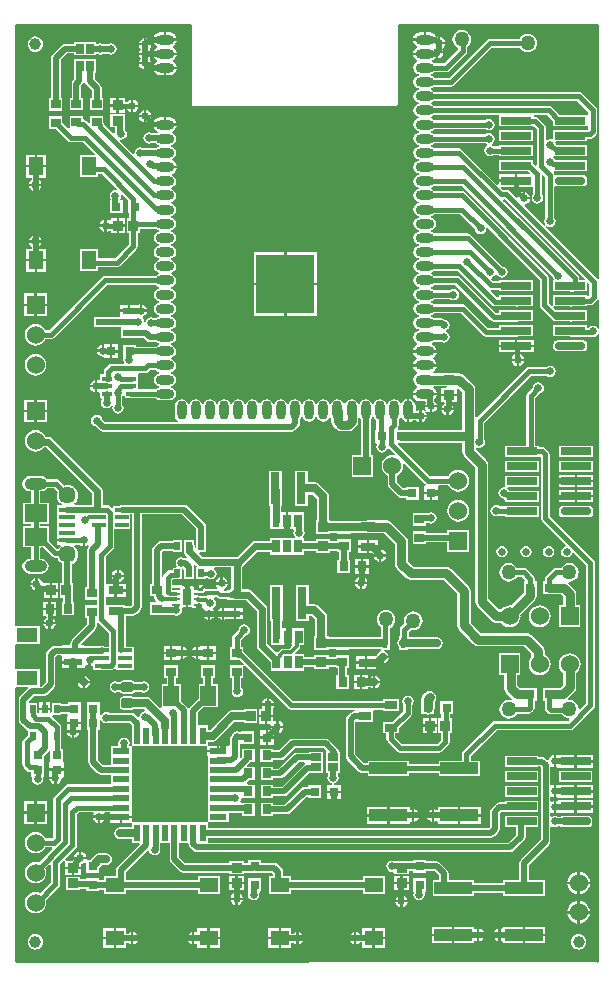
<source format=gtl>
G04*
G04 #@! TF.GenerationSoftware,Altium Limited,Altium Designer,22.4.2 (48)*
G04*
G04 Layer_Physical_Order=1*
G04 Layer_Color=255*
%FSLAX44Y44*%
%MOMM*%
G71*
G04*
G04 #@! TF.SameCoordinates,FFC21B23-D813-4AC5-8D0E-201BBD69237A*
G04*
G04*
G04 #@! TF.FilePolarity,Positive*
G04*
G01*
G75*
%ADD11C,0.2500*%
%ADD21R,0.8128X0.9144*%
%ADD22R,0.9144X0.8128*%
%ADD23R,0.9000X0.8000*%
%ADD24R,1.3000X0.7000*%
%ADD25R,0.9652X0.8636*%
%ADD26R,0.9500X0.5500*%
%ADD27R,0.6500X0.8500*%
%ADD28R,0.8500X0.6500*%
G04:AMPARAMS|DCode=29|XSize=0.95mm|YSize=0.8mm|CornerRadius=0.1mm|HoleSize=0mm|Usage=FLASHONLY|Rotation=0.000|XOffset=0mm|YOffset=0mm|HoleType=Round|Shape=RoundedRectangle|*
%AMROUNDEDRECTD29*
21,1,0.9500,0.6000,0,0,0.0*
21,1,0.7500,0.8000,0,0,0.0*
1,1,0.2000,0.3750,-0.3000*
1,1,0.2000,-0.3750,-0.3000*
1,1,0.2000,-0.3750,0.3000*
1,1,0.2000,0.3750,0.3000*
%
%ADD29ROUNDEDRECTD29*%
G04:AMPARAMS|DCode=30|XSize=0.95mm|YSize=0.8mm|CornerRadius=0.08mm|HoleSize=0mm|Usage=FLASHONLY|Rotation=0.000|XOffset=0mm|YOffset=0mm|HoleType=Round|Shape=RoundedRectangle|*
%AMROUNDEDRECTD30*
21,1,0.9500,0.6400,0,0,0.0*
21,1,0.7900,0.8000,0,0,0.0*
1,1,0.1600,0.3950,-0.3200*
1,1,0.1600,-0.3950,-0.3200*
1,1,0.1600,-0.3950,0.3200*
1,1,0.1600,0.3950,0.3200*
%
%ADD30ROUNDEDRECTD30*%
%ADD31R,1.8000X1.2000*%
%ADD32R,1.5500X0.6000*%
%ADD33R,2.5400X0.6350*%
G04:AMPARAMS|DCode=34|XSize=2.54mm|YSize=0.635mm|CornerRadius=0.1588mm|HoleSize=0mm|Usage=FLASHONLY|Rotation=180.000|XOffset=0mm|YOffset=0mm|HoleType=Round|Shape=RoundedRectangle|*
%AMROUNDEDRECTD34*
21,1,2.5400,0.3175,0,0,180.0*
21,1,2.2225,0.6350,0,0,180.0*
1,1,0.3175,-1.1113,0.1588*
1,1,0.3175,1.1113,0.1588*
1,1,0.3175,1.1113,-0.1588*
1,1,0.3175,-1.1113,-0.1588*
%
%ADD34ROUNDEDRECTD34*%
%ADD35R,0.8000X2.7000*%
G04:AMPARAMS|DCode=37|XSize=0.8mm|YSize=1.6mm|CornerRadius=0.4mm|HoleSize=0mm|Usage=FLASHONLY|Rotation=0.000|XOffset=0mm|YOffset=0mm|HoleType=Round|Shape=RoundedRectangle|*
%AMROUNDEDRECTD37*
21,1,0.8000,0.8000,0,0,0.0*
21,1,0.0000,1.6000,0,0,0.0*
1,1,0.8000,0.0000,-0.4000*
1,1,0.8000,0.0000,-0.4000*
1,1,0.8000,0.0000,0.4000*
1,1,0.8000,0.0000,0.4000*
%
%ADD37ROUNDEDRECTD37*%
G04:AMPARAMS|DCode=38|XSize=1.6mm|YSize=0.8mm|CornerRadius=0.4mm|HoleSize=0mm|Usage=FLASHONLY|Rotation=0.000|XOffset=0mm|YOffset=0mm|HoleType=Round|Shape=RoundedRectangle|*
%AMROUNDEDRECTD38*
21,1,1.6000,0.0000,0,0,0.0*
21,1,0.8000,0.8000,0,0,0.0*
1,1,0.8000,0.4000,0.0000*
1,1,0.8000,-0.4000,0.0000*
1,1,0.8000,-0.4000,0.0000*
1,1,0.8000,0.4000,0.0000*
%
%ADD38ROUNDEDRECTD38*%
%ADD39R,1.0668X0.5588*%
%ADD40R,0.5080X0.6990*%
%ADD41R,1.1684X0.3556*%
%ADD42R,0.7620X0.8128*%
%ADD43R,0.8000X0.8000*%
%ADD44R,0.8128X0.7620*%
%ADD45R,0.8000X0.8000*%
%ADD46R,0.4500X0.8500*%
%ADD47R,3.2000X1.0000*%
%ADD48R,1.2954X1.5494*%
%ADD49R,1.5494X1.2954*%
%ADD50R,0.5080X1.4732*%
%ADD51R,1.4732X0.5080*%
%ADD52R,0.6500X1.0600*%
%ADD53R,0.6000X1.0600*%
%ADD54R,0.7000X0.2500*%
%ADD56R,1.3208X1.7018*%
%ADD57R,0.8500X0.4500*%
%ADD59R,1.3462X0.4064*%
%ADD60R,1.0600X0.6500*%
%ADD61R,5.0000X5.0000*%
%ADD62C,1.2700*%
%ADD63R,0.6400X1.3700*%
%ADD64R,1.9050X1.4986*%
%ADD66R,1.5240X1.5240*%
%ADD67C,1.5240*%
%ADD68R,1.5240X1.5240*%
%ADD69O,1.9050X0.9910*%
%ADD70C,1.4500*%
%ADD71C,1.0000*%
%ADD72C,0.6000*%
%ADD73C,0.3000*%
%ADD74C,0.5000*%
%ADD75C,0.8000*%
%ADD76C,0.3600*%
%ADD77C,0.4500*%
%ADD78C,0.3500*%
%ADD79C,0.7000*%
%ADD80C,0.4000*%
%ADD81C,0.6500*%
G36*
X496621Y797178D02*
X497178Y796621D01*
X497451Y795960D01*
X497459Y581231D01*
X496189Y580846D01*
X495704Y581572D01*
X452030Y625245D01*
X452840Y626232D01*
X453897Y625526D01*
X455750Y625157D01*
X457603Y625526D01*
X459174Y626576D01*
X460224Y628147D01*
X460593Y630000D01*
X460224Y631853D01*
X459573Y632828D01*
Y659341D01*
X460844Y660044D01*
X461748Y659865D01*
X483973D01*
X485177Y660104D01*
X486198Y660787D01*
X486881Y661808D01*
X487120Y663012D01*
Y666188D01*
X486881Y667392D01*
X486198Y668413D01*
X485177Y669096D01*
X483973Y669335D01*
X461748D01*
X460843Y669156D01*
X460682Y669168D01*
X459984Y669501D01*
X459446Y669891D01*
X459282Y670713D01*
X458854Y671355D01*
X459532Y672625D01*
X487060D01*
Y681975D01*
X472304D01*
X471935Y682048D01*
X460500D01*
X459609Y683383D01*
X458508Y684118D01*
X458988Y685325D01*
X487060D01*
Y694675D01*
X472304D01*
X471935Y694748D01*
X461502D01*
X460703Y695547D01*
X460474Y696696D01*
X460335Y696905D01*
X460934Y698025D01*
X487060D01*
Y699801D01*
X489364D01*
X490827Y700093D01*
X492067Y700921D01*
X494704Y703557D01*
X495532Y704798D01*
X495823Y706261D01*
Y724000D01*
X495532Y725463D01*
X494704Y726704D01*
X482704Y738704D01*
X481463Y739532D01*
X480000Y739823D01*
X357900D01*
X357805Y739965D01*
X355986Y741181D01*
X355123Y741353D01*
Y742647D01*
X355986Y742819D01*
X357805Y744035D01*
X357900Y744177D01*
X372000D01*
X373463Y744468D01*
X374704Y745296D01*
X406584Y777177D01*
X430087D01*
X430143Y777041D01*
X431401Y775401D01*
X433041Y774143D01*
X434951Y773352D01*
X437000Y773082D01*
X439049Y773352D01*
X440959Y774143D01*
X442599Y775401D01*
X443857Y777041D01*
X444648Y778951D01*
X444918Y781000D01*
X444648Y783049D01*
X443857Y784959D01*
X442599Y786599D01*
X440959Y787857D01*
X439049Y788648D01*
X437000Y788918D01*
X434951Y788648D01*
X433041Y787857D01*
X431401Y786599D01*
X430143Y784959D01*
X430087Y784823D01*
X405000D01*
X403537Y784532D01*
X402296Y783704D01*
X370416Y751824D01*
X357900D01*
X357805Y751965D01*
X355986Y753181D01*
X355123Y753353D01*
Y754648D01*
X355986Y754819D01*
X357805Y756035D01*
X357900Y756177D01*
X368000D01*
X369463Y756468D01*
X370704Y757296D01*
X384784Y771376D01*
X385612Y772617D01*
X385903Y774080D01*
Y777945D01*
X386759Y778601D01*
X388017Y780241D01*
X388808Y782151D01*
X389078Y784200D01*
X388808Y786249D01*
X388017Y788159D01*
X386759Y789799D01*
X385119Y791057D01*
X383209Y791848D01*
X381160Y792118D01*
X379111Y791848D01*
X377201Y791057D01*
X375561Y789799D01*
X374303Y788159D01*
X373512Y786249D01*
X373242Y784200D01*
X373512Y782151D01*
X374303Y780241D01*
X375561Y778601D01*
X377201Y777343D01*
X378257Y776906D01*
Y775664D01*
X366416Y763823D01*
X357900D01*
X357805Y763965D01*
X356178Y765053D01*
X356163Y765955D01*
X356266Y766405D01*
X358166Y767674D01*
X358556Y768258D01*
X359269Y768116D01*
Y773270D01*
X360269D01*
Y774270D01*
X365423D01*
X365215Y775318D01*
X364515Y776366D01*
X365785Y777215D01*
X366945Y778952D01*
X367154Y780000D01*
X362000D01*
Y781000D01*
X361000D01*
Y786154D01*
X360831Y786120D01*
X359492Y786341D01*
X358166Y788326D01*
X356181Y789652D01*
X353840Y790117D01*
X350840D01*
Y784000D01*
X349840D01*
Y783000D01*
X339921D01*
X340188Y781659D01*
X341514Y779674D01*
X342922Y778734D01*
Y777266D01*
X341514Y776326D01*
X340188Y774341D01*
X339921Y773000D01*
X349840D01*
Y771000D01*
X339921D01*
X340188Y769659D01*
X341514Y767674D01*
X343414Y766405D01*
X343517Y765955D01*
X343502Y765053D01*
X341875Y763965D01*
X340659Y762146D01*
X340232Y760000D01*
X340659Y757854D01*
X341875Y756035D01*
X343694Y754819D01*
X344557Y754648D01*
Y753353D01*
X343694Y753181D01*
X341875Y751965D01*
X340659Y750146D01*
X340232Y748000D01*
X340659Y745854D01*
X341875Y744035D01*
X343694Y742819D01*
X344557Y742647D01*
Y741353D01*
X343694Y741181D01*
X341875Y739965D01*
X340659Y738146D01*
X340232Y736000D01*
X340659Y733854D01*
X341875Y732035D01*
X343694Y730819D01*
X344557Y730647D01*
Y729353D01*
X343694Y729181D01*
X341875Y727965D01*
X340659Y726146D01*
X340232Y724000D01*
X340659Y721854D01*
X341875Y720035D01*
X343694Y718819D01*
X344557Y718647D01*
Y717353D01*
X343694Y717181D01*
X341875Y715965D01*
X340659Y714146D01*
X340232Y712000D01*
X340659Y709854D01*
X341875Y708035D01*
X343694Y706819D01*
X344557Y706647D01*
Y705353D01*
X343694Y705181D01*
X341875Y703965D01*
X340659Y702146D01*
X340232Y700000D01*
X340659Y697854D01*
X341875Y696035D01*
X343694Y694819D01*
X344557Y694647D01*
Y693353D01*
X343694Y693181D01*
X341875Y691965D01*
X340659Y690146D01*
X340232Y688000D01*
X340659Y685854D01*
X341875Y684035D01*
X343694Y682819D01*
X344557Y682647D01*
Y681353D01*
X343694Y681181D01*
X341875Y679965D01*
X340659Y678146D01*
X340232Y676000D01*
X340659Y673854D01*
X341875Y672035D01*
X343694Y670819D01*
X344557Y670648D01*
Y669353D01*
X343694Y669181D01*
X341875Y667965D01*
X340659Y666146D01*
X340232Y664000D01*
X340659Y661854D01*
X341875Y660035D01*
X343694Y658819D01*
X344557Y658647D01*
Y657353D01*
X343694Y657181D01*
X341875Y655965D01*
X340659Y654146D01*
X340232Y652000D01*
X340659Y649854D01*
X341875Y648035D01*
X343694Y646819D01*
X344557Y646647D01*
Y645353D01*
X343694Y645181D01*
X341875Y643965D01*
X340659Y642146D01*
X340232Y640000D01*
X340659Y637854D01*
X341875Y636035D01*
X343694Y634819D01*
X344557Y634647D01*
Y633353D01*
X343694Y633181D01*
X341875Y631965D01*
X340659Y630146D01*
X340232Y628000D01*
X340659Y625854D01*
X341875Y624035D01*
X343694Y622819D01*
X344557Y622647D01*
Y621353D01*
X343694Y621181D01*
X341875Y619965D01*
X340659Y618146D01*
X340232Y616000D01*
X340659Y613854D01*
X341875Y612035D01*
X343694Y610819D01*
X344557Y610647D01*
Y609353D01*
X343694Y609181D01*
X341875Y607965D01*
X340659Y606146D01*
X340232Y604000D01*
X340659Y601854D01*
X341875Y600035D01*
X343694Y598819D01*
X344557Y598647D01*
Y597353D01*
X343694Y597181D01*
X341875Y595965D01*
X340659Y594146D01*
X340232Y592000D01*
X340659Y589854D01*
X341875Y588035D01*
X343694Y586819D01*
X344557Y586647D01*
Y585353D01*
X343694Y585181D01*
X341875Y583965D01*
X340659Y582146D01*
X340232Y580000D01*
X340659Y577854D01*
X341875Y576035D01*
X343694Y574819D01*
X344557Y574647D01*
Y573353D01*
X343694Y573181D01*
X341875Y571965D01*
X340659Y570146D01*
X340232Y568000D01*
X340659Y565854D01*
X341875Y564035D01*
X343694Y562819D01*
X344557Y562647D01*
Y561353D01*
X343694Y561181D01*
X341875Y559965D01*
X340659Y558146D01*
X340232Y556000D01*
X340659Y553854D01*
X341875Y552035D01*
X343694Y550819D01*
X344557Y550647D01*
Y549353D01*
X343694Y549181D01*
X341875Y547965D01*
X340659Y546146D01*
X340232Y544000D01*
X340659Y541854D01*
X341875Y540035D01*
X343694Y538819D01*
X344557Y538647D01*
Y537353D01*
X343694Y537181D01*
X341875Y535965D01*
X340659Y534146D01*
X340232Y532000D01*
X340659Y529854D01*
X341875Y528035D01*
X343502Y526947D01*
X343517Y526045D01*
X343414Y525595D01*
X341514Y524326D01*
X340188Y522341D01*
X339921Y521000D01*
X359759D01*
X359492Y522341D01*
X358166Y524326D01*
X356266Y525595D01*
X356163Y526045D01*
X356178Y526947D01*
X357636Y527922D01*
X363554D01*
X364147Y527526D01*
X366000Y527157D01*
X367853Y527526D01*
X369425Y528575D01*
X370474Y530147D01*
X370843Y532000D01*
X370474Y533853D01*
X369425Y535425D01*
X368123Y536294D01*
X368021Y536761D01*
Y537239D01*
X368123Y537706D01*
X369425Y538576D01*
X370474Y540147D01*
X370843Y542000D01*
X370474Y543853D01*
X369425Y545425D01*
X367853Y546474D01*
X367154Y546614D01*
X366884Y546884D01*
X365561Y547768D01*
X364000Y548078D01*
X364000Y548078D01*
X357636D01*
X355986Y549181D01*
X355123Y549353D01*
Y550647D01*
X355986Y550819D01*
X357805Y552035D01*
X357900Y552177D01*
X380416D01*
X398996Y533596D01*
X400237Y532768D01*
X401700Y532477D01*
X428140D01*
X428886Y532625D01*
X441340D01*
Y541975D01*
X412940D01*
Y540123D01*
X403284D01*
X384704Y558704D01*
X383463Y559532D01*
X382000Y559823D01*
X357900D01*
X357805Y559965D01*
X355986Y561181D01*
X355123Y561353D01*
Y562647D01*
X355986Y562819D01*
X357805Y564035D01*
X357900Y564177D01*
X371172D01*
X372147Y563526D01*
X374000Y563157D01*
X375853Y563526D01*
X377425Y564576D01*
X378474Y566147D01*
X378843Y568000D01*
X378474Y569853D01*
X377425Y571425D01*
X375853Y572474D01*
X374000Y572843D01*
X372147Y572474D01*
X371172Y571823D01*
X357900D01*
X357805Y571965D01*
X355986Y573181D01*
X355123Y573353D01*
Y574647D01*
X355986Y574819D01*
X357805Y576035D01*
X357900Y576177D01*
X375416D01*
X405296Y546296D01*
X406537Y545468D01*
X408000Y545177D01*
X428140D01*
X428886Y545325D01*
X441340D01*
Y554675D01*
X412940D01*
Y552823D01*
X409584D01*
X379704Y582704D01*
X378463Y583532D01*
X377000Y583823D01*
X357900D01*
X357805Y583965D01*
X355986Y585181D01*
X355123Y585353D01*
Y586647D01*
X355986Y586819D01*
X357805Y588035D01*
X357900Y588177D01*
X377416D01*
X406296Y559296D01*
X407537Y558468D01*
X409000Y558177D01*
X412940D01*
Y558025D01*
X427394D01*
X428140Y557877D01*
X428886Y558025D01*
X441340D01*
Y567375D01*
X412940D01*
Y565823D01*
X410584D01*
X405369Y571038D01*
X405459Y571511D01*
X405922Y572281D01*
X412940D01*
Y570725D01*
X441340D01*
Y580075D01*
X412940D01*
Y579928D01*
X407189D01*
X406047Y581070D01*
X406465Y582448D01*
X406853Y582526D01*
X408425Y583575D01*
X409294Y584877D01*
X409761Y584979D01*
X410239D01*
X410706Y584877D01*
X411576Y583575D01*
X413147Y582526D01*
X415000Y582157D01*
X416853Y582526D01*
X418425Y583575D01*
X419474Y585147D01*
X419843Y587000D01*
X419474Y588853D01*
X418425Y590424D01*
X416853Y591474D01*
X415704Y591703D01*
X388704Y618704D01*
X387463Y619532D01*
X386000Y619823D01*
X357900D01*
X357805Y619965D01*
X355986Y621181D01*
X355123Y621353D01*
Y622647D01*
X355986Y622819D01*
X357805Y624035D01*
X359021Y625854D01*
X359448Y628000D01*
X359021Y630146D01*
X357805Y631965D01*
X355986Y633181D01*
X355123Y633353D01*
Y634647D01*
X355986Y634819D01*
X357805Y636035D01*
X357900Y636177D01*
X379416D01*
X392297Y623296D01*
X392526Y622147D01*
X393575Y620575D01*
X395147Y619526D01*
X397000Y619157D01*
X398853Y619526D01*
X400424Y620575D01*
X401474Y622147D01*
X401835Y623961D01*
X402007Y624079D01*
X403025Y624568D01*
X447177Y580416D01*
Y559000D01*
X447468Y557537D01*
X448296Y556296D01*
X457371Y547221D01*
X458612Y546393D01*
X458660Y546383D01*
Y545325D01*
X473114D01*
X473860Y545177D01*
X474606Y545325D01*
X487060D01*
Y554675D01*
X460732D01*
X458647Y556760D01*
X459178Y558025D01*
X473114D01*
X473860Y557877D01*
X474606Y558025D01*
X487060D01*
Y558801D01*
X489625D01*
X491088Y559093D01*
X492329Y559921D01*
X495704Y563296D01*
X496189Y564023D01*
X497459Y563638D01*
X497460Y539664D01*
X496190Y539279D01*
X495425Y540424D01*
X493853Y541474D01*
X492000Y541843D01*
X490147Y541474D01*
X488576Y540424D01*
X488374Y540123D01*
X487060D01*
Y541975D01*
X458660D01*
Y532625D01*
X473114D01*
X473860Y532477D01*
X490393D01*
X492000Y532157D01*
X493853Y532526D01*
X495425Y533575D01*
X496190Y534721D01*
X497460Y534336D01*
X497479Y4500D01*
Y4106D01*
X497178Y3379D01*
X496621Y2822D01*
X495931Y2537D01*
X495578Y2548D01*
X495539Y2541D01*
X495500Y2549D01*
X4500Y2521D01*
X4106D01*
X3379Y2822D01*
X2822Y3379D01*
X2537Y4069D01*
X2548Y4422D01*
X2541Y4461D01*
X2549Y4500D01*
X2541Y234966D01*
X3811Y236120D01*
X13680D01*
X14077Y234995D01*
X14082Y234850D01*
X7116Y227884D01*
X6232Y226561D01*
X5922Y225000D01*
X5922Y225000D01*
Y208000D01*
X5922Y208000D01*
X6232Y206439D01*
X7116Y205116D01*
X12581Y199652D01*
X12581Y199652D01*
X13800Y198837D01*
Y195477D01*
X10296Y191974D01*
X9468Y190733D01*
X9177Y189270D01*
Y170310D01*
X9468Y168846D01*
X10296Y167606D01*
X12932Y164970D01*
X14173Y164141D01*
X15636Y163850D01*
X16500D01*
Y160424D01*
X16500D01*
X17386Y159153D01*
X17157Y158000D01*
X17526Y156147D01*
X18576Y154575D01*
X20147Y153526D01*
X22000Y153157D01*
X23853Y153526D01*
X25425Y154575D01*
X26474Y156147D01*
X26843Y158000D01*
X26614Y159153D01*
X27500Y160424D01*
X27500D01*
Y171230D01*
X27500Y171423D01*
X27500D01*
Y172500D01*
X27500D01*
Y177732D01*
X30784Y181016D01*
X30784Y181016D01*
X31230Y181684D01*
X32500Y181299D01*
X32500Y172986D01*
X32000Y171924D01*
X32000Y171437D01*
Y166924D01*
X38000D01*
X44000D01*
Y171437D01*
X44000Y171924D01*
X43500Y172986D01*
X43500Y173193D01*
Y183500D01*
X41844D01*
Y189115D01*
X42080D01*
Y199105D01*
X41823D01*
Y202030D01*
X41532Y203493D01*
X40704Y204734D01*
X34332Y211105D01*
X34858Y212375D01*
X34961Y212375D01*
X34961Y212375D01*
X34989Y212375D01*
X42080D01*
Y213228D01*
X46562D01*
X47136Y212654D01*
X47383Y211958D01*
X46960Y211059D01*
X46960Y210744D01*
Y206059D01*
X52960D01*
X58960D01*
Y210744D01*
X58960Y211059D01*
X58460Y212122D01*
X58460Y212329D01*
Y222806D01*
X47460D01*
Y221385D01*
X42080D01*
Y222365D01*
X34000D01*
Y217563D01*
X33962Y217370D01*
Y217347D01*
X33962Y217346D01*
X34000Y217154D01*
Y214250D01*
X32730Y213530D01*
X32480Y213680D01*
Y216370D01*
X23400D01*
Y214784D01*
X22130Y214149D01*
X21880Y214336D01*
Y222365D01*
X14861D01*
X14403Y223635D01*
X18689Y227922D01*
X27000D01*
X27000Y227922D01*
X28561Y228232D01*
X29884Y229116D01*
X35884Y235116D01*
X36768Y236439D01*
X37078Y238000D01*
X37078Y238000D01*
Y261382D01*
X38238Y262542D01*
X41479D01*
X42320Y261620D01*
Y257620D01*
X52070D01*
Y256620D01*
X53070D01*
Y251620D01*
X61820D01*
Y253951D01*
X63090Y254630D01*
X63952Y254055D01*
X65000Y253846D01*
Y259000D01*
X67000D01*
Y253846D01*
X67679Y253981D01*
X68949Y253245D01*
Y250442D01*
X74502D01*
X74850Y250210D01*
X76313Y249919D01*
X83742D01*
X85205Y250210D01*
X86446Y251038D01*
X87334Y251926D01*
X88507Y251441D01*
Y250442D01*
X103191D01*
Y256942D01*
Y263442D01*
Y269998D01*
X97078D01*
Y296266D01*
X103071D01*
X103071Y296266D01*
X104632Y296576D01*
X105955Y297460D01*
X108884Y300389D01*
X108884Y300389D01*
X109768Y301712D01*
X110078Y303273D01*
Y381872D01*
X144361D01*
X156402Y369831D01*
Y355220D01*
X156440Y355027D01*
Y354189D01*
X155170Y353511D01*
X154968Y353645D01*
Y355220D01*
X154619Y356976D01*
X154420Y357273D01*
Y360215D01*
X146340D01*
Y357273D01*
X146141Y356976D01*
X145792Y355220D01*
Y350792D01*
X146141Y349037D01*
X147136Y347548D01*
X148821Y345863D01*
X148353Y344668D01*
X148275Y344613D01*
X146790Y344908D01*
X146790Y344908D01*
X146116D01*
X145523Y345304D01*
X143670Y345673D01*
X141817Y345304D01*
X140246Y344255D01*
X139196Y342683D01*
X138827Y340830D01*
X139196Y338977D01*
X139698Y338225D01*
X139019Y336955D01*
X136240D01*
Y334846D01*
X134636D01*
X133173Y334556D01*
X131932Y333727D01*
X129296Y331091D01*
X128468Y329850D01*
X128348Y329251D01*
X127078Y329376D01*
Y350311D01*
X127909Y351142D01*
X136240D01*
Y350225D01*
X144320D01*
Y355027D01*
X144358Y355220D01*
X144320Y355413D01*
Y360215D01*
X136240D01*
Y359298D01*
X126220D01*
X124659Y358988D01*
X123336Y358104D01*
X123336Y358104D01*
X120116Y354884D01*
X119232Y353561D01*
X118922Y352000D01*
X118922Y352000D01*
Y323057D01*
X117436D01*
Y312437D01*
X120498D01*
X120796Y310939D01*
X121680Y309616D01*
X122560Y308736D01*
X122074Y307563D01*
X117436D01*
Y296943D01*
X123916D01*
X124310Y296865D01*
X124310Y296865D01*
X129503D01*
X129629Y296840D01*
X129629Y296840D01*
X136994D01*
X137587Y296444D01*
X139440Y296075D01*
X141293Y296444D01*
X142865Y297493D01*
X143914Y299065D01*
X144283Y300918D01*
X144155Y301560D01*
X144440Y302830D01*
X145441Y303480D01*
X147690D01*
Y312330D01*
Y321180D01*
X144440D01*
Y321830D01*
X135823D01*
Y325868D01*
X136240Y326965D01*
X144320D01*
Y335619D01*
X145182Y335906D01*
X146262Y335072D01*
Y332000D01*
X146262Y332000D01*
X146340Y331606D01*
Y326965D01*
X154420D01*
Y331767D01*
X154458Y331960D01*
X154420Y332153D01*
Y336955D01*
X154418D01*
Y337280D01*
X154123Y338765D01*
X154178Y338843D01*
X155373Y339311D01*
X156298Y338386D01*
X156539Y338225D01*
X156440Y336955D01*
X156440Y336763D01*
Y326965D01*
X164520D01*
Y327533D01*
X164751Y327717D01*
X165790Y328096D01*
X167057Y327250D01*
X168910Y326881D01*
X170763Y327250D01*
X172335Y328299D01*
X173384Y329871D01*
X173753Y331724D01*
X173384Y333577D01*
X172335Y335149D01*
X171402Y335772D01*
X171787Y337042D01*
X185912D01*
Y319369D01*
X185164Y318250D01*
X182750D01*
Y317365D01*
X179893D01*
X179768Y318635D01*
X179848Y318651D01*
X181585Y319811D01*
X182745Y321548D01*
X182954Y322596D01*
X172646D01*
X172855Y321548D01*
X173948Y319911D01*
X173832Y319411D01*
X173479Y318641D01*
X164899D01*
X164710Y318604D01*
X163440Y319646D01*
Y322330D01*
X158940D01*
Y319080D01*
X156940D01*
Y322330D01*
X152440D01*
Y321180D01*
X149690D01*
Y312330D01*
Y303480D01*
X152440D01*
Y302330D01*
X156940D01*
Y305580D01*
X158940D01*
Y302330D01*
X162052D01*
X162731Y301060D01*
X162055Y300048D01*
X161846Y299000D01*
X172154D01*
X171945Y300048D01*
X170785Y301785D01*
X170918Y303224D01*
X171573Y303661D01*
X172622Y305233D01*
X172991Y307086D01*
X172622Y308939D01*
X171573Y310511D01*
X171376Y310642D01*
X171761Y311912D01*
X173443D01*
X173734Y311621D01*
X173734Y311621D01*
X174825Y310891D01*
X176113Y310635D01*
X182750D01*
Y309750D01*
X187300D01*
X189000Y309412D01*
X198100D01*
X207377Y300135D01*
Y270805D01*
X207726Y269049D01*
X208721Y267561D01*
X219342Y256940D01*
Y256790D01*
X219430Y256347D01*
Y249740D01*
X247930D01*
Y252656D01*
X255964D01*
Y251111D01*
X268616D01*
Y252978D01*
X274226D01*
Y251873D01*
X275943D01*
Y245564D01*
X274943D01*
Y234436D01*
X285563D01*
Y245564D01*
X284100D01*
Y251873D01*
X285354D01*
Y262493D01*
X274226D01*
Y261134D01*
X268616D01*
Y262747D01*
X255964D01*
Y260813D01*
X247930D01*
Y263340D01*
X240418D01*
X239932Y264513D01*
X243593Y268174D01*
X243593Y268174D01*
X244256Y269167D01*
X244489Y270337D01*
X244489Y270337D01*
Y271740D01*
X247930D01*
Y285340D01*
X238930D01*
Y285840D01*
X234680D01*
Y278540D01*
Y271240D01*
X236348D01*
X236834Y270067D01*
X235002Y268235D01*
X229524D01*
X229523Y268235D01*
X228353Y268002D01*
X227360Y267339D01*
X225267Y265245D01*
X224126Y265133D01*
X216553Y272705D01*
Y302035D01*
X216204Y303791D01*
X215209Y305279D01*
X203244Y317244D01*
X201756Y318239D01*
X200000Y318588D01*
X195088D01*
Y337599D01*
X207661Y350172D01*
X218890D01*
Y347960D01*
X247390D01*
Y350911D01*
X257294D01*
Y349401D01*
X269946D01*
Y351268D01*
X275836D01*
Y350163D01*
X277195D01*
Y343384D01*
X275836D01*
Y332256D01*
X286456D01*
Y343384D01*
X285351D01*
Y350163D01*
X286964D01*
Y360783D01*
X275836D01*
Y359424D01*
X269946D01*
Y361037D01*
X257294D01*
Y359068D01*
X247390D01*
Y361560D01*
X247151D01*
X246791Y362419D01*
X246702Y362830D01*
X247701Y364325D01*
X248069Y366178D01*
X247701Y368031D01*
X247305Y368624D01*
Y369960D01*
X247390D01*
Y383560D01*
X238390D01*
Y384060D01*
X234140D01*
Y376760D01*
Y369460D01*
X238287D01*
X239037Y368458D01*
X238752Y368031D01*
X238383Y366178D01*
X238752Y364325D01*
X239750Y362830D01*
X239662Y362419D01*
X239302Y361560D01*
X218890D01*
Y359348D01*
X205760D01*
X204004Y358999D01*
X202516Y358004D01*
X190730Y346218D01*
X161443D01*
X158609Y349052D01*
X159095Y350225D01*
X164520D01*
Y355027D01*
X164558Y355220D01*
Y371520D01*
X164558Y371520D01*
X164248Y373081D01*
X163364Y374404D01*
X148934Y388834D01*
X147611Y389718D01*
X146050Y390028D01*
X146050Y390028D01*
X105000D01*
X105000Y390028D01*
X105000Y390028D01*
X93172D01*
X91611Y389718D01*
X90878Y389228D01*
X85829D01*
Y387757D01*
X84656Y387270D01*
X83273Y388654D01*
X82033Y389482D01*
X80569Y389773D01*
X77015D01*
Y401573D01*
X76666Y403329D01*
X75671Y404818D01*
X34077Y446411D01*
X32589Y447406D01*
X30833Y447755D01*
X28608D01*
X28220Y448691D01*
X26758Y450597D01*
X24853Y452058D01*
X22635Y452977D01*
X20254Y453291D01*
X17873Y452977D01*
X15655Y452058D01*
X13750Y450597D01*
X12288Y448691D01*
X11369Y446473D01*
X11055Y444092D01*
X11369Y441711D01*
X12288Y439493D01*
X13750Y437588D01*
X15655Y436126D01*
X17873Y435207D01*
X20254Y434893D01*
X22635Y435207D01*
X24853Y436126D01*
X26758Y437588D01*
X27519Y438579D01*
X28933D01*
X67838Y399673D01*
Y390063D01*
X53421D01*
X52990Y391333D01*
X53526Y391744D01*
X54928Y393572D01*
X55810Y395701D01*
X56111Y397985D01*
X55810Y400269D01*
X54928Y402398D01*
X53526Y404226D01*
X51698Y405628D01*
X49569Y406510D01*
X47285Y406810D01*
X45001Y406510D01*
X44412Y406266D01*
X39989Y410689D01*
X38748Y411517D01*
X37285Y411808D01*
X30064D01*
X29509Y412639D01*
X27374Y414066D01*
X24855Y414566D01*
X15715D01*
X13196Y414066D01*
X11061Y412639D01*
X9635Y410504D01*
X9133Y407985D01*
X9635Y405466D01*
X11061Y403331D01*
X13196Y401905D01*
X15715Y401404D01*
X16461D01*
Y391978D01*
X9260D01*
Y373992D01*
X16461D01*
Y371978D01*
X9260D01*
Y353992D01*
X16461D01*
Y344566D01*
X15715D01*
X13196Y344066D01*
X11061Y342639D01*
X9635Y340504D01*
X9133Y337985D01*
X9635Y335466D01*
X11061Y333331D01*
X13196Y331904D01*
X15715Y331404D01*
X24855D01*
X27374Y331904D01*
X29509Y333331D01*
X30935Y335466D01*
X31436Y337985D01*
X30935Y340504D01*
X29509Y342639D01*
X27374Y344066D01*
X24855Y344566D01*
X24108D01*
Y353283D01*
X25378Y353948D01*
X25528Y353919D01*
X26325D01*
X33850Y346394D01*
X35090Y345565D01*
X36553Y345274D01*
X38937D01*
X39642Y343572D01*
X41044Y341744D01*
X42654Y340509D01*
Y323572D01*
X40616D01*
Y311428D01*
X43542D01*
Y307652D01*
X42310D01*
Y296523D01*
X52930D01*
Y307652D01*
X51698D01*
Y311428D01*
X51744D01*
Y323572D01*
X50811D01*
Y339975D01*
X51698Y340342D01*
X53526Y341744D01*
X54928Y343572D01*
X55810Y345701D01*
X56111Y347985D01*
X55810Y350269D01*
X54928Y352398D01*
X53526Y354226D01*
X52930Y354683D01*
X53361Y355953D01*
X55766D01*
Y356098D01*
X57036Y356483D01*
X57215Y356215D01*
X58952Y355055D01*
X60000Y354846D01*
Y360000D01*
X62000D01*
Y354846D01*
X63048Y355055D01*
X64382Y355946D01*
X65191Y354959D01*
X65156Y354924D01*
X64272Y353601D01*
X63962Y352040D01*
X63962Y352040D01*
Y320397D01*
X62476D01*
Y309777D01*
X72113D01*
Y304903D01*
X62476D01*
Y294283D01*
X63962D01*
Y288729D01*
X50744Y275512D01*
X49860Y274189D01*
X49549Y272628D01*
X49549Y272628D01*
Y271120D01*
X42820D01*
Y270698D01*
X36549D01*
X36549Y270698D01*
X34988Y270388D01*
X33665Y269504D01*
X33665Y269504D01*
X30116Y265955D01*
X29232Y264632D01*
X28922Y263071D01*
X28922Y263071D01*
Y239689D01*
X25311Y236078D01*
X25073D01*
X23820Y236120D01*
X23820Y237348D01*
Y251120D01*
X3810D01*
X2820Y251120D01*
X2540Y252274D01*
X2539Y270966D01*
X3810Y272120D01*
X23820D01*
Y287120D01*
X3809D01*
X2820Y287120D01*
X2539Y288274D01*
X2521Y795500D01*
Y795894D01*
X2822Y796621D01*
X3379Y797178D01*
X4069Y797463D01*
X4422Y797452D01*
X4461Y797459D01*
X4500Y797451D01*
X150960D01*
X151621Y797178D01*
X152177Y796621D01*
X152291Y796347D01*
Y730000D01*
X152485Y729025D01*
X153038Y728198D01*
X153865Y727645D01*
X154840Y727451D01*
X160359D01*
X320500Y727423D01*
X320624Y727448D01*
X320750Y727436D01*
X320905Y727451D01*
X324840D01*
X325815Y727645D01*
X326642Y728198D01*
Y728198D01*
X327195Y729025D01*
X327389Y730000D01*
Y733107D01*
X327488Y733525D01*
X327519Y734409D01*
X327512Y734454D01*
X327521Y734500D01*
Y795894D01*
X327822Y796621D01*
X328379Y797178D01*
X329040Y797451D01*
X495500Y797479D01*
X495894D01*
X496621Y797178D01*
D02*
G37*
G36*
X488177Y722416D02*
Y720445D01*
X487060Y720075D01*
X486907Y720075D01*
X464067D01*
X457439Y726704D01*
X456198Y727532D01*
X454735Y727823D01*
X357900D01*
X357805Y727965D01*
X355986Y729181D01*
X355123Y729353D01*
Y730647D01*
X355986Y730819D01*
X357805Y732035D01*
X357900Y732177D01*
X478416D01*
X488177Y722416D01*
D02*
G37*
G36*
X412940Y720075D02*
X412940Y718906D01*
Y710725D01*
X441340D01*
X442393Y710200D01*
X444427Y708166D01*
Y677777D01*
X443157Y677251D01*
X441340Y679067D01*
Y681975D01*
X412940D01*
Y672625D01*
X427696D01*
X428065Y672552D01*
X437041D01*
X438644Y670948D01*
X438158Y669775D01*
X428140D01*
Y664600D01*
Y659425D01*
X441177D01*
Y652828D01*
X440526Y651853D01*
X440157Y650000D01*
X440526Y648147D01*
X441575Y646575D01*
X443147Y645526D01*
X445000Y645157D01*
X446853Y645526D01*
X448425Y646575D01*
X449474Y648147D01*
X449843Y650000D01*
X449474Y651853D01*
X448823Y652828D01*
Y668973D01*
X450093Y669499D01*
X451927Y667666D01*
Y632828D01*
X451276Y631853D01*
X450907Y630000D01*
X451276Y628147D01*
X451982Y627090D01*
X450995Y626280D01*
X434226Y643049D01*
X434644Y644427D01*
X435614Y644621D01*
X437351Y645781D01*
X438511Y647517D01*
X438720Y648566D01*
X433566D01*
Y649566D01*
X432566D01*
Y654720D01*
X431517Y654511D01*
X429781Y653351D01*
X428620Y651614D01*
X428428Y650644D01*
X427049Y650226D01*
X421572Y655704D01*
X420331Y656532D01*
X418868Y656823D01*
X415584D01*
X414156Y658252D01*
X414641Y659425D01*
X426140D01*
Y663600D01*
X412440D01*
Y661627D01*
X411267Y661141D01*
X381704Y690704D01*
X380463Y691532D01*
X379000Y691823D01*
X357900D01*
X357805Y691965D01*
X355986Y693181D01*
X355123Y693353D01*
Y694647D01*
X355986Y694819D01*
X357805Y696035D01*
X357900Y696177D01*
X401172D01*
X402147Y695526D01*
X402368Y695482D01*
X402636Y694133D01*
X401575Y693425D01*
X400526Y691853D01*
X400157Y690000D01*
X400526Y688147D01*
X401575Y686575D01*
X403147Y685526D01*
X405000Y685157D01*
X406853Y685526D01*
X407828Y686177D01*
X412940D01*
Y685325D01*
X441340D01*
Y694675D01*
X412940D01*
Y693823D01*
X407828D01*
X406853Y694474D01*
X406632Y694518D01*
X406364Y695867D01*
X407425Y696575D01*
X408474Y698147D01*
X408843Y700000D01*
X408474Y701853D01*
X407425Y703425D01*
X405853Y704474D01*
X404000Y704843D01*
X402147Y704474D01*
X401172Y703823D01*
X357900D01*
X357805Y703965D01*
X355986Y705181D01*
X355123Y705353D01*
Y706647D01*
X355986Y706819D01*
X357805Y708035D01*
X357900Y708177D01*
X401172D01*
X402147Y707526D01*
X404000Y707157D01*
X405853Y707526D01*
X407425Y708575D01*
X408474Y710147D01*
X408843Y712000D01*
X408474Y713853D01*
X407425Y715425D01*
X405853Y716474D01*
X404000Y716843D01*
X402147Y716474D01*
X401172Y715823D01*
X357900D01*
X357805Y715965D01*
X355986Y717181D01*
X355123Y717353D01*
Y718647D01*
X355986Y718819D01*
X357805Y720035D01*
X357900Y720177D01*
X411712D01*
X412940Y720075D01*
D02*
G37*
G36*
X458660Y714668D02*
Y710725D01*
X486907D01*
X487060Y710725D01*
X488177Y710355D01*
Y707845D01*
X487780Y707448D01*
X473785D01*
X473416Y707375D01*
X458660D01*
Y700190D01*
X457390Y699410D01*
X456000Y699686D01*
X454147Y699317D01*
X453343Y698781D01*
X452073Y699460D01*
Y709750D01*
X451782Y711213D01*
X450954Y712454D01*
X445784Y717623D01*
X444544Y718452D01*
X443080Y718743D01*
X442238D01*
X442116Y718865D01*
X442549Y720123D01*
X442601Y720177D01*
X453151D01*
X458660Y714668D01*
D02*
G37*
G36*
X485213Y581248D02*
X484727Y580075D01*
X480490D01*
Y581689D01*
X480199Y583152D01*
X479370Y584393D01*
X416067Y647695D01*
X416550Y648945D01*
X417418Y649043D01*
X485213Y581248D01*
D02*
G37*
G36*
X458297Y583296D02*
X458526Y582147D01*
X459061Y581345D01*
X458660Y580075D01*
X458660D01*
Y570725D01*
X473114D01*
X473860Y570577D01*
X475741D01*
X476487Y570725D01*
X487060D01*
Y577742D01*
X488233Y578228D01*
X489177Y577285D01*
Y567584D01*
X488330Y566737D01*
X487060Y567145D01*
Y567375D01*
X458660D01*
Y558543D01*
X457396Y558012D01*
X454823Y560584D01*
Y582000D01*
X454532Y583463D01*
X453704Y584704D01*
X383704Y654704D01*
X382463Y655532D01*
X381000Y655823D01*
X357900D01*
X357805Y655965D01*
X355986Y657181D01*
X355123Y657353D01*
Y658647D01*
X355986Y658819D01*
X357805Y660035D01*
X357900Y660177D01*
X381416D01*
X458297Y583296D01*
D02*
G37*
G36*
X39004Y400858D02*
X38760Y400269D01*
X38459Y397985D01*
X38760Y395701D01*
X39642Y393572D01*
X41044Y391744D01*
X42292Y390787D01*
X41861Y389517D01*
X38804D01*
Y382453D01*
Y375953D01*
Y364017D01*
X38304D01*
Y360985D01*
X47035D01*
Y358985D01*
X38304D01*
Y355953D01*
X41209D01*
X41641Y354683D01*
X41044Y354226D01*
X40044Y352921D01*
X38137D01*
X31310Y359748D01*
Y371978D01*
X24108D01*
Y373992D01*
X31310D01*
Y391978D01*
X24108D01*
Y401404D01*
X24855D01*
X27374Y401905D01*
X29509Y403331D01*
X30064Y404162D01*
X35701D01*
X39004Y400858D01*
D02*
G37*
G36*
X101922Y304963D02*
X101382Y304423D01*
X96000D01*
Y305500D01*
X80000D01*
X79760Y306670D01*
Y312000D01*
X87000D01*
Y317500D01*
Y323000D01*
X79760D01*
Y346353D01*
X85909Y352502D01*
X86738Y353742D01*
X87029Y355205D01*
Y369672D01*
X100513D01*
Y381872D01*
X101922D01*
Y304963D01*
D02*
G37*
G36*
X82177Y281690D02*
Y269998D01*
X78585D01*
X77852Y270488D01*
X76291Y270798D01*
X76039Y270748D01*
X61320D01*
Y271120D01*
X59547D01*
X59061Y272293D01*
X70924Y284156D01*
X71808Y285479D01*
X72118Y287040D01*
X72118Y287040D01*
Y290016D01*
X72755Y290369D01*
X73388Y290479D01*
X82177Y281690D01*
D02*
G37*
%LPC*%
G36*
X348840Y790117D02*
X345840D01*
X343499Y789652D01*
X341514Y788326D01*
X340188Y786341D01*
X339921Y785000D01*
X348840D01*
Y790117D01*
D02*
G37*
G36*
X133840D02*
X130840D01*
Y785000D01*
X139759D01*
X139492Y786341D01*
X138166Y788326D01*
X136181Y789652D01*
X133840Y790117D01*
D02*
G37*
G36*
X128840D02*
X125840D01*
X123499Y789652D01*
X121514Y788326D01*
X120188Y786341D01*
X119921Y785000D01*
X128840D01*
Y790117D01*
D02*
G37*
G36*
X363000Y786154D02*
Y782000D01*
X367154D01*
X366945Y783048D01*
X365785Y784785D01*
X364048Y785945D01*
X363000Y786154D01*
D02*
G37*
G36*
X114000Y785154D02*
Y781000D01*
X118154D01*
X117945Y782048D01*
X116785Y783785D01*
X115048Y784945D01*
X114000Y785154D01*
D02*
G37*
G36*
X112000D02*
X110952Y784945D01*
X109215Y783785D01*
X108055Y782048D01*
X107846Y781000D01*
X112000D01*
Y785154D01*
D02*
G37*
G36*
X71000Y782000D02*
X53000D01*
Y780328D01*
X45250D01*
X45250Y780328D01*
X43689Y780018D01*
X42366Y779134D01*
X34466Y771233D01*
X33582Y769910D01*
X33271Y768350D01*
X33271Y768350D01*
Y734470D01*
X31786D01*
Y723850D01*
X42914D01*
Y734470D01*
X41428D01*
Y766660D01*
X46939Y772172D01*
X53000D01*
Y770500D01*
X71000D01*
Y771922D01*
X72784D01*
X73377Y771526D01*
X75230Y771157D01*
X77084Y771526D01*
X77676Y771922D01*
X81515D01*
X82107Y771526D01*
X83961Y771157D01*
X85814Y771526D01*
X87385Y772575D01*
X88435Y774147D01*
X88804Y776000D01*
X88435Y777853D01*
X87385Y779425D01*
X85814Y780474D01*
X83961Y780843D01*
X82107Y780474D01*
X81515Y780078D01*
X77676D01*
X77084Y780474D01*
X75230Y780843D01*
X73377Y780474D01*
X72784Y780078D01*
X71000D01*
Y782000D01*
D02*
G37*
G36*
X20000Y786556D02*
X18303Y786333D01*
X16722Y785678D01*
X15364Y784636D01*
X14322Y783278D01*
X13667Y781697D01*
X13444Y780000D01*
X13667Y778303D01*
X14322Y776722D01*
X15364Y775364D01*
X16722Y774322D01*
X18303Y773667D01*
X20000Y773444D01*
X21697Y773667D01*
X23278Y774322D01*
X24636Y775364D01*
X25678Y776722D01*
X26333Y778303D01*
X26556Y780000D01*
X26333Y781697D01*
X25678Y783278D01*
X24636Y784636D01*
X23278Y785678D01*
X21697Y786333D01*
X20000Y786556D01*
D02*
G37*
G36*
X139759Y783000D02*
X119921D01*
X120188Y781659D01*
X121514Y779674D01*
X122922Y778734D01*
Y777266D01*
X121514Y776326D01*
X120188Y774341D01*
X119921Y773000D01*
X139759D01*
X139492Y774341D01*
X138166Y776326D01*
X136758Y777266D01*
Y778734D01*
X138166Y779674D01*
X139492Y781659D01*
X139759Y783000D01*
D02*
G37*
G36*
X118154Y779000D02*
X107846D01*
X108055Y777952D01*
X108708Y776974D01*
X109123Y776000D01*
X108708Y775026D01*
X108055Y774048D01*
X107846Y773000D01*
X118154D01*
X117945Y774048D01*
X117292Y775026D01*
X116877Y776000D01*
X117292Y776974D01*
X117945Y777952D01*
X118154Y779000D01*
D02*
G37*
G36*
X365423Y772270D02*
X361269D01*
Y768116D01*
X362318Y768325D01*
X364054Y769485D01*
X365215Y771222D01*
X365423Y772270D01*
D02*
G37*
G36*
X118154Y771000D02*
X107846D01*
X108055Y769952D01*
X108708Y768974D01*
X109123Y768000D01*
X108708Y767026D01*
X108055Y766048D01*
X107846Y765000D01*
X118154D01*
X117945Y766048D01*
X117292Y767026D01*
X116877Y768000D01*
X117292Y768974D01*
X117945Y769952D01*
X118154Y771000D01*
D02*
G37*
G36*
X139759D02*
X119921D01*
X120188Y769659D01*
X121514Y767674D01*
X122922Y766733D01*
Y765266D01*
X121514Y764326D01*
X120188Y762341D01*
X119921Y761000D01*
X139759D01*
X139492Y762341D01*
X138166Y764326D01*
X136758Y765266D01*
Y766733D01*
X138166Y767674D01*
X139492Y769659D01*
X139759Y771000D01*
D02*
G37*
G36*
X118154Y763000D02*
X114000D01*
Y758846D01*
X115048Y759055D01*
X116785Y760215D01*
X117945Y761952D01*
X118154Y763000D01*
D02*
G37*
G36*
X112000D02*
X107846D01*
X108055Y761952D01*
X109215Y760215D01*
X110952Y759055D01*
X112000Y758846D01*
Y763000D01*
D02*
G37*
G36*
X139759Y759000D02*
X130840D01*
Y753883D01*
X133840D01*
X136181Y754348D01*
X138166Y755674D01*
X139492Y757659D01*
X139759Y759000D01*
D02*
G37*
G36*
X128840D02*
X119921D01*
X120188Y757659D01*
X121514Y755674D01*
X123499Y754348D01*
X125840Y753883D01*
X128840D01*
Y759000D01*
D02*
G37*
G36*
X88640Y734258D02*
X83068D01*
Y729194D01*
X88640D01*
Y734258D01*
D02*
G37*
G36*
X103108Y733118D02*
Y728964D01*
X107262D01*
X107053Y730012D01*
X105893Y731749D01*
X104156Y732909D01*
X103108Y733118D01*
D02*
G37*
G36*
X71000Y767500D02*
X53000D01*
Y761394D01*
X52922Y761000D01*
X52922Y761000D01*
Y750689D01*
X51872Y749640D01*
X50988Y748317D01*
X50678Y746756D01*
X50678Y746756D01*
Y734774D01*
X49192D01*
Y724154D01*
X60320D01*
Y734774D01*
X58834D01*
Y745067D01*
X59884Y746116D01*
X59884Y746116D01*
X60768Y747439D01*
X60953Y748368D01*
X62248Y748368D01*
X62482Y747189D01*
X63366Y745866D01*
X68118Y741115D01*
Y734774D01*
X66632D01*
Y724154D01*
X77760D01*
Y734774D01*
X76274D01*
Y742804D01*
X76274Y742804D01*
X75964Y744365D01*
X75080Y745688D01*
X70328Y750439D01*
Y756000D01*
X71000D01*
Y767500D01*
D02*
G37*
G36*
X107262Y726964D02*
X103108D01*
Y722810D01*
X104156Y723019D01*
X105893Y724179D01*
X107053Y725916D01*
X107262Y726964D01*
D02*
G37*
G36*
X96212Y734258D02*
X90640D01*
Y728194D01*
Y722130D01*
X96212D01*
Y725052D01*
X97482Y725438D01*
X98323Y724179D01*
X100060Y723019D01*
X101108Y722810D01*
Y727964D01*
Y733118D01*
X100060Y732909D01*
X98323Y731749D01*
X97482Y730490D01*
X96212Y730876D01*
Y734258D01*
D02*
G37*
G36*
X88640Y727194D02*
X83068D01*
Y722130D01*
X88640D01*
Y727194D01*
D02*
G37*
G36*
X114000Y724154D02*
Y720000D01*
X118154D01*
X117945Y721048D01*
X116785Y722785D01*
X115048Y723945D01*
X114000Y724154D01*
D02*
G37*
G36*
X112000D02*
X110952Y723945D01*
X109215Y722785D01*
X108055Y721048D01*
X107846Y720000D01*
X112000D01*
Y724154D01*
D02*
G37*
G36*
X118154Y718000D02*
X114000D01*
Y713846D01*
X115048Y714055D01*
X116785Y715215D01*
X117945Y716952D01*
X118154Y718000D01*
D02*
G37*
G36*
X112000D02*
X107846D01*
X108055Y716952D01*
X109215Y715215D01*
X110952Y714055D01*
X112000Y713846D01*
Y718000D01*
D02*
G37*
G36*
X133840Y718118D02*
X130840D01*
Y713000D01*
X139759D01*
X139492Y714341D01*
X138166Y716326D01*
X136181Y717652D01*
X133840Y718118D01*
D02*
G37*
G36*
X128840D02*
X125840D01*
X123499Y717652D01*
X121514Y716326D01*
X120188Y714341D01*
X119921Y713000D01*
X128840D01*
Y718118D01*
D02*
G37*
G36*
X95712Y720804D02*
X83568D01*
Y709676D01*
X87634D01*
Y705288D01*
X87634Y705288D01*
X87634Y705286D01*
X86615Y703902D01*
X86345Y703870D01*
X78333Y711881D01*
Y711910D01*
X78042Y713373D01*
X77760Y713796D01*
Y719280D01*
X66632D01*
Y713435D01*
X65459Y712949D01*
X63044Y715364D01*
X61803Y716192D01*
X60340Y716484D01*
X60320D01*
Y719280D01*
X49192D01*
Y709699D01*
X49192Y709281D01*
X47922Y708755D01*
X42914Y713763D01*
Y718976D01*
X31786D01*
Y708356D01*
X37506D01*
X47566Y698296D01*
X48806Y697468D01*
X50269Y697177D01*
X60416D01*
X70423Y687170D01*
X69936Y685997D01*
X57523D01*
Y667503D01*
X73477D01*
Y670177D01*
X76416D01*
X88891Y657702D01*
X88266Y656531D01*
X87884Y656607D01*
X86031Y656238D01*
X84459Y655189D01*
X83410Y653617D01*
X83041Y651764D01*
X83410Y649911D01*
X83806Y649318D01*
Y647862D01*
X82871D01*
Y636862D01*
X93871D01*
Y647862D01*
X91962D01*
Y649318D01*
X92358Y649911D01*
X92727Y651764D01*
X92651Y652146D01*
X93822Y652771D01*
X98871Y647722D01*
Y636862D01*
X99025D01*
Y632584D01*
X97284D01*
Y620440D01*
X99025D01*
Y610432D01*
X87416Y598823D01*
X73477D01*
Y606497D01*
X57523D01*
Y588003D01*
X73477D01*
Y591177D01*
X89000D01*
X90463Y591468D01*
X91704Y592296D01*
X105552Y606144D01*
X106380Y607385D01*
X106671Y608848D01*
Y620440D01*
X108412D01*
Y623602D01*
X122522D01*
X123694Y622819D01*
X124557Y622647D01*
Y621353D01*
X123694Y621181D01*
X121875Y619965D01*
X120659Y618146D01*
X120232Y616000D01*
X120659Y613854D01*
X121875Y612035D01*
X123694Y610819D01*
X124557Y610647D01*
Y609353D01*
X123694Y609181D01*
X121875Y607965D01*
X120659Y606146D01*
X120232Y604000D01*
X120659Y601854D01*
X121875Y600035D01*
X123694Y598819D01*
X124557Y598647D01*
Y597353D01*
X123694Y597181D01*
X121875Y595965D01*
X120659Y594146D01*
X120232Y592000D01*
X120659Y589854D01*
X121875Y588035D01*
X123694Y586819D01*
X124557Y586647D01*
Y585353D01*
X123694Y585181D01*
X121875Y583965D01*
X121780Y583823D01*
X79000D01*
X77537Y583532D01*
X76296Y582704D01*
X31416Y537823D01*
X28542D01*
X28220Y538601D01*
X26758Y540507D01*
X24853Y541968D01*
X22635Y542887D01*
X20254Y543201D01*
X17873Y542887D01*
X15655Y541968D01*
X13750Y540507D01*
X12288Y538601D01*
X11369Y536383D01*
X11055Y534002D01*
X11369Y531621D01*
X12288Y529403D01*
X13750Y527497D01*
X15655Y526036D01*
X17873Y525117D01*
X20254Y524803D01*
X22635Y525117D01*
X24853Y526036D01*
X26758Y527497D01*
X28220Y529403D01*
X28541Y530177D01*
X33000D01*
X34463Y530468D01*
X35704Y531296D01*
X80584Y576177D01*
X121780D01*
X121875Y576035D01*
X123694Y574819D01*
X124557Y574647D01*
Y573353D01*
X123694Y573181D01*
X121875Y571965D01*
X120659Y570146D01*
X120232Y568000D01*
X120659Y565854D01*
X121875Y564035D01*
X123694Y562819D01*
X124557Y562647D01*
Y561353D01*
X123694Y561181D01*
X121875Y559965D01*
X120659Y558146D01*
X120232Y556000D01*
X120659Y553854D01*
X121875Y552035D01*
X123694Y550819D01*
X124557Y550647D01*
Y549353D01*
X123694Y549181D01*
X122044Y548078D01*
X120446D01*
X119853Y548474D01*
X118000Y548843D01*
X116147Y548474D01*
X114575Y547425D01*
X113526Y545853D01*
X113392Y545180D01*
X113350Y544969D01*
X112147Y545000D01*
X112088Y545298D01*
X111778Y546853D01*
X110897Y548173D01*
X111191Y549527D01*
X111458Y549580D01*
X113195Y550740D01*
X114355Y552477D01*
X114563Y553525D01*
X109409D01*
Y554525D01*
X108409D01*
Y559679D01*
X107361Y559470D01*
X106764Y559319D01*
Y559319D01*
X106764Y559319D01*
X100430D01*
Y554525D01*
X99430D01*
Y553525D01*
X92096D01*
Y549731D01*
X91096Y549078D01*
X83404D01*
Y549294D01*
X69736D01*
Y540706D01*
X83404D01*
Y540922D01*
X92313D01*
X92596Y539769D01*
X92596Y539652D01*
Y531181D01*
X106264D01*
Y531397D01*
X111836D01*
X114116Y529116D01*
X115439Y528232D01*
X117000Y527922D01*
X117000Y527922D01*
X122044D01*
X123694Y526819D01*
X124557Y526647D01*
Y525353D01*
X123694Y525181D01*
X122044Y524078D01*
X105500D01*
Y525500D01*
X94500D01*
Y514500D01*
X94500Y514500D01*
X94500D01*
X94657Y513230D01*
X94504Y512460D01*
X94873Y510607D01*
X95008Y510404D01*
X94410Y509283D01*
X84617D01*
X83154Y508992D01*
X81914Y508164D01*
X79278Y505527D01*
X78449Y504287D01*
X78158Y502824D01*
Y500622D01*
X74630D01*
Y496144D01*
X73360Y495412D01*
X72674Y495548D01*
Y490394D01*
Y485240D01*
X73360Y485377D01*
X74630Y484644D01*
Y480122D01*
X75769D01*
X76158Y478852D01*
X75905Y478474D01*
X75537Y476620D01*
X75905Y474767D01*
X76955Y473196D01*
X78526Y472146D01*
X80380Y471777D01*
X82233Y472146D01*
X83804Y473196D01*
X84225Y473826D01*
X85421Y473330D01*
X85157Y472000D01*
X85526Y470147D01*
X86575Y468575D01*
X88147Y467526D01*
X90000Y467157D01*
X91853Y467526D01*
X93425Y468575D01*
X94474Y470147D01*
X94843Y472000D01*
X94474Y473853D01*
X93823Y474828D01*
Y481929D01*
X94360Y482518D01*
X95630Y482027D01*
Y480122D01*
X101397D01*
X101444Y480112D01*
X121823D01*
X121875Y480035D01*
X123694Y478819D01*
X125840Y478392D01*
X133840D01*
X135986Y478819D01*
X137805Y480035D01*
X139021Y481854D01*
X139448Y484000D01*
X139021Y486146D01*
X137805Y487965D01*
X135986Y489181D01*
X135123Y489353D01*
Y490647D01*
X135986Y490819D01*
X137805Y492035D01*
X139021Y493854D01*
X139448Y496000D01*
X139021Y498146D01*
X137805Y499965D01*
X135986Y501181D01*
X135123Y501353D01*
Y502647D01*
X135986Y502819D01*
X137805Y504035D01*
X139021Y505854D01*
X139448Y508000D01*
X139021Y510146D01*
X137805Y511965D01*
X135986Y513181D01*
X135123Y513353D01*
Y514647D01*
X135986Y514819D01*
X137805Y516035D01*
X139021Y517854D01*
X139448Y520000D01*
X139021Y522146D01*
X137805Y523965D01*
X135986Y525181D01*
X135123Y525353D01*
Y526647D01*
X135986Y526819D01*
X137805Y528035D01*
X139021Y529854D01*
X139448Y532000D01*
X139021Y534146D01*
X137805Y535965D01*
X135986Y537181D01*
X135123Y537353D01*
Y538647D01*
X135986Y538819D01*
X137805Y540035D01*
X139021Y541854D01*
X139448Y544000D01*
X139021Y546146D01*
X137805Y547965D01*
X135986Y549181D01*
X135123Y549353D01*
Y550647D01*
X135986Y550819D01*
X137805Y552035D01*
X139021Y553854D01*
X139448Y556000D01*
X139021Y558146D01*
X137805Y559965D01*
X135986Y561181D01*
X135123Y561353D01*
Y562647D01*
X135986Y562819D01*
X137805Y564035D01*
X139021Y565854D01*
X139448Y568000D01*
X139021Y570146D01*
X137805Y571965D01*
X135986Y573181D01*
X135123Y573353D01*
Y574647D01*
X135986Y574819D01*
X137805Y576035D01*
X139021Y577854D01*
X139448Y580000D01*
X139021Y582146D01*
X137805Y583965D01*
X135986Y585181D01*
X135123Y585353D01*
Y586647D01*
X135986Y586819D01*
X137805Y588035D01*
X139021Y589854D01*
X139448Y592000D01*
X139021Y594146D01*
X137805Y595965D01*
X135986Y597181D01*
X135123Y597353D01*
Y598647D01*
X135986Y598819D01*
X137805Y600035D01*
X139021Y601854D01*
X139448Y604000D01*
X139021Y606146D01*
X137805Y607965D01*
X135986Y609181D01*
X135123Y609353D01*
Y610647D01*
X135986Y610819D01*
X137805Y612035D01*
X139021Y613854D01*
X139448Y616000D01*
X139021Y618146D01*
X137805Y619965D01*
X135986Y621181D01*
X135123Y621353D01*
Y622647D01*
X135986Y622819D01*
X137805Y624035D01*
X139021Y625854D01*
X139448Y628000D01*
X139021Y630146D01*
X137805Y631965D01*
X135986Y633181D01*
X135123Y633353D01*
Y634647D01*
X135986Y634819D01*
X137805Y636035D01*
X139021Y637854D01*
X139448Y640000D01*
X139021Y642146D01*
X137805Y643965D01*
X135986Y645181D01*
X135123Y645353D01*
Y646647D01*
X135986Y646819D01*
X137805Y648035D01*
X139021Y649854D01*
X139448Y652000D01*
X139021Y654146D01*
X137805Y655965D01*
X135986Y657181D01*
X135123Y657353D01*
Y658647D01*
X135986Y658819D01*
X137805Y660035D01*
X139021Y661854D01*
X139448Y664000D01*
X139021Y666146D01*
X137805Y667965D01*
X136178Y669053D01*
X136163Y669954D01*
X136266Y670405D01*
X138166Y671674D01*
X139492Y673659D01*
X139759Y675000D01*
X129840D01*
Y677000D01*
X139759D01*
X139492Y678341D01*
X138166Y680326D01*
X136266Y681595D01*
X136163Y682045D01*
X136178Y682947D01*
X137805Y684035D01*
X139021Y685854D01*
X139448Y688000D01*
X139021Y690146D01*
X137805Y691965D01*
X135986Y693181D01*
X135123Y693353D01*
Y694647D01*
X135986Y694819D01*
X137805Y696035D01*
X139021Y697854D01*
X139448Y700000D01*
X139021Y702146D01*
X137805Y703965D01*
X136178Y705053D01*
X136163Y705955D01*
X136266Y706405D01*
X138166Y707674D01*
X139492Y709659D01*
X139759Y711000D01*
X119921D01*
X120188Y709659D01*
X121514Y707674D01*
X123414Y706405D01*
X123517Y705955D01*
X123502Y705053D01*
X122903Y704652D01*
X118824D01*
X118231Y705049D01*
X116378Y705417D01*
X114525Y705049D01*
X112953Y703999D01*
X111904Y702427D01*
X111535Y700574D01*
X111904Y698721D01*
X112953Y697150D01*
X114525Y696100D01*
X116378Y695731D01*
X118231Y696100D01*
X118824Y696496D01*
X121567D01*
X121875Y696035D01*
X123694Y694819D01*
X124557Y694647D01*
Y693353D01*
X123694Y693181D01*
X122044Y692078D01*
X111446D01*
X110853Y692474D01*
X109000Y692843D01*
X107147Y692474D01*
X105576Y691425D01*
X104526Y689853D01*
X104157Y688000D01*
X104193Y687818D01*
X103023Y687192D01*
X99700Y690514D01*
X99700Y690514D01*
X92037Y698178D01*
X92662Y699349D01*
X92845Y699312D01*
X94698Y699681D01*
X96269Y700731D01*
X97319Y702302D01*
X97688Y704155D01*
X97319Y706009D01*
X96269Y707580D01*
X95790Y707900D01*
Y713676D01*
X95712Y714070D01*
Y720804D01*
D02*
G37*
G36*
X28977Y686497D02*
X21500D01*
Y677750D01*
X28977D01*
Y686497D01*
D02*
G37*
G36*
X19500D02*
X12023D01*
Y677750D01*
X19500D01*
Y686497D01*
D02*
G37*
G36*
X28977Y675750D02*
X20500D01*
X12023D01*
Y667003D01*
X17254D01*
X17634Y665733D01*
X16215Y664785D01*
X15055Y663048D01*
X14846Y662000D01*
X25154D01*
X24945Y663048D01*
X23785Y664785D01*
X22366Y665733D01*
X22746Y667003D01*
X28977D01*
Y675750D01*
D02*
G37*
G36*
X25154Y660000D02*
X21000D01*
Y655846D01*
X22048Y656055D01*
X23785Y657215D01*
X24945Y658952D01*
X25154Y660000D01*
D02*
G37*
G36*
X19000D02*
X14846D01*
X15055Y658952D01*
X16215Y657215D01*
X17952Y656055D01*
X19000Y655846D01*
Y660000D01*
D02*
G37*
G36*
X88894Y633084D02*
X83830D01*
Y631452D01*
X82560Y630774D01*
X81536Y631458D01*
X80487Y631666D01*
Y626512D01*
Y621358D01*
X81536Y621567D01*
X82560Y622251D01*
X83830Y621572D01*
Y619940D01*
X88894D01*
Y626512D01*
Y633084D01*
D02*
G37*
G36*
X95958D02*
X90894D01*
Y627512D01*
X95958D01*
Y633084D01*
D02*
G37*
G36*
X78488Y631666D02*
X77439Y631458D01*
X75703Y630298D01*
X74542Y628561D01*
X74334Y627512D01*
X78488D01*
Y631666D01*
D02*
G37*
G36*
Y625512D02*
X74334D01*
X74542Y624464D01*
X75703Y622727D01*
X77439Y621567D01*
X78488Y621358D01*
Y625512D01*
D02*
G37*
G36*
X95958D02*
X90894D01*
Y619940D01*
X95958D01*
Y625512D01*
D02*
G37*
G36*
X21000Y618154D02*
Y614000D01*
X25154D01*
X24945Y615048D01*
X23785Y616785D01*
X22048Y617945D01*
X21000Y618154D01*
D02*
G37*
G36*
X19000D02*
X17952Y617945D01*
X16215Y616785D01*
X15055Y615048D01*
X14846Y614000D01*
X19000D01*
Y618154D01*
D02*
G37*
G36*
X25154Y612000D02*
X14846D01*
X15055Y610952D01*
X16215Y609215D01*
X17634Y608267D01*
X17254Y606997D01*
X12023D01*
Y598250D01*
X20500D01*
X28977D01*
Y606997D01*
X22746D01*
X22366Y608267D01*
X23785Y609215D01*
X24945Y610952D01*
X25154Y612000D01*
D02*
G37*
G36*
X28977Y596250D02*
X21500D01*
Y587503D01*
X28977D01*
Y596250D01*
D02*
G37*
G36*
X19500D02*
X12023D01*
Y587503D01*
X19500D01*
Y596250D01*
D02*
G37*
G36*
X258840Y604000D02*
X232840D01*
Y578000D01*
X258840D01*
Y604000D01*
D02*
G37*
G36*
X230840D02*
X204840D01*
Y578000D01*
X230840D01*
Y604000D01*
D02*
G37*
G36*
X29874Y569022D02*
X21254D01*
Y560402D01*
X29874D01*
Y569022D01*
D02*
G37*
G36*
X19254D02*
X10634D01*
Y560402D01*
X19254D01*
Y569022D01*
D02*
G37*
G36*
X98430Y559319D02*
X92096D01*
Y555525D01*
X98430D01*
Y559319D01*
D02*
G37*
G36*
X110409Y559679D02*
Y555525D01*
X114563D01*
X114355Y556573D01*
X113195Y558310D01*
X111458Y559470D01*
X110409Y559679D01*
D02*
G37*
G36*
X258840Y576000D02*
X232840D01*
Y550000D01*
X258840D01*
Y576000D01*
D02*
G37*
G36*
X230840D02*
X204840D01*
Y550000D01*
X230840D01*
Y576000D01*
D02*
G37*
G36*
X29874Y558402D02*
X21254D01*
Y549782D01*
X29874D01*
Y558402D01*
D02*
G37*
G36*
X19254D02*
X10634D01*
Y549782D01*
X19254D01*
Y558402D01*
D02*
G37*
G36*
X441840Y529775D02*
X428140D01*
Y525600D01*
X441840D01*
Y529775D01*
D02*
G37*
G36*
X426140D02*
X412440D01*
Y525600D01*
X426140D01*
Y529775D01*
D02*
G37*
G36*
X76500Y525850D02*
X75452Y525642D01*
X73715Y524481D01*
X72555Y522745D01*
X72346Y521696D01*
X76500D01*
Y525850D01*
D02*
G37*
G36*
X90000Y526000D02*
X85000D01*
Y521000D01*
X90000D01*
Y526000D01*
D02*
G37*
G36*
X483973Y529336D02*
X461748D01*
X460543Y529096D01*
X459521Y528413D01*
X458839Y527392D01*
X458600Y526188D01*
Y523013D01*
X458839Y521808D01*
X459521Y520787D01*
X460543Y520104D01*
X461748Y519865D01*
X483973D01*
X485177Y520104D01*
X486198Y520787D01*
X486881Y521808D01*
X487120Y523013D01*
Y526188D01*
X486881Y527392D01*
X486198Y528413D01*
X485177Y529096D01*
X483973Y529336D01*
D02*
G37*
G36*
X441840Y523600D02*
X428140D01*
Y519425D01*
X441840D01*
Y523600D01*
D02*
G37*
G36*
X426140D02*
X412440D01*
Y519425D01*
X426140D01*
Y523600D01*
D02*
G37*
G36*
X90000Y519000D02*
X85000D01*
Y514000D01*
X90000D01*
Y519000D01*
D02*
G37*
G36*
X83000Y526000D02*
X78500D01*
Y520696D01*
X77500D01*
Y519696D01*
X72346D01*
X72555Y518648D01*
X73715Y516911D01*
X75452Y515751D01*
X77500Y515343D01*
X78000Y514933D01*
Y514000D01*
X83000D01*
Y520000D01*
Y526000D01*
D02*
G37*
G36*
X429500Y517850D02*
Y513696D01*
X433654D01*
X433445Y514745D01*
X432285Y516481D01*
X430548Y517642D01*
X429500Y517850D01*
D02*
G37*
G36*
X427500D02*
X426451Y517642D01*
X424715Y516481D01*
X423555Y514745D01*
X423346Y513696D01*
X427500D01*
Y517850D01*
D02*
G37*
G36*
X359759Y519000D02*
X339921D01*
X340188Y517659D01*
X341514Y515674D01*
X342922Y514734D01*
Y513266D01*
X341514Y512326D01*
X340188Y510341D01*
X339921Y509000D01*
X359759D01*
X359492Y510341D01*
X358166Y512326D01*
X356758Y513266D01*
Y514734D01*
X358166Y515674D01*
X359492Y517659D01*
X359759Y519000D01*
D02*
G37*
G36*
X433654Y511696D02*
X429500D01*
Y507542D01*
X430548Y507751D01*
X432285Y508911D01*
X433445Y510648D01*
X433654Y511696D01*
D02*
G37*
G36*
X427500D02*
X423346D01*
X423555Y510648D01*
X424715Y508911D01*
X426451Y507751D01*
X427500Y507542D01*
Y511696D01*
D02*
G37*
G36*
X20254Y517801D02*
X17873Y517487D01*
X15655Y516568D01*
X13750Y515107D01*
X12288Y513201D01*
X11369Y510983D01*
X11055Y508602D01*
X11369Y506221D01*
X12288Y504003D01*
X13750Y502098D01*
X15655Y500636D01*
X17873Y499717D01*
X20254Y499403D01*
X22635Y499717D01*
X24853Y500636D01*
X26758Y502098D01*
X28220Y504003D01*
X29139Y506221D01*
X29453Y508602D01*
X29139Y510983D01*
X28220Y513201D01*
X26758Y515107D01*
X24853Y516568D01*
X22635Y517487D01*
X20254Y517801D01*
D02*
G37*
G36*
X70674Y495548D02*
X69625Y495340D01*
X67889Y494179D01*
X66728Y492443D01*
X66520Y491394D01*
X70674D01*
Y495548D01*
D02*
G37*
G36*
Y489394D02*
X66520D01*
X66728Y488346D01*
X67889Y486609D01*
X69625Y485449D01*
X70674Y485240D01*
Y489394D01*
D02*
G37*
G36*
X359759Y483000D02*
X339921D01*
X340188Y481659D01*
X341514Y479674D01*
X343499Y478348D01*
X345840Y477882D01*
X349954D01*
X350633Y476613D01*
X349893Y475504D01*
X349684Y474456D01*
X359992D01*
X359783Y475504D01*
X358623Y477241D01*
X357717Y477847D01*
Y479374D01*
X358166Y479674D01*
X359492Y481659D01*
X359759Y483000D01*
D02*
G37*
G36*
X376725Y482075D02*
X370153D01*
X363581D01*
Y477011D01*
X366296D01*
X366646Y475741D01*
X365215Y474785D01*
X364055Y473048D01*
X363846Y472000D01*
X374154D01*
X373945Y473048D01*
X372785Y474785D01*
X371354Y475741D01*
X371704Y477011D01*
X376725D01*
Y482075D01*
D02*
G37*
G36*
X29874Y479112D02*
X21254D01*
Y470492D01*
X29874D01*
Y479112D01*
D02*
G37*
G36*
X19254D02*
X10634D01*
Y470492D01*
X19254D01*
Y479112D01*
D02*
G37*
G36*
X353838Y472456D02*
X349684D01*
X349893Y471408D01*
X350883Y469926D01*
X349987Y469113D01*
X348250Y470273D01*
X347202Y470482D01*
Y466328D01*
X351356D01*
X351147Y467376D01*
X350157Y468858D01*
X351053Y469671D01*
X352790Y468511D01*
X353838Y468302D01*
Y472456D01*
D02*
G37*
G36*
X359992D02*
X355838D01*
Y468302D01*
X356886Y468511D01*
X358623Y469671D01*
X359783Y471408D01*
X359992Y472456D01*
D02*
G37*
G36*
X374154Y470000D02*
X370000D01*
Y465846D01*
X371048Y466055D01*
X372785Y467215D01*
X373945Y468952D01*
X374154Y470000D01*
D02*
G37*
G36*
X368000D02*
X363846D01*
X364055Y468952D01*
X365215Y467215D01*
X366952Y466055D01*
X368000Y465846D01*
Y470000D01*
D02*
G37*
G36*
X455750Y507843D02*
X453897Y507474D01*
X452922Y506823D01*
X438132D01*
X436669Y506532D01*
X435428Y505704D01*
X393878Y464153D01*
X392608Y464679D01*
Y488000D01*
X392181Y490146D01*
X390965Y491965D01*
X383000Y499931D01*
X381181Y501146D01*
X379035Y501573D01*
X376225D01*
Y501593D01*
X370372D01*
X370153Y501637D01*
X357403D01*
X357018Y502907D01*
X358166Y503674D01*
X359492Y505659D01*
X359759Y507000D01*
X339921D01*
X340188Y505659D01*
X341514Y503674D01*
X343414Y502405D01*
X343517Y501955D01*
X343502Y501053D01*
X341875Y499965D01*
X340659Y498146D01*
X340232Y496000D01*
X340659Y493854D01*
X341875Y492035D01*
X343502Y490947D01*
X343517Y490045D01*
X343414Y489595D01*
X341514Y488326D01*
X340188Y486341D01*
X339921Y485000D01*
X359759D01*
X359492Y486341D01*
X358166Y488326D01*
X356930Y489152D01*
X357315Y490422D01*
X368681D01*
X368693Y490409D01*
X368130Y489139D01*
X363581D01*
Y484075D01*
X370153D01*
X376725D01*
Y488549D01*
X377994Y489075D01*
X381392Y485677D01*
Y453608D01*
X335000D01*
Y453763D01*
X330042D01*
X329500Y453871D01*
X328958Y453763D01*
X327310D01*
X326791Y455033D01*
X327372Y455902D01*
X327663Y457366D01*
Y461940D01*
X327805Y462035D01*
X328893Y463662D01*
X329795Y463677D01*
X330245Y463574D01*
X331514Y461674D01*
X333499Y460348D01*
X334840Y460081D01*
Y470000D01*
Y479919D01*
X333499Y479652D01*
X331514Y478326D01*
X330245Y476426D01*
X329795Y476323D01*
X328893Y476338D01*
X327805Y477965D01*
X325986Y479181D01*
X323840Y479608D01*
X321694Y479181D01*
X319875Y477965D01*
X318659Y476146D01*
X318487Y475283D01*
X317193D01*
X317021Y476146D01*
X315805Y477965D01*
X313986Y479181D01*
X311840Y479608D01*
X309694Y479181D01*
X307875Y477965D01*
X306659Y476146D01*
X306487Y475283D01*
X305193D01*
X305021Y476146D01*
X303805Y477965D01*
X301986Y479181D01*
X299840Y479608D01*
X297694Y479181D01*
X295875Y477965D01*
X294659Y476146D01*
X294487Y475283D01*
X293193D01*
X293021Y476146D01*
X291805Y477965D01*
X289986Y479181D01*
X287840Y479608D01*
X285694Y479181D01*
X283875Y477965D01*
X282659Y476146D01*
X282487Y475283D01*
X281193D01*
X281021Y476146D01*
X279805Y477965D01*
X277986Y479181D01*
X275840Y479608D01*
X273694Y479181D01*
X271875Y477965D01*
X270659Y476146D01*
X270487Y475283D01*
X269193D01*
X269021Y476146D01*
X267805Y477965D01*
X265986Y479181D01*
X263840Y479608D01*
X261694Y479181D01*
X259875Y477965D01*
X258659Y476146D01*
X258487Y475283D01*
X257193D01*
X257021Y476146D01*
X255805Y477965D01*
X253986Y479181D01*
X251840Y479608D01*
X249694Y479181D01*
X247875Y477965D01*
X246659Y476146D01*
X246487Y475283D01*
X245193D01*
X245021Y476146D01*
X243805Y477965D01*
X241986Y479181D01*
X239840Y479608D01*
X237694Y479181D01*
X235875Y477965D01*
X234659Y476146D01*
X234487Y475283D01*
X233193D01*
X233021Y476146D01*
X231805Y477965D01*
X229986Y479181D01*
X227840Y479608D01*
X225694Y479181D01*
X223875Y477965D01*
X222659Y476146D01*
X222487Y475283D01*
X221193D01*
X221021Y476146D01*
X219805Y477965D01*
X217986Y479181D01*
X215840Y479608D01*
X213694Y479181D01*
X211875Y477965D01*
X210659Y476146D01*
X210487Y475283D01*
X209193D01*
X209021Y476146D01*
X207805Y477965D01*
X205986Y479181D01*
X203840Y479608D01*
X201694Y479181D01*
X199875Y477965D01*
X198659Y476146D01*
X198487Y475283D01*
X197193D01*
X197021Y476146D01*
X195805Y477965D01*
X193986Y479181D01*
X191840Y479608D01*
X189694Y479181D01*
X187875Y477965D01*
X186659Y476146D01*
X186487Y475283D01*
X185193D01*
X185021Y476146D01*
X183805Y477965D01*
X181986Y479181D01*
X179840Y479608D01*
X177694Y479181D01*
X175875Y477965D01*
X174659Y476146D01*
X174487Y475283D01*
X173193D01*
X173021Y476146D01*
X171805Y477965D01*
X169986Y479181D01*
X167840Y479608D01*
X165694Y479181D01*
X163875Y477965D01*
X162659Y476146D01*
X162487Y475283D01*
X161193D01*
X161021Y476146D01*
X159805Y477965D01*
X157986Y479181D01*
X155840Y479608D01*
X153694Y479181D01*
X151875Y477965D01*
X150659Y476146D01*
X150487Y475283D01*
X149193D01*
X149021Y476146D01*
X147805Y477965D01*
X145986Y479181D01*
X143840Y479608D01*
X141694Y479181D01*
X139875Y477965D01*
X138659Y476146D01*
X138232Y474000D01*
Y466000D01*
X138659Y463854D01*
X139875Y462035D01*
X140902Y461348D01*
X140517Y460078D01*
X79089D01*
X76613Y462554D01*
X76474Y463253D01*
X75425Y464824D01*
X73853Y465874D01*
X72000Y466243D01*
X70147Y465874D01*
X68576Y464824D01*
X67526Y463253D01*
X67157Y461400D01*
X67526Y459547D01*
X68576Y457975D01*
X70147Y456926D01*
X70846Y456786D01*
X74516Y453116D01*
X75839Y452232D01*
X77400Y451922D01*
X77400Y451922D01*
X237000D01*
X237000Y451922D01*
X238561Y452232D01*
X239884Y453116D01*
X242884Y456116D01*
X242884Y456116D01*
X243768Y457439D01*
X244078Y459000D01*
X244078Y459000D01*
Y462443D01*
X245021Y463854D01*
X245193Y464717D01*
X246487D01*
X246659Y463854D01*
X247875Y462035D01*
X249694Y460819D01*
X251840Y460392D01*
X253986Y460819D01*
X255805Y462035D01*
X257021Y463854D01*
X257193Y464717D01*
X258487D01*
X258659Y463854D01*
X259875Y462035D01*
X261694Y460819D01*
X263840Y460392D01*
X265986Y460819D01*
X267805Y462035D01*
X269021Y463854D01*
X269122Y464364D01*
X270392Y464239D01*
Y461000D01*
X270819Y458854D01*
X272035Y457035D01*
X275035Y454035D01*
X276854Y452819D01*
X279000Y452392D01*
X285000D01*
X287146Y452819D01*
X288965Y454035D01*
X291965Y457035D01*
X293181Y458854D01*
X293608Y461000D01*
Y463142D01*
X294878Y463527D01*
X295762Y462204D01*
Y432120D01*
X287880D01*
Y413880D01*
X306120D01*
Y432120D01*
X303918D01*
Y462204D01*
X305021Y463854D01*
X305193Y464717D01*
X306487D01*
X306659Y463854D01*
X307875Y462035D01*
X308596Y461552D01*
Y453763D01*
X308000D01*
Y442763D01*
X308862D01*
X309407Y441493D01*
X309025Y440922D01*
X308657Y439068D01*
X309025Y437215D01*
X310075Y435644D01*
X311646Y434594D01*
X313500Y434225D01*
X315353Y434594D01*
X316924Y435644D01*
X317974Y437215D01*
X318075Y437722D01*
X319453Y438140D01*
X324373Y433220D01*
X323780Y432017D01*
X322400Y432199D01*
X320019Y431885D01*
X317801Y430966D01*
X315896Y429504D01*
X314434Y427599D01*
X313515Y425381D01*
X313201Y423000D01*
X313515Y420619D01*
X314434Y418401D01*
X315896Y416496D01*
X317801Y415034D01*
X318322Y414818D01*
Y407600D01*
X318322Y407600D01*
X318632Y406039D01*
X319516Y404716D01*
X327116Y397116D01*
X328439Y396232D01*
X330000Y395922D01*
X330000Y395922D01*
X333500D01*
Y394500D01*
X344500D01*
Y405500D01*
X333500D01*
Y404078D01*
X331689D01*
X326478Y409289D01*
Y414818D01*
X326999Y415034D01*
X328904Y416496D01*
X330366Y418401D01*
X331285Y420619D01*
X331599Y423000D01*
X331417Y424380D01*
X332620Y424973D01*
X349897Y407696D01*
X350535Y407270D01*
X350149Y406000D01*
X349000D01*
Y401000D01*
X355000D01*
X361000D01*
Y405307D01*
X361000Y406000D01*
X362031Y406577D01*
X369712D01*
X370034Y405801D01*
X371496Y403895D01*
X373401Y402434D01*
X375619Y401515D01*
X378000Y401201D01*
X380381Y401515D01*
X382599Y402434D01*
X384505Y403895D01*
X385966Y405801D01*
X386885Y408019D01*
X387199Y410400D01*
X386885Y412781D01*
X385966Y414999D01*
X384505Y416904D01*
X382599Y418366D01*
X380381Y419285D01*
X378000Y419599D01*
X375619Y419285D01*
X373401Y418366D01*
X371496Y416904D01*
X370034Y414999D01*
X369712Y414223D01*
X354184D01*
X326818Y441590D01*
X327304Y442763D01*
X327900D01*
X329763Y442392D01*
X381392D01*
Y435000D01*
X381819Y432854D01*
X383035Y431035D01*
X392392Y421677D01*
Y308000D01*
X392819Y305854D01*
X394035Y304035D01*
X406113Y291956D01*
X407933Y290741D01*
X410079Y290314D01*
X414409D01*
X415194Y289290D01*
X417099Y287828D01*
X419318Y286910D01*
X421699Y286596D01*
X424080Y286910D01*
X426298Y287828D01*
X428203Y289290D01*
X429665Y291195D01*
X430584Y293414D01*
X430897Y295795D01*
X430750Y296915D01*
X443064Y309230D01*
X444280Y311049D01*
X444706Y313195D01*
Y319751D01*
X444599Y320292D01*
Y325251D01*
X442922D01*
Y327501D01*
X442631Y328964D01*
X441802Y330204D01*
X436473Y335534D01*
X435232Y336363D01*
X433769Y336654D01*
X427838D01*
X427782Y336790D01*
X426523Y338429D01*
X424883Y339688D01*
X422974Y340479D01*
X420925Y340748D01*
X418875Y340479D01*
X416966Y339688D01*
X415326Y338429D01*
X414068Y336790D01*
X413277Y334880D01*
X413007Y332831D01*
X413277Y330781D01*
X414068Y328872D01*
X415326Y327232D01*
X416966Y325974D01*
X418875Y325183D01*
X420925Y324913D01*
X422974Y325183D01*
X424883Y325974D01*
X426523Y327232D01*
X427782Y328872D01*
X427838Y329007D01*
X432185D01*
X434672Y326521D01*
X434146Y325251D01*
X433599D01*
Y320292D01*
X433491Y319751D01*
Y315518D01*
X422819Y304846D01*
X421699Y304993D01*
X419318Y304680D01*
X417099Y303761D01*
X415194Y302299D01*
X414603Y301529D01*
X412401D01*
X403608Y310323D01*
Y424000D01*
X403181Y426146D01*
X401965Y427965D01*
X392891Y437040D01*
X392996Y438077D01*
X394181Y438667D01*
X394245Y438625D01*
X396098Y438256D01*
X397951Y438625D01*
X399523Y439675D01*
X400572Y441246D01*
X400941Y443099D01*
X400572Y444953D01*
X399985Y445832D01*
Y459446D01*
X439715Y499177D01*
X452922D01*
X453897Y498526D01*
X455750Y498157D01*
X457603Y498526D01*
X459174Y499576D01*
X460224Y501147D01*
X460593Y503000D01*
X460224Y504853D01*
X459174Y506425D01*
X457603Y507474D01*
X455750Y507843D01*
D02*
G37*
G36*
X351356Y464328D02*
X347202D01*
Y460174D01*
X348250Y460383D01*
X349987Y461543D01*
X351147Y463280D01*
X351356Y464328D01*
D02*
G37*
G36*
X336840Y479919D02*
Y470000D01*
Y460081D01*
X338181Y460348D01*
X340166Y461674D01*
X340484Y462150D01*
X342011D01*
X342417Y461543D01*
X344154Y460383D01*
X345202Y460174D01*
Y465328D01*
Y470482D01*
X344154Y470273D01*
X343228Y469655D01*
X341958Y470334D01*
Y474000D01*
X341492Y476341D01*
X340166Y478326D01*
X338181Y479652D01*
X336840Y479919D01*
D02*
G37*
G36*
X29874Y468492D02*
X21254D01*
Y459872D01*
X29874D01*
Y468492D01*
D02*
G37*
G36*
X19254D02*
X10634D01*
Y459872D01*
X19254D01*
Y468492D01*
D02*
G37*
G36*
X492060Y440075D02*
X463660D01*
Y430725D01*
X492060D01*
Y440075D01*
D02*
G37*
G36*
Y427375D02*
X463660D01*
Y418025D01*
X492060D01*
Y427375D01*
D02*
G37*
G36*
X446340D02*
X417940D01*
Y418025D01*
X446340D01*
Y427375D01*
D02*
G37*
G36*
X492560Y415175D02*
X478860D01*
Y411000D01*
X492560D01*
Y415175D01*
D02*
G37*
G36*
X476860D02*
X463160D01*
Y411000D01*
X476860D01*
Y415175D01*
D02*
G37*
G36*
X492560Y409000D02*
X478860D01*
Y404825D01*
X492560D01*
Y409000D01*
D02*
G37*
G36*
X476860D02*
X463160D01*
Y404825D01*
X476860D01*
Y409000D01*
D02*
G37*
G36*
X492560Y402475D02*
X478860D01*
Y398300D01*
X492560D01*
Y402475D01*
D02*
G37*
G36*
X476860D02*
X463160D01*
Y398300D01*
X476860D01*
Y402475D01*
D02*
G37*
G36*
X361000Y399000D02*
X356000D01*
Y394000D01*
X361000D01*
Y399000D01*
D02*
G37*
G36*
X354000D02*
X349000D01*
Y394000D01*
X354000D01*
Y399000D01*
D02*
G37*
G36*
X446340Y414675D02*
X417940D01*
Y405951D01*
X417048Y404899D01*
X416880Y404819D01*
X415147Y404474D01*
X413575Y403424D01*
X412526Y401853D01*
X412157Y400000D01*
X412526Y398147D01*
X413575Y396575D01*
X415147Y395526D01*
X417000Y395157D01*
X417940Y394317D01*
Y392625D01*
X446340D01*
Y401975D01*
X431584D01*
X431215Y402048D01*
X421344D01*
X420425Y403424D01*
X419481Y404055D01*
X419866Y405325D01*
X446340D01*
Y414675D01*
D02*
G37*
G36*
X492560Y396300D02*
X478860D01*
Y392125D01*
X492560D01*
Y396300D01*
D02*
G37*
G36*
X476860D02*
X463160D01*
Y392125D01*
X476860D01*
Y396300D01*
D02*
G37*
G36*
X410098Y389843D02*
X408245Y389474D01*
X406674Y388424D01*
X405624Y386853D01*
X405255Y385000D01*
X405624Y383147D01*
X406674Y381575D01*
X408245Y380526D01*
X410098Y380157D01*
X411951Y380526D01*
X412626Y380977D01*
X417940D01*
Y379925D01*
X446340D01*
Y389275D01*
X417940D01*
Y388623D01*
X413225D01*
X411951Y389474D01*
X410098Y389843D01*
D02*
G37*
G36*
X488973Y389336D02*
X466748D01*
X465543Y389096D01*
X464521Y388413D01*
X463839Y387392D01*
X463600Y386188D01*
Y383013D01*
X463839Y381808D01*
X464521Y380787D01*
X465543Y380104D01*
X466748Y379865D01*
X488973D01*
X490177Y380104D01*
X491198Y380787D01*
X491881Y381808D01*
X492121Y383013D01*
Y386188D01*
X491881Y387392D01*
X491198Y388413D01*
X490177Y389096D01*
X488973Y389336D01*
D02*
G37*
G36*
X378000Y394199D02*
X375619Y393885D01*
X373401Y392966D01*
X371496Y391504D01*
X370034Y389599D01*
X369115Y387381D01*
X368801Y385000D01*
X369115Y382619D01*
X370034Y380401D01*
X371496Y378495D01*
X373401Y377034D01*
X375619Y376115D01*
X378000Y375801D01*
X380381Y376115D01*
X382599Y377034D01*
X384505Y378495D01*
X385966Y380401D01*
X386885Y382619D01*
X387199Y385000D01*
X386885Y387381D01*
X385966Y389599D01*
X384505Y391504D01*
X382599Y392966D01*
X380381Y393885D01*
X378000Y394199D01*
D02*
G37*
G36*
X355000Y383843D02*
X353147Y383474D01*
X352554Y383078D01*
X346000D01*
X345893Y383057D01*
X339436D01*
Y372437D01*
X350564D01*
Y374922D01*
X352554D01*
X353147Y374526D01*
X355000Y374157D01*
X356853Y374526D01*
X358425Y375575D01*
X359474Y377147D01*
X359843Y379000D01*
X359474Y380853D01*
X358425Y382425D01*
X356853Y383474D01*
X355000Y383843D01*
D02*
G37*
G36*
X228500Y419000D02*
X217500D01*
Y389000D01*
X219052D01*
Y376760D01*
X219140Y376317D01*
Y369960D01*
X227890D01*
Y369460D01*
X232140D01*
Y376760D01*
Y384060D01*
X228228D01*
Y389000D01*
X228500D01*
Y419000D01*
D02*
G37*
G36*
X387120Y368720D02*
X368880D01*
Y366331D01*
X350564D01*
Y367563D01*
X339436D01*
Y356943D01*
X350564D01*
Y358175D01*
X368880D01*
Y350480D01*
X387120D01*
Y368720D01*
D02*
G37*
G36*
X310220Y360220D02*
X302720D01*
Y355720D01*
X310220D01*
Y360220D01*
D02*
G37*
G36*
X300720D02*
X293220D01*
Y355720D01*
X300720D01*
Y360220D01*
D02*
G37*
G36*
Y353720D02*
X293220D01*
Y349220D01*
X300720D01*
Y353720D01*
D02*
G37*
G36*
X313000Y352154D02*
Y348000D01*
X317154D01*
X316945Y349048D01*
X315785Y350785D01*
X314048Y351945D01*
X313000Y352154D01*
D02*
G37*
G36*
X310220Y353720D02*
X302720D01*
Y349220D01*
X305794D01*
X306795Y348000D01*
X311000D01*
Y352360D01*
X310220Y353000D01*
Y353720D01*
D02*
G37*
G36*
X414994Y355269D02*
X413141Y354900D01*
X411570Y353850D01*
X410520Y352279D01*
X410151Y350426D01*
X410520Y348572D01*
X411570Y347001D01*
X413141Y345951D01*
X414994Y345583D01*
X416848Y345951D01*
X418419Y347001D01*
X419469Y348572D01*
X419837Y350426D01*
X419469Y352279D01*
X418419Y353850D01*
X416848Y354900D01*
X414994Y355269D01*
D02*
G37*
G36*
X454725Y355239D02*
X452871Y354870D01*
X451300Y353820D01*
X450250Y352249D01*
X449882Y350396D01*
X450250Y348543D01*
X451300Y346971D01*
X452871Y345922D01*
X454725Y345553D01*
X456578Y345922D01*
X458149Y346971D01*
X459199Y348543D01*
X459568Y350396D01*
X459199Y352249D01*
X458149Y353820D01*
X456578Y354870D01*
X454725Y355239D01*
D02*
G37*
G36*
X435648Y355202D02*
X433795Y354833D01*
X432223Y353783D01*
X431174Y352212D01*
X430805Y350359D01*
X431174Y348505D01*
X432223Y346934D01*
X433795Y345884D01*
X435648Y345515D01*
X437501Y345884D01*
X439072Y346934D01*
X440122Y348505D01*
X440491Y350359D01*
X440122Y352212D01*
X439072Y353783D01*
X437501Y354833D01*
X435648Y355202D01*
D02*
G37*
G36*
X317154Y346000D02*
X313000D01*
Y341846D01*
X314048Y342055D01*
X315785Y343215D01*
X316945Y344952D01*
X317154Y346000D01*
D02*
G37*
G36*
X311000D02*
X306846D01*
X307055Y344952D01*
X308215Y343215D01*
X309952Y342055D01*
X311000Y341846D01*
Y346000D01*
D02*
G37*
G36*
X302450Y343884D02*
X297640D01*
Y338820D01*
X302450D01*
Y343884D01*
D02*
G37*
G36*
X295640D02*
X290830D01*
Y338820D01*
X295640D01*
Y343884D01*
D02*
G37*
G36*
X302450Y336820D02*
X297640D01*
Y331756D01*
X302450D01*
Y336820D01*
D02*
G37*
G36*
X295640D02*
X290830D01*
Y331756D01*
X295640D01*
Y336820D01*
D02*
G37*
G36*
X297000Y329154D02*
Y325000D01*
X301154D01*
X300945Y326048D01*
X299785Y327785D01*
X298048Y328945D01*
X297000Y329154D01*
D02*
G37*
G36*
X295000D02*
X293952Y328945D01*
X292215Y327785D01*
X291055Y326048D01*
X290846Y325000D01*
X295000D01*
Y329154D01*
D02*
G37*
G36*
X472240Y340748D02*
X470191Y340479D01*
X468281Y339688D01*
X466641Y338429D01*
X465383Y336790D01*
X465327Y336654D01*
X460655D01*
X459192Y336363D01*
X457951Y335534D01*
X452395Y329978D01*
X451566Y328738D01*
X451275Y327275D01*
Y325251D01*
X449599D01*
Y320292D01*
X449491Y319751D01*
X449599Y319209D01*
Y314251D01*
X454557D01*
X455099Y314143D01*
X464980D01*
X466891Y312232D01*
Y304915D01*
X463379D01*
Y286675D01*
X481619D01*
Y304915D01*
X478106D01*
Y314555D01*
X477680Y316701D01*
X476464Y318520D01*
X471268Y323716D01*
X471186Y323771D01*
X471646Y324991D01*
X472240Y324913D01*
X474289Y325183D01*
X476199Y325974D01*
X477839Y327232D01*
X479097Y328872D01*
X479888Y330781D01*
X480158Y332831D01*
X479888Y334880D01*
X479097Y336790D01*
X477839Y338429D01*
X476199Y339688D01*
X474289Y340479D01*
X472240Y340748D01*
D02*
G37*
G36*
X178800Y328750D02*
Y324596D01*
X182954D01*
X182745Y325644D01*
X181585Y327381D01*
X179848Y328541D01*
X178800Y328750D01*
D02*
G37*
G36*
X176800D02*
X175752Y328541D01*
X174015Y327381D01*
X172855Y325644D01*
X172646Y324596D01*
X176800D01*
Y328750D01*
D02*
G37*
G36*
X20000Y328154D02*
X18952Y327945D01*
X17215Y326785D01*
X16055Y325048D01*
X15846Y324000D01*
X20000D01*
Y328154D01*
D02*
G37*
G36*
X301154Y323000D02*
X297000D01*
Y318846D01*
X298048Y319055D01*
X299785Y320215D01*
X300945Y321952D01*
X301154Y323000D01*
D02*
G37*
G36*
X295000D02*
X290846D01*
X291055Y321952D01*
X292215Y320215D01*
X293952Y319055D01*
X295000Y318846D01*
Y323000D01*
D02*
G37*
G36*
X34226Y324072D02*
Y318500D01*
X39290D01*
Y324072D01*
X34226D01*
D02*
G37*
G36*
X22000Y328154D02*
Y323000D01*
Y317846D01*
X23048Y318055D01*
X24785Y319215D01*
X25892Y320872D01*
X25985Y320885D01*
X27162Y320190D01*
Y318500D01*
X32226D01*
Y324072D01*
X27434D01*
X27162Y324072D01*
X26059Y324476D01*
X25945Y325048D01*
X24785Y326785D01*
X23048Y327945D01*
X22000Y328154D01*
D02*
G37*
G36*
X20000Y322000D02*
X15846D01*
X16055Y320952D01*
X17215Y319215D01*
X18952Y318055D01*
X20000Y317846D01*
Y322000D01*
D02*
G37*
G36*
X39290Y316500D02*
X34226D01*
Y310928D01*
X39290D01*
Y316500D01*
D02*
G37*
G36*
X32226D02*
X27162D01*
Y310928D01*
X32226D01*
Y316500D01*
D02*
G37*
G36*
X37936Y308151D02*
X33126D01*
Y303088D01*
X37936D01*
Y308151D01*
D02*
G37*
G36*
X31126D02*
X26316D01*
Y303088D01*
X31126D01*
Y308151D01*
D02*
G37*
G36*
X195750Y302750D02*
X190000D01*
Y299000D01*
X195750D01*
Y302750D01*
D02*
G37*
G36*
X178000Y303154D02*
X176952Y302945D01*
X175215Y301785D01*
X174055Y300048D01*
X173846Y299000D01*
X178000D01*
Y303154D01*
D02*
G37*
G36*
X195750Y297000D02*
X190000D01*
Y293250D01*
X195750D01*
Y297000D01*
D02*
G37*
G36*
X180000Y303154D02*
Y298000D01*
Y292846D01*
X181048Y293055D01*
X181745Y293520D01*
X182250Y293250D01*
Y293250D01*
X188000D01*
Y298000D01*
Y302750D01*
X182250D01*
Y302750D01*
X181745Y302480D01*
X181048Y302945D01*
X180000Y303154D01*
D02*
G37*
G36*
X178000Y297000D02*
X173846D01*
X174055Y295952D01*
X175215Y294215D01*
X176952Y293055D01*
X178000Y292846D01*
Y297000D01*
D02*
G37*
G36*
X172154D02*
X168000D01*
Y292846D01*
X169048Y293055D01*
X170785Y294215D01*
X171945Y295952D01*
X172154Y297000D01*
D02*
G37*
G36*
X166000D02*
X161846D01*
X162055Y295952D01*
X163215Y294215D01*
X164952Y293055D01*
X166000Y292846D01*
Y297000D01*
D02*
G37*
G36*
X37936Y301087D02*
X26316D01*
Y296024D01*
X29357D01*
X29664Y294753D01*
X28215Y293785D01*
X27055Y292048D01*
X26846Y291000D01*
X37154D01*
X36945Y292048D01*
X35785Y293785D01*
X34336Y294753D01*
X34643Y296024D01*
X37936D01*
Y301087D01*
D02*
G37*
G36*
X447099Y304993D02*
X444718Y304680D01*
X442499Y303761D01*
X440594Y302299D01*
X439132Y300394D01*
X438214Y298176D01*
X437900Y295795D01*
X438214Y293414D01*
X439132Y291195D01*
X440594Y289290D01*
X442499Y287828D01*
X444718Y286910D01*
X447099Y286596D01*
X449479Y286910D01*
X451698Y287828D01*
X453603Y289290D01*
X455065Y291195D01*
X455984Y293414D01*
X456297Y295795D01*
X455984Y298176D01*
X455065Y300394D01*
X453603Y302299D01*
X451698Y303761D01*
X449479Y304680D01*
X447099Y304993D01*
D02*
G37*
G36*
X37154Y289000D02*
X33000D01*
Y284846D01*
X34048Y285055D01*
X35785Y286215D01*
X36945Y287952D01*
X37154Y289000D01*
D02*
G37*
G36*
X31000D02*
X26846D01*
X27055Y287952D01*
X28215Y286215D01*
X29952Y285055D01*
X31000Y284846D01*
Y289000D01*
D02*
G37*
G36*
X340000Y299918D02*
X337951Y299648D01*
X336041Y298857D01*
X334401Y297599D01*
X333143Y295959D01*
X332352Y294049D01*
X332082Y292000D01*
X332352Y289951D01*
X332408Y289815D01*
X329652Y287059D01*
X328823Y285819D01*
X328532Y284356D01*
Y278935D01*
X327755D01*
Y276572D01*
X326796Y275136D01*
X326407Y273185D01*
X326796Y271234D01*
X327755Y269798D01*
Y267435D01*
X335255D01*
Y267747D01*
X359845D01*
X361795Y268135D01*
X363449Y269240D01*
X364554Y270894D01*
X364943Y272845D01*
X364554Y274795D01*
X363449Y276449D01*
X361795Y277554D01*
X359845Y277943D01*
X336179D01*
Y282772D01*
X337815Y284408D01*
X337951Y284352D01*
X340000Y284082D01*
X342049Y284352D01*
X343959Y285143D01*
X345599Y286401D01*
X346857Y288041D01*
X347648Y289951D01*
X347918Y292000D01*
X347648Y294049D01*
X346857Y295959D01*
X345599Y297599D01*
X343959Y298857D01*
X342049Y299648D01*
X340000Y299918D01*
D02*
G37*
G36*
X229500Y322000D02*
X218500D01*
Y292000D01*
X219574D01*
Y280858D01*
X219592Y280768D01*
Y278540D01*
X219680Y278097D01*
Y271740D01*
X228430D01*
Y271240D01*
X232680D01*
Y278540D01*
Y285840D01*
X228750D01*
Y292000D01*
X229500D01*
Y322000D01*
D02*
G37*
G36*
X159686Y270612D02*
X158416Y270071D01*
X158000Y270154D01*
Y265000D01*
Y259846D01*
X158416Y259929D01*
X159686Y259070D01*
Y258612D01*
X165186D01*
Y264612D01*
Y270612D01*
X159686D01*
Y270612D01*
D02*
G37*
G36*
X156000Y270154D02*
X154952Y269945D01*
X153215Y268785D01*
X152055Y267048D01*
X151846Y266000D01*
X156000D01*
Y270154D01*
D02*
G37*
G36*
X145000D02*
Y266000D01*
X149154D01*
X148945Y267048D01*
X147785Y268785D01*
X146048Y269945D01*
X145000Y270154D01*
D02*
G37*
G36*
X134122Y270838D02*
X128622D01*
Y265838D01*
X134122D01*
Y270838D01*
D02*
G37*
G36*
X172686Y270612D02*
X167186D01*
Y265612D01*
X172686D01*
Y270612D01*
D02*
G37*
G36*
X156000Y264000D02*
X151846D01*
X152055Y262952D01*
X153215Y261215D01*
X154952Y260055D01*
X156000Y259846D01*
Y264000D01*
D02*
G37*
G36*
X149154D02*
X145000D01*
Y259846D01*
X146048Y260055D01*
X147785Y261215D01*
X148945Y262952D01*
X149154Y264000D01*
D02*
G37*
G36*
X141622Y270838D02*
Y270838D01*
X136122D01*
Y264838D01*
X135122D01*
D01*
X136122D01*
Y258838D01*
X141622D01*
Y258864D01*
X142892Y259868D01*
X143000Y259846D01*
Y265000D01*
Y270154D01*
X142892Y270132D01*
X141622Y270838D01*
D02*
G37*
G36*
X134122Y263838D02*
X128622D01*
Y258838D01*
X134122D01*
Y263838D01*
D02*
G37*
G36*
X172686Y263612D02*
X167186D01*
Y258612D01*
X172686D01*
Y263612D01*
D02*
G37*
G36*
X298790Y261930D02*
X291290D01*
Y257430D01*
X298790D01*
Y261930D01*
D02*
G37*
G36*
X319154Y260000D02*
X315000D01*
Y255846D01*
X316048Y256055D01*
X317785Y257215D01*
X318945Y258952D01*
X319154Y260000D01*
D02*
G37*
G36*
X251500Y322000D02*
X240500D01*
Y292000D01*
X251500D01*
Y295503D01*
X254288D01*
X257192Y292599D01*
Y278749D01*
X255964D01*
Y267113D01*
X268616D01*
Y267706D01*
X274226D01*
Y267367D01*
X285354D01*
Y267833D01*
X299536D01*
X300813Y268087D01*
X312755D01*
Y267435D01*
X312931D01*
X313056Y266165D01*
X311952Y265945D01*
X310215Y264785D01*
X309055Y263048D01*
X309024Y262896D01*
X308290Y261930D01*
X307537Y261930D01*
X300790D01*
Y257430D01*
X308290D01*
Y257810D01*
X309560Y258195D01*
X310215Y257215D01*
X311952Y256055D01*
X313000Y255846D01*
Y261000D01*
X314000D01*
Y262000D01*
X319154D01*
X318945Y263048D01*
X317785Y264785D01*
X316048Y265945D01*
X314944Y266165D01*
X315069Y267435D01*
X320255D01*
Y272693D01*
X320353Y273185D01*
X320329Y273308D01*
Y285882D01*
X320959Y286143D01*
X322599Y287401D01*
X323857Y289041D01*
X324648Y290951D01*
X324918Y293000D01*
X324648Y295049D01*
X323857Y296959D01*
X322599Y298599D01*
X320959Y299857D01*
X319049Y300648D01*
X317000Y300918D01*
X314951Y300648D01*
X313041Y299857D01*
X311401Y298599D01*
X310143Y296959D01*
X309352Y295049D01*
X309082Y293000D01*
X309352Y290951D01*
X310143Y289041D01*
X311401Y287401D01*
X312682Y286419D01*
Y278283D01*
X307790D01*
Y278430D01*
X291790D01*
Y278029D01*
X280044D01*
X279833Y277987D01*
X274226D01*
Y277902D01*
X268616D01*
Y278749D01*
X267388D01*
Y294710D01*
X267000Y296661D01*
X265895Y298315D01*
X260004Y304205D01*
X258350Y305311D01*
X256399Y305699D01*
X251500D01*
Y322000D01*
D02*
G37*
G36*
X51070Y255620D02*
X42320D01*
Y251620D01*
X51070D01*
Y255620D01*
D02*
G37*
G36*
X308290Y255430D02*
X300790D01*
Y250930D01*
X308290D01*
Y255430D01*
D02*
G37*
G36*
X298790D02*
X291290D01*
Y250930D01*
X298790D01*
Y255430D01*
D02*
G37*
G36*
X250500Y419000D02*
X239500D01*
Y389000D01*
X250500D01*
Y398762D01*
X254748D01*
X258522Y394988D01*
Y377039D01*
X257294D01*
Y365403D01*
X269946D01*
Y365996D01*
X275836D01*
Y365657D01*
X286964D01*
Y366377D01*
X299450D01*
X299574Y366294D01*
X301720Y365867D01*
X315202D01*
X324392Y356677D01*
Y340000D01*
X324819Y337854D01*
X326035Y336035D01*
X334035Y328035D01*
X335854Y326819D01*
X338000Y326392D01*
X365677D01*
X377392Y314677D01*
Y288000D01*
X377819Y285854D01*
X379035Y284035D01*
X391035Y272035D01*
X392854Y270819D01*
X395000Y270392D01*
X433677D01*
X440078Y263991D01*
Y261687D01*
X440106Y261549D01*
Y261022D01*
X439132Y259754D01*
X438214Y257535D01*
X437900Y255155D01*
X438214Y252774D01*
X439132Y250555D01*
X440594Y248650D01*
X442499Y247188D01*
X444718Y246269D01*
X447099Y245956D01*
X449479Y246269D01*
X451698Y247188D01*
X453603Y248650D01*
X455065Y250555D01*
X455984Y252774D01*
X456297Y255155D01*
X455984Y257535D01*
X455065Y259754D01*
X453603Y261659D01*
X451698Y263121D01*
X451294Y263288D01*
Y266314D01*
X450867Y268460D01*
X449651Y270279D01*
X439965Y279965D01*
X438146Y281181D01*
X436000Y281608D01*
X397323D01*
X388608Y290323D01*
Y317000D01*
X388181Y319146D01*
X386965Y320965D01*
X371965Y335965D01*
X370146Y337181D01*
X368000Y337608D01*
X340323D01*
X335608Y342323D01*
Y359000D01*
X335181Y361146D01*
X333965Y362965D01*
X321490Y375440D01*
X319671Y376656D01*
X317525Y377083D01*
X301720D01*
X299896Y376720D01*
X293720D01*
Y376573D01*
X283981D01*
X282985Y376375D01*
X281710D01*
X281218Y376277D01*
X275836D01*
Y376192D01*
X269946D01*
Y377039D01*
X268718D01*
Y397100D01*
X268330Y399051D01*
X267225Y400705D01*
X260465Y407465D01*
X258811Y408570D01*
X256860Y408958D01*
X250500D01*
Y419000D01*
D02*
G37*
G36*
X308000Y245154D02*
Y241000D01*
X312154D01*
X311945Y242048D01*
X310785Y243785D01*
X309048Y244945D01*
X308000Y245154D01*
D02*
G37*
G36*
X62000D02*
Y241000D01*
X66154D01*
X65945Y242048D01*
X64785Y243785D01*
X63048Y244945D01*
X62000Y245154D01*
D02*
G37*
G36*
X60000D02*
X58952Y244945D01*
X57215Y243785D01*
X56055Y242048D01*
X55846Y241000D01*
X60000D01*
Y245154D01*
D02*
G37*
G36*
X294747Y246064D02*
X289937D01*
Y241000D01*
X294747D01*
Y246064D01*
D02*
G37*
G36*
X101750Y241299D02*
X94250D01*
X93275Y241105D01*
X92448Y240552D01*
X91964Y239828D01*
X90198D01*
X89593Y240233D01*
X87739Y240602D01*
X85886Y240233D01*
X84315Y239183D01*
X83265Y237612D01*
X82896Y235759D01*
X83265Y233906D01*
X84315Y232334D01*
X85886Y231284D01*
X87739Y230916D01*
X89593Y231284D01*
X90172Y231672D01*
X91964D01*
X92448Y230948D01*
X93275Y230395D01*
X94250Y230201D01*
X101750D01*
X102725Y230395D01*
X103552Y230948D01*
X104036Y231672D01*
X109304D01*
X109897Y231276D01*
X111750Y230907D01*
X113603Y231276D01*
X115175Y232325D01*
X116224Y233897D01*
X116593Y235750D01*
X116224Y237603D01*
X115175Y239175D01*
X113603Y240224D01*
X111750Y240593D01*
X109897Y240224D01*
X109304Y239828D01*
X104036D01*
X103552Y240552D01*
X102725Y241105D01*
X101750Y241299D01*
D02*
G37*
G36*
X312154Y239000D02*
X308000D01*
Y234846D01*
X309048Y235055D01*
X310785Y236215D01*
X311945Y237952D01*
X312154Y239000D01*
D02*
G37*
G36*
X301557Y246064D02*
X296747D01*
Y240000D01*
Y233936D01*
X301557D01*
Y236410D01*
X302827Y236796D01*
X303215Y236215D01*
X304952Y235055D01*
X306000Y234846D01*
Y240000D01*
Y245154D01*
X304952Y244945D01*
X303215Y243785D01*
X302827Y243204D01*
X301557Y243590D01*
Y246064D01*
D02*
G37*
G36*
X66154Y239000D02*
X62000D01*
Y234846D01*
X63048Y235055D01*
X64785Y236215D01*
X65945Y237952D01*
X66154Y239000D01*
D02*
G37*
G36*
X60000D02*
X55846D01*
X56055Y237952D01*
X57215Y236215D01*
X58952Y235055D01*
X60000Y234846D01*
Y239000D01*
D02*
G37*
G36*
X294747D02*
X289937D01*
Y233936D01*
X294747D01*
Y239000D01*
D02*
G37*
G36*
X430819Y264275D02*
X412579D01*
Y246035D01*
X416951D01*
Y234875D01*
X417378Y232729D01*
X418593Y230909D01*
X423853Y225649D01*
X423936Y225594D01*
X423335Y224469D01*
X422999Y224608D01*
X420950Y224878D01*
X418900Y224608D01*
X416991Y223817D01*
X415351Y222558D01*
X414093Y220919D01*
X413302Y219009D01*
X413032Y216960D01*
X413302Y214911D01*
X414093Y213001D01*
X415351Y211361D01*
X416991Y210103D01*
X418900Y209312D01*
X420950Y209042D01*
X422999Y209312D01*
X424908Y210103D01*
X426548Y211361D01*
X427807Y213001D01*
X427863Y213136D01*
X437634D01*
X439097Y213427D01*
X440338Y214256D01*
X441802Y215721D01*
X442631Y216961D01*
X442922Y218424D01*
Y224255D01*
X444599D01*
Y235255D01*
X433599D01*
Y235222D01*
X430142D01*
X428167Y237197D01*
Y246035D01*
X430819D01*
Y264275D01*
D02*
G37*
G36*
X217967Y226171D02*
Y222017D01*
X222121D01*
X221912Y223066D01*
X220752Y224802D01*
X219016Y225963D01*
X217967Y226171D01*
D02*
G37*
G36*
X215967D02*
X214919Y225963D01*
X213182Y224802D01*
X212022Y223066D01*
X211813Y222017D01*
X215967D01*
Y226171D01*
D02*
G37*
G36*
X32480Y222865D02*
X28940D01*
Y218370D01*
X32480D01*
Y222865D01*
D02*
G37*
G36*
X26940D02*
X23400D01*
Y218370D01*
X26940D01*
Y222865D01*
D02*
G37*
G36*
X141122Y254338D02*
X129122D01*
Y243338D01*
X131144D01*
Y238559D01*
X127218D01*
Y219785D01*
X127218Y219340D01*
X126121Y218370D01*
X125826Y218383D01*
X118355Y225855D01*
X116701Y226960D01*
X114750Y227348D01*
X103249D01*
X102847Y227617D01*
X101950Y227795D01*
X94050D01*
X93153Y227617D01*
X92392Y227108D01*
X91883Y226347D01*
X91705Y225450D01*
Y219050D01*
X91883Y218153D01*
X92392Y217392D01*
X93153Y216884D01*
X94050Y216705D01*
X101950D01*
X102847Y216884D01*
X103249Y217152D01*
X112067D01*
X112527Y216587D01*
X111982Y215244D01*
X110959Y215041D01*
X109388Y213991D01*
X108338Y212420D01*
X107970Y210566D01*
X106792Y209975D01*
X104134Y212634D01*
X102811Y213518D01*
X101250Y213828D01*
X101250Y213828D01*
X82696D01*
X82103Y214224D01*
X80250Y214593D01*
X78397Y214224D01*
X76825Y213175D01*
X75815Y211663D01*
X75140Y211574D01*
X74500Y211545D01*
X74489Y211554D01*
X74460Y211861D01*
Y222806D01*
X63460D01*
Y211807D01*
X63460D01*
Y210559D01*
X63460D01*
Y199559D01*
X64882D01*
Y172040D01*
X64882Y172040D01*
X65192Y170479D01*
X66076Y169156D01*
X72566Y162666D01*
X72566Y162666D01*
X73889Y161782D01*
X75450Y161472D01*
X75450Y161472D01*
X83796D01*
Y153373D01*
X47550D01*
X46087Y153082D01*
X44847Y152254D01*
X36296Y143704D01*
X35468Y142463D01*
X35177Y141000D01*
Y108513D01*
X34487Y107823D01*
X28580D01*
X28220Y108691D01*
X26758Y110597D01*
X24853Y112058D01*
X22635Y112977D01*
X20254Y113291D01*
X17873Y112977D01*
X15655Y112058D01*
X13750Y110597D01*
X12288Y108691D01*
X11369Y106473D01*
X11055Y104092D01*
X11369Y101711D01*
X12288Y99493D01*
X13750Y97587D01*
X15655Y96126D01*
X17873Y95207D01*
X20254Y94893D01*
X22635Y95207D01*
X24853Y96126D01*
X26758Y97587D01*
X28220Y99493D01*
X28504Y100177D01*
X34020D01*
X34506Y99003D01*
X22950Y87447D01*
X22635Y87577D01*
X20254Y87891D01*
X17873Y87577D01*
X15655Y86658D01*
X13750Y85197D01*
X12288Y83291D01*
X11369Y81073D01*
X11055Y78692D01*
X11369Y76311D01*
X12288Y74093D01*
X13750Y72188D01*
X15655Y70726D01*
X17873Y69807D01*
X20254Y69493D01*
X22635Y69807D01*
X24853Y70726D01*
X26758Y72188D01*
X28220Y74093D01*
X29139Y76311D01*
X29453Y78692D01*
X29139Y81073D01*
X28627Y82310D01*
X32003Y85686D01*
X33177Y85200D01*
Y70584D01*
X24145Y61552D01*
X22635Y62177D01*
X20254Y62491D01*
X17873Y62177D01*
X15655Y61258D01*
X13750Y59797D01*
X12288Y57891D01*
X11369Y55673D01*
X11055Y53292D01*
X11369Y50911D01*
X12288Y48693D01*
X13750Y46788D01*
X15655Y45326D01*
X17873Y44407D01*
X20254Y44093D01*
X22635Y44407D01*
X24853Y45326D01*
X26758Y46788D01*
X28220Y48693D01*
X29139Y50911D01*
X29453Y53292D01*
X29139Y55673D01*
X29122Y55715D01*
X39704Y66296D01*
X40532Y67537D01*
X40823Y69000D01*
Y85668D01*
X44366Y89210D01*
X45434Y88483D01*
X45435Y87554D01*
Y83660D01*
X52007D01*
Y82660D01*
D01*
Y83660D01*
X58579D01*
Y85966D01*
X59960Y86241D01*
X61697Y87401D01*
X61810Y87570D01*
X63080Y87185D01*
Y78700D01*
X74080D01*
Y82490D01*
X76492Y84902D01*
X80000D01*
X81951Y85290D01*
X83605Y86395D01*
X84710Y88049D01*
X85098Y90000D01*
X84710Y91951D01*
X83605Y93605D01*
X81951Y94710D01*
X80000Y95098D01*
X74380D01*
X72429Y94710D01*
X70775Y93605D01*
X66870Y89700D01*
X64264D01*
X63865Y90186D01*
X52758D01*
X52796Y89994D01*
X51832Y88724D01*
X46680D01*
X45676Y88724D01*
X44948Y89793D01*
X54204Y99048D01*
X55032Y100288D01*
X55323Y101751D01*
Y128416D01*
X56634Y129727D01*
X68829D01*
X69427Y128607D01*
X69055Y128048D01*
X68846Y127000D01*
X79154D01*
X78945Y128048D01*
X78573Y128607D01*
X79171Y129727D01*
X83296D01*
Y126550D01*
X92662D01*
X102028D01*
Y130090D01*
X101528D01*
Y137510D01*
Y145510D01*
Y153510D01*
Y161510D01*
Y169510D01*
Y177510D01*
Y184662D01*
X101728Y185632D01*
X102698Y185832D01*
X164687D01*
X165592Y185832D01*
X165592Y184927D01*
Y182550D01*
X173958D01*
Y186090D01*
X166755D01*
X165850Y186090D01*
X165850Y186995D01*
Y189600D01*
X169431D01*
X169786Y189671D01*
X170140Y189600D01*
X172091Y189988D01*
X173745Y191093D01*
X188554Y205902D01*
X196959D01*
Y204928D01*
X208087D01*
Y217072D01*
X196959D01*
Y216098D01*
X186443D01*
X184492Y215710D01*
X182838Y214605D01*
X168029Y199796D01*
X165850D01*
Y203564D01*
X157928D01*
Y214161D01*
X162236Y218469D01*
X162600Y218541D01*
X174414D01*
Y238559D01*
X170326D01*
Y243112D01*
X172186D01*
Y254112D01*
X160186D01*
Y243112D01*
X162170D01*
Y238559D01*
X158206D01*
Y225791D01*
X157657Y225425D01*
X157657Y225425D01*
X150966Y218734D01*
X150662Y218279D01*
X149169Y218330D01*
X148694Y219041D01*
X148694Y219041D01*
X143426Y224309D01*
Y238559D01*
X139300D01*
Y243338D01*
X141122D01*
Y254338D01*
D02*
G37*
G36*
X222121Y220017D02*
X211813D01*
X212022Y218969D01*
X212207Y218692D01*
X211608Y217572D01*
X209413D01*
Y212000D01*
X215477D01*
X221541D01*
Y217572D01*
X221541D01*
X221291Y218039D01*
X221912Y218969D01*
X222121Y220017D01*
D02*
G37*
G36*
X445983Y493810D02*
X444129Y493442D01*
X442558Y492392D01*
X441508Y490821D01*
X441280Y489671D01*
X436744Y485135D01*
X435915Y483895D01*
X435624Y482432D01*
Y440075D01*
X417940D01*
Y430725D01*
X446340D01*
Y430725D01*
X447573Y430635D01*
X447917Y430320D01*
Y379260D01*
X448208Y377797D01*
X449036Y376556D01*
X469250Y356343D01*
X468832Y354965D01*
X468158Y354831D01*
X466587Y353781D01*
X465537Y352210D01*
X465169Y350357D01*
X465537Y348503D01*
X466587Y346932D01*
X468158Y345882D01*
X470012Y345514D01*
X471865Y345882D01*
X473436Y346932D01*
X474486Y348503D01*
X474620Y349177D01*
X475998Y349595D01*
X486177Y339416D01*
Y222002D01*
X481419Y217245D01*
X480078Y217700D01*
X479906Y219009D01*
X479115Y220919D01*
X477856Y222558D01*
X476217Y223817D01*
X474307Y224608D01*
X472258Y224878D01*
X471487Y224776D01*
X470894Y225979D01*
X476464Y231549D01*
X477680Y233369D01*
X478106Y235515D01*
Y247962D01*
X479003Y248650D01*
X480465Y250555D01*
X481384Y252774D01*
X481697Y255155D01*
X481384Y257535D01*
X480465Y259754D01*
X479003Y261659D01*
X477098Y263121D01*
X474879Y264040D01*
X472499Y264353D01*
X470118Y264040D01*
X467899Y263121D01*
X465994Y261659D01*
X464532Y259754D01*
X463614Y257535D01*
X463300Y255155D01*
X463614Y252774D01*
X464532Y250555D01*
X465994Y248650D01*
X466891Y247962D01*
Y237838D01*
X464276Y235222D01*
X460599D01*
Y235255D01*
X449599D01*
Y224255D01*
X451275D01*
Y218079D01*
X451566Y216616D01*
X452395Y215376D01*
X453860Y213911D01*
X455100Y213082D01*
X456563Y212791D01*
X465562D01*
X466659Y211361D01*
X468299Y210103D01*
X470208Y209312D01*
X471518Y209139D01*
X471973Y207799D01*
X471088Y206913D01*
X409090D01*
X407627Y206622D01*
X406386Y205793D01*
X382296Y181704D01*
X381468Y180463D01*
X381177Y179000D01*
Y173500D01*
X361500D01*
Y170823D01*
X336500D01*
Y173500D01*
X301500D01*
Y171078D01*
X298689D01*
X291078Y178689D01*
Y205892D01*
X292200Y206250D01*
X292200Y206250D01*
Y206250D01*
X292200Y206250D01*
X305800D01*
Y215407D01*
X305800Y215750D01*
X306629Y216677D01*
X314200D01*
Y215750D01*
X327800D01*
Y225250D01*
X314200D01*
Y224324D01*
X238084D01*
X197081Y265327D01*
X196001Y266048D01*
Y269493D01*
X194260D01*
Y275853D01*
X197704Y279297D01*
X198853Y279526D01*
X200425Y280575D01*
X201474Y282147D01*
X201843Y284000D01*
X201474Y285853D01*
X200425Y287425D01*
X198853Y288474D01*
X197000Y288843D01*
X195147Y288474D01*
X193575Y287425D01*
X192526Y285853D01*
X192297Y284704D01*
X187733Y280141D01*
X186905Y278900D01*
X186614Y277437D01*
Y269493D01*
X184873D01*
Y258873D01*
X191628D01*
X191997Y258800D01*
X192793D01*
X196552Y255041D01*
X195798Y253999D01*
X194815Y253999D01*
X184873D01*
Y243379D01*
X186359D01*
Y233014D01*
X186157Y232000D01*
X186526Y230147D01*
X187575Y228575D01*
X189147Y227526D01*
X191000Y227157D01*
X192853Y227526D01*
X194425Y228575D01*
X195474Y230147D01*
X195843Y232000D01*
X195474Y233853D01*
X194515Y235289D01*
Y243379D01*
X196001D01*
Y252747D01*
X196001Y253796D01*
X197043Y254550D01*
X233796Y217796D01*
X235037Y216968D01*
X236500Y216677D01*
X290420D01*
X291243Y215407D01*
X291097Y215078D01*
X289929D01*
X288368Y214768D01*
X287045Y213884D01*
X287045Y213884D01*
X284116Y210955D01*
X283232Y209632D01*
X282922Y208071D01*
X282922Y208071D01*
Y177000D01*
X282922Y177000D01*
X283232Y175439D01*
X284116Y174116D01*
X294116Y164116D01*
X295439Y163232D01*
X297000Y162922D01*
X301500D01*
Y160500D01*
X336500D01*
Y163177D01*
X361500D01*
Y160500D01*
X396500D01*
Y173500D01*
X388823D01*
Y177416D01*
X410674Y199266D01*
X472671D01*
X474134Y199557D01*
X475375Y200386D01*
X492704Y217715D01*
X493532Y218955D01*
X493823Y220419D01*
Y341000D01*
X493532Y342463D01*
X492704Y343704D01*
X455564Y380844D01*
Y432764D01*
X455272Y434227D01*
X454444Y435467D01*
X451808Y438104D01*
X450567Y438932D01*
X449104Y439223D01*
X446340D01*
Y440075D01*
X443270D01*
Y480848D01*
X446687Y484264D01*
X447836Y484493D01*
X449407Y485543D01*
X450457Y487114D01*
X450826Y488967D01*
X450457Y490821D01*
X449407Y492392D01*
X447836Y493442D01*
X445983Y493810D01*
D02*
G37*
G36*
X353990Y232629D02*
X351844Y232202D01*
X350025Y230987D01*
X348525Y229487D01*
X347309Y227668D01*
X346882Y225522D01*
Y218090D01*
X346990Y217548D01*
Y212590D01*
X351948D01*
X352490Y212482D01*
X353032Y212590D01*
X357990D01*
Y217548D01*
X358098Y218090D01*
Y223269D01*
X359171Y224876D01*
X359598Y227022D01*
X359171Y229167D01*
X357955Y230987D01*
X356136Y232202D01*
X353990Y232629D01*
D02*
G37*
G36*
X214477Y210000D02*
X209413D01*
Y204428D01*
X214477D01*
Y210000D01*
D02*
G37*
G36*
X360077Y209662D02*
X355013D01*
Y204090D01*
X360077D01*
Y209662D01*
D02*
G37*
G36*
X353013D02*
X347949D01*
Y204090D01*
X353013D01*
Y209662D01*
D02*
G37*
G36*
X226000Y207154D02*
Y203000D01*
X230154D01*
X229945Y204048D01*
X228785Y205785D01*
X227048Y206945D01*
X226000Y207154D01*
D02*
G37*
G36*
X221541Y210000D02*
X216477D01*
Y204428D01*
X218897D01*
X219877Y203158D01*
X219846Y203000D01*
X224000D01*
Y207154D01*
X222952Y206945D01*
X222661Y206751D01*
X221541Y207350D01*
Y210000D01*
D02*
G37*
G36*
X58960Y204059D02*
X52960D01*
X46960D01*
Y199573D01*
X46846Y199000D01*
X58095D01*
X58143Y199059D01*
X58960D01*
Y204059D01*
D02*
G37*
G36*
X205500Y198500D02*
X194500D01*
Y197829D01*
X193230Y197596D01*
X192677Y197966D01*
X190823Y198335D01*
X188970Y197966D01*
X187399Y196916D01*
X186349Y195345D01*
X186210Y194646D01*
X186116Y194552D01*
X185232Y193229D01*
X184922Y191668D01*
X184922Y191668D01*
Y187112D01*
X184324Y186090D01*
X175958D01*
Y181550D01*
X174958D01*
Y180550D01*
X165592D01*
Y177010D01*
X166092D01*
Y169510D01*
Y161510D01*
Y153510D01*
Y145510D01*
Y137510D01*
Y129510D01*
X166092Y122615D01*
X166092Y122511D01*
X166088Y122420D01*
X165891Y121469D01*
X164940Y121272D01*
X164848Y121268D01*
X164745Y121268D01*
X102933D01*
X102028Y121268D01*
X102028Y122173D01*
Y124550D01*
X93662D01*
Y121010D01*
X100865D01*
X101770Y121010D01*
X101770Y120105D01*
Y117098D01*
X92000D01*
X90049Y116710D01*
X88395Y115605D01*
X87290Y113951D01*
X86902Y112000D01*
X87290Y110049D01*
X88395Y108395D01*
X90049Y107290D01*
X92000Y106902D01*
X101770D01*
Y103536D01*
X107972D01*
X108498Y102266D01*
X89619Y83386D01*
X88735Y82063D01*
X88424Y80502D01*
X88424Y80502D01*
Y76197D01*
X78003D01*
Y72288D01*
X74080D01*
Y73700D01*
X63080D01*
Y73031D01*
X58078D01*
Y75270D01*
X45935D01*
Y64142D01*
X58078D01*
Y64875D01*
X63080D01*
Y62700D01*
X74080D01*
Y64132D01*
X78003D01*
Y60243D01*
X96497D01*
Y64142D01*
X157503D01*
Y60243D01*
X175997D01*
Y76197D01*
X157503D01*
Y72298D01*
X96575D01*
Y75099D01*
X96581Y75126D01*
X96581Y75126D01*
Y78813D01*
X115151Y97384D01*
X116529Y96966D01*
X116684Y96191D01*
X117733Y94619D01*
X119305Y93570D01*
X121158Y93201D01*
X123011Y93570D01*
X124583Y94619D01*
X125632Y96191D01*
X126001Y98044D01*
X125839Y98856D01*
X125888Y99102D01*
X125888Y99102D01*
Y103536D01*
X133731D01*
Y90190D01*
X133731Y90190D01*
X134042Y88629D01*
X134926Y87306D01*
X142439Y79793D01*
X143762Y78909D01*
X145323Y78599D01*
X145323Y78599D01*
X184428D01*
Y77113D01*
X196572D01*
Y78599D01*
X204217D01*
X204217Y78599D01*
X204727Y78700D01*
X206846D01*
X207240Y78622D01*
X207240Y78622D01*
X220611D01*
X221654Y77579D01*
Y76197D01*
X217703D01*
Y60243D01*
X236197D01*
Y64142D01*
X297203D01*
Y60243D01*
X315697D01*
Y76197D01*
X297203D01*
Y72298D01*
X236197D01*
Y76197D01*
X229810D01*
Y79268D01*
X229500Y80829D01*
X228616Y82152D01*
X228616Y82152D01*
X225184Y85584D01*
X223861Y86468D01*
X222300Y86778D01*
X222300Y86778D01*
X211240D01*
Y89700D01*
X200240D01*
Y86755D01*
X196572D01*
Y88241D01*
X184428D01*
Y86755D01*
X147012D01*
X141888Y91879D01*
Y103536D01*
X148766D01*
X149771Y102929D01*
X150082Y101368D01*
X150966Y100045D01*
X153895Y97116D01*
X153895Y97116D01*
X155218Y96232D01*
X156779Y95922D01*
X422000D01*
X422000Y95922D01*
X423561Y96232D01*
X424884Y97116D01*
X433884Y106116D01*
X433884Y106116D01*
X434768Y107439D01*
X435078Y109000D01*
X435078Y109000D01*
Y117245D01*
X446000D01*
Y126595D01*
X417600D01*
Y117245D01*
X426922D01*
Y110689D01*
X420311Y104078D01*
X165850D01*
Y108324D01*
X406071D01*
X406071Y108324D01*
X407632Y108634D01*
X408955Y109518D01*
X411884Y112447D01*
X411884Y112447D01*
X412768Y113770D01*
X413078Y115331D01*
Y128311D01*
X414634Y129867D01*
X431125D01*
X431125Y129867D01*
X431519Y129945D01*
X446000D01*
Y139295D01*
X417600D01*
Y138023D01*
X412945D01*
X412945Y138023D01*
X411384Y137713D01*
X410061Y136829D01*
X410061Y136829D01*
X406116Y132884D01*
X405232Y131561D01*
X404922Y130000D01*
X404922Y130000D01*
Y117020D01*
X404382Y116480D01*
X165850D01*
X165850Y120163D01*
X165850Y120267D01*
X165854Y120358D01*
X166050Y121309D01*
X167001Y121506D01*
X167093Y121510D01*
X167197Y121510D01*
X183824D01*
Y129472D01*
X195223D01*
Y126516D01*
X205843D01*
Y137644D01*
X195223D01*
Y137628D01*
X194018D01*
X193339Y138898D01*
X193871Y139694D01*
X194175Y141221D01*
X195098Y141692D01*
X195478Y141756D01*
X205843D01*
Y152884D01*
X200767D01*
X200118Y153318D01*
X199202Y153500D01*
X198950Y154044D01*
X198858Y154863D01*
X200991Y156996D01*
X205843D01*
Y168124D01*
X199825D01*
X199339Y169297D01*
X201980Y171938D01*
X201980Y171938D01*
X202179Y172236D01*
X205716D01*
Y183364D01*
X195096D01*
Y176884D01*
X195031Y176556D01*
X194255Y176036D01*
X193499Y176346D01*
X193078Y176630D01*
Y188122D01*
X193230Y188246D01*
X194500Y187645D01*
Y187500D01*
X205500D01*
Y198500D01*
D02*
G37*
G36*
X230154Y201000D02*
X226000D01*
Y196846D01*
X227048Y197055D01*
X228785Y198215D01*
X229945Y199952D01*
X230154Y201000D01*
D02*
G37*
G36*
X224000D02*
X219846D01*
X219991Y200270D01*
X219279Y199000D01*
X217000D01*
Y194000D01*
X222000D01*
Y196279D01*
X223270Y196991D01*
X224000Y196846D01*
Y201000D01*
D02*
G37*
G36*
X360077Y202090D02*
X355013D01*
Y196518D01*
X360077D01*
Y202090D01*
D02*
G37*
G36*
X353013D02*
X347949D01*
Y196518D01*
X353013D01*
Y202090D01*
D02*
G37*
G36*
X215000Y199000D02*
X210000D01*
Y194000D01*
X215000D01*
Y199000D01*
D02*
G37*
G36*
X57154Y197000D02*
X53000D01*
Y192846D01*
X54048Y193055D01*
X55785Y194215D01*
X56945Y195952D01*
X57154Y197000D01*
D02*
G37*
G36*
X51000D02*
X46846D01*
X47055Y195952D01*
X48215Y194215D01*
X49952Y193055D01*
X51000Y192846D01*
Y197000D01*
D02*
G37*
G36*
X222000Y192000D02*
X217000D01*
Y187000D01*
X222000D01*
Y192000D01*
D02*
G37*
G36*
X215000D02*
X210000D01*
Y187000D01*
X215000D01*
Y192000D01*
D02*
G37*
G36*
X263500Y181000D02*
X252000D01*
Y180328D01*
X241250D01*
X241250Y180328D01*
X239689Y180018D01*
X238366Y179134D01*
X238366Y179134D01*
X225871Y166638D01*
X221337D01*
Y168124D01*
X210717D01*
Y156996D01*
X221337D01*
Y158482D01*
X227560D01*
X227560Y158482D01*
X229121Y158792D01*
X230444Y159676D01*
X242939Y172172D01*
X247775D01*
X248552Y170994D01*
X248542Y170902D01*
X247313Y170081D01*
X247313Y170081D01*
X228719Y151486D01*
X221337D01*
Y152884D01*
X210717D01*
Y141756D01*
X221337D01*
Y143330D01*
X230408D01*
X230408Y143330D01*
X231969Y143640D01*
X233292Y144524D01*
X251034Y162266D01*
X252000Y163000D01*
X263500D01*
Y171500D01*
Y181000D01*
D02*
G37*
G36*
X335538Y228505D02*
X333685Y228137D01*
X332113Y227087D01*
X331063Y225516D01*
X330695Y223662D01*
X331063Y221809D01*
X331714Y220835D01*
Y215572D01*
X322466Y206323D01*
X322000D01*
X321631Y206250D01*
X314200D01*
Y196750D01*
X317177D01*
Y192000D01*
X317468Y190537D01*
X318296Y189296D01*
X326296Y181296D01*
X327537Y180468D01*
X329000Y180177D01*
X362000D01*
X363463Y180468D01*
X364704Y181296D01*
X369671Y186263D01*
X370499Y187504D01*
X370790Y188967D01*
Y197018D01*
X372531D01*
Y209162D01*
X371552D01*
Y212590D01*
X373990D01*
Y223590D01*
X362990D01*
Y212590D01*
X363905D01*
Y209162D01*
X361403D01*
Y197018D01*
X363144D01*
Y190551D01*
X360416Y187823D01*
X330584D01*
X324823Y193584D01*
Y196750D01*
X327800D01*
Y200843D01*
X338241Y211284D01*
X339070Y212525D01*
X339361Y213988D01*
Y220835D01*
X340012Y221809D01*
X340381Y223662D01*
X340012Y225516D01*
X338962Y227087D01*
X337391Y228137D01*
X335538Y228505D01*
D02*
G37*
G36*
X459000Y178154D02*
X457952Y177945D01*
X456215Y176785D01*
X455055Y175048D01*
X454921Y174378D01*
X453543Y173960D01*
X451955Y175548D01*
X450632Y176432D01*
X449071Y176743D01*
X449071Y176743D01*
X446000D01*
Y177395D01*
X417600D01*
Y168045D01*
X446000D01*
Y168586D01*
X447382D01*
X447922Y168046D01*
Y106689D01*
X430976Y89744D01*
X430092Y88421D01*
X429782Y86860D01*
X429782Y86860D01*
Y72220D01*
X416360D01*
Y69798D01*
X391360D01*
Y72220D01*
X370078D01*
Y78000D01*
X370078Y78000D01*
X369768Y79561D01*
X368884Y80884D01*
X362684Y87084D01*
X361361Y87968D01*
X359800Y88278D01*
X359800Y88278D01*
X350940D01*
Y89700D01*
X339940D01*
Y88278D01*
X331723D01*
X331723Y88278D01*
X331535Y88241D01*
X324203D01*
X323853Y88474D01*
X322000Y88843D01*
X320147Y88474D01*
X318575Y87425D01*
X317526Y85853D01*
X317157Y84000D01*
X317526Y82147D01*
X318575Y80576D01*
X320147Y79526D01*
X322000Y79157D01*
X322858Y79328D01*
X324128Y78298D01*
Y77113D01*
X336272D01*
Y80122D01*
X339940D01*
Y78700D01*
X350940D01*
Y80122D01*
X358111D01*
X361922Y76311D01*
Y72220D01*
X356360D01*
Y59220D01*
X391360D01*
Y61642D01*
X416360D01*
Y59220D01*
X451360D01*
Y72220D01*
X437938D01*
Y85171D01*
X454884Y102116D01*
X454884Y102116D01*
X455768Y103439D01*
X456078Y105000D01*
X456078Y105000D01*
Y117354D01*
X457348Y118032D01*
X458227Y117446D01*
X460080Y117077D01*
X461933Y117446D01*
X462526Y117842D01*
X464578D01*
X465203Y117424D01*
X466408Y117184D01*
X488633D01*
X489837Y117424D01*
X490858Y118106D01*
X491541Y119128D01*
X491781Y120332D01*
Y123507D01*
X491541Y124712D01*
X490858Y125733D01*
X489837Y126416D01*
X488633Y126656D01*
X466408D01*
X465203Y126416D01*
X464578Y125998D01*
X462526D01*
X461933Y126394D01*
X460080Y126763D01*
X458227Y126394D01*
X457348Y125808D01*
X456078Y126486D01*
Y128779D01*
X457348Y129458D01*
X457952Y129055D01*
X459000Y128846D01*
Y134000D01*
Y139154D01*
X457952Y138945D01*
X457348Y138542D01*
X456078Y139221D01*
Y142779D01*
X457348Y143458D01*
X457952Y143055D01*
X459000Y142846D01*
Y148000D01*
Y153154D01*
X457952Y152945D01*
X457348Y152542D01*
X456078Y153221D01*
Y167779D01*
X457348Y168458D01*
X457952Y168055D01*
X459000Y167846D01*
Y173000D01*
Y178154D01*
D02*
G37*
G36*
X492220Y177895D02*
X478520D01*
Y173720D01*
X492220D01*
Y177895D01*
D02*
G37*
G36*
Y171720D02*
X478520D01*
Y167545D01*
X492220D01*
Y171720D01*
D02*
G37*
G36*
X461000Y178154D02*
Y173000D01*
Y167846D01*
X461550Y167955D01*
X462820Y167545D01*
Y167545D01*
X476520D01*
Y172720D01*
Y177895D01*
X462820D01*
X462820Y177895D01*
X461607Y178033D01*
X461000Y178154D01*
D02*
G37*
G36*
X491720Y164695D02*
X463320D01*
Y155345D01*
X491720D01*
Y164695D01*
D02*
G37*
G36*
X446000D02*
X417600D01*
Y155345D01*
X446000D01*
Y164695D01*
D02*
G37*
G36*
X44000Y164923D02*
X38000D01*
X32000D01*
Y160774D01*
X31846Y160000D01*
X37000D01*
Y159000D01*
X38000D01*
Y153846D01*
X39048Y154055D01*
X40785Y155215D01*
X41945Y156952D01*
X42353Y159000D01*
X43111Y159923D01*
X44000D01*
Y164923D01*
D02*
G37*
G36*
X36000Y158000D02*
X31846D01*
X32055Y156952D01*
X33215Y155215D01*
X34952Y154055D01*
X36000Y153846D01*
Y158000D01*
D02*
G37*
G36*
X262250Y152500D02*
X251250D01*
Y151078D01*
X248000D01*
X248000Y151078D01*
X246439Y150768D01*
X245116Y149884D01*
X231391Y136158D01*
X221337D01*
Y137644D01*
X210717D01*
Y126516D01*
X221337D01*
Y128002D01*
X233080D01*
X233080Y128002D01*
X234641Y128312D01*
X235964Y129196D01*
X249689Y142922D01*
X251250D01*
Y141500D01*
X262250D01*
Y152500D01*
D02*
G37*
G36*
X478520Y152495D02*
Y148320D01*
X492220D01*
Y152495D01*
X478520D01*
D02*
G37*
G36*
X266000Y192078D02*
X266000Y192078D01*
X238000D01*
X236439Y191768D01*
X235116Y190884D01*
X235116Y190884D01*
X226311Y182078D01*
X221210D01*
Y183364D01*
X210590D01*
Y172236D01*
X221210D01*
Y173922D01*
X228000D01*
X228000Y173922D01*
X229561Y174232D01*
X230884Y175116D01*
X239689Y183922D01*
X264311D01*
X266091Y182142D01*
X266500Y181000D01*
X266500D01*
X266500Y181000D01*
Y171500D01*
Y163000D01*
X267922D01*
Y161446D01*
X267526Y160853D01*
X267157Y159000D01*
X267526Y157147D01*
X268575Y155576D01*
X270147Y154526D01*
X271347Y154287D01*
X271432Y154270D01*
X271362Y153563D01*
X271362D01*
X271362Y153562D01*
X270325Y153000D01*
X267250D01*
Y148000D01*
X273250D01*
X279250D01*
Y153000D01*
X273675D01*
X272638Y153562D01*
X272638Y153563D01*
X272638D01*
X272568Y154270D01*
X272653Y154287D01*
X273853Y154526D01*
X275424Y155576D01*
X276474Y157147D01*
X276843Y159000D01*
X276474Y160853D01*
X276078Y161446D01*
Y163000D01*
X278000D01*
Y171500D01*
Y181000D01*
X277078D01*
X276768Y182561D01*
X275884Y183884D01*
X275884Y183884D01*
X268884Y190884D01*
X267561Y191768D01*
X267302Y191819D01*
X266000Y192078D01*
D02*
G37*
G36*
X446000Y151995D02*
X417600D01*
Y142645D01*
X446000D01*
Y151995D01*
D02*
G37*
G36*
X492220Y146320D02*
X478520D01*
Y142145D01*
X492220D01*
Y146320D01*
D02*
G37*
G36*
X461000Y153154D02*
Y148000D01*
Y142846D01*
X461550Y142956D01*
X462820Y142159D01*
Y142145D01*
X476520D01*
Y147320D01*
Y152495D01*
X463642D01*
X462476Y152660D01*
X462048Y152945D01*
X461760Y153003D01*
X461760Y153003D01*
X461324Y153090D01*
X461000Y153154D01*
D02*
G37*
G36*
X279250Y146000D02*
X274250D01*
Y141000D01*
X279250D01*
Y146000D01*
D02*
G37*
G36*
X272250D02*
X267250D01*
Y141000D01*
X272250D01*
Y146000D01*
D02*
G37*
G36*
X462820Y139795D02*
X461550Y139045D01*
X461000Y139154D01*
Y134000D01*
Y128846D01*
X462048Y129055D01*
X462820Y129445D01*
X462820Y129445D01*
X462820Y129445D01*
X476520D01*
Y134620D01*
Y139795D01*
X462820D01*
Y139795D01*
D02*
G37*
G36*
X492220Y139795D02*
X478520D01*
Y135620D01*
X492220D01*
Y139795D01*
D02*
G37*
G36*
X378000Y134000D02*
X361000D01*
Y132169D01*
X359730Y131490D01*
X359048Y131945D01*
X358000Y132154D01*
Y127000D01*
Y121846D01*
X359048Y122055D01*
X359730Y122510D01*
X361000Y121831D01*
Y120000D01*
X378000D01*
Y127000D01*
Y134000D01*
D02*
G37*
G36*
X29874Y139112D02*
X21254D01*
Y130492D01*
X29874D01*
Y139112D01*
D02*
G37*
G36*
X19254D02*
X10634D01*
Y130492D01*
X19254D01*
Y139112D01*
D02*
G37*
G36*
X492220Y133620D02*
X478520D01*
Y129445D01*
X492220D01*
Y133620D01*
D02*
G37*
G36*
X397000Y134000D02*
X380000D01*
Y128000D01*
X397000D01*
Y134000D01*
D02*
G37*
G36*
X356000Y132154D02*
X354952Y131945D01*
X353215Y130785D01*
X352055Y129048D01*
X351846Y128000D01*
X356000D01*
Y132154D01*
D02*
G37*
G36*
X341000D02*
Y128000D01*
X345154D01*
X344945Y129048D01*
X343785Y130785D01*
X342048Y131945D01*
X341000Y132154D01*
D02*
G37*
G36*
X318000Y134000D02*
X301000D01*
Y128000D01*
X318000D01*
Y134000D01*
D02*
G37*
G36*
X356000Y126000D02*
X351846D01*
X352055Y124952D01*
X353215Y123215D01*
X354952Y122055D01*
X356000Y121846D01*
Y126000D01*
D02*
G37*
G36*
X345154D02*
X341000D01*
Y121846D01*
X342048Y122055D01*
X343785Y123215D01*
X344945Y124952D01*
X345154Y126000D01*
D02*
G37*
G36*
X337000Y134000D02*
X320000D01*
Y127000D01*
Y120000D01*
X337000D01*
Y121279D01*
X338270Y121991D01*
X339000Y121846D01*
Y127000D01*
Y132154D01*
X338270Y132009D01*
X337000Y132721D01*
Y134000D01*
D02*
G37*
G36*
X91662Y124550D02*
X83296D01*
Y121010D01*
X91662D01*
Y124550D01*
D02*
G37*
G36*
X79154Y125000D02*
X75000D01*
Y120846D01*
X76048Y121055D01*
X77785Y122215D01*
X78945Y123952D01*
X79154Y125000D01*
D02*
G37*
G36*
X73000D02*
X68846D01*
X69055Y123952D01*
X70215Y122215D01*
X71952Y121055D01*
X73000Y120846D01*
Y125000D01*
D02*
G37*
G36*
X397000Y126000D02*
X380000D01*
Y120000D01*
X397000D01*
Y126000D01*
D02*
G37*
G36*
X318000D02*
X301000D01*
Y120000D01*
X318000D01*
Y126000D01*
D02*
G37*
G36*
X29874Y128492D02*
X21254D01*
Y119872D01*
X29874D01*
Y128492D01*
D02*
G37*
G36*
X19254D02*
X10634D01*
Y119872D01*
X19254D01*
Y128492D01*
D02*
G37*
G36*
X58912Y96340D02*
Y92186D01*
X63066D01*
X62857Y93234D01*
X61697Y94971D01*
X59960Y96131D01*
X58912Y96340D01*
D02*
G37*
G36*
X56912D02*
X55864Y96131D01*
X54127Y94971D01*
X52967Y93234D01*
X52758Y92186D01*
X56912D01*
Y96340D01*
D02*
G37*
G36*
X58579Y81660D02*
X53007D01*
Y76596D01*
X58579D01*
Y81660D01*
D02*
G37*
G36*
X51007D02*
X45435D01*
Y76596D01*
X51007D01*
Y81660D01*
D02*
G37*
G36*
X481000Y79571D02*
Y71000D01*
X489571D01*
X489372Y72511D01*
X488403Y74851D01*
X486861Y76861D01*
X484851Y78403D01*
X482511Y79372D01*
X481000Y79571D01*
D02*
G37*
G36*
X479000D02*
X477489Y79372D01*
X475149Y78403D01*
X473139Y76861D01*
X471597Y74851D01*
X470628Y72511D01*
X470429Y71000D01*
X479000D01*
Y79571D01*
D02*
G37*
G36*
X336772Y75787D02*
X331200D01*
Y70723D01*
X336772D01*
Y75787D01*
D02*
G37*
G36*
X197072D02*
X191500D01*
Y70723D01*
X197072D01*
Y75787D01*
D02*
G37*
G36*
X329200D02*
X323628D01*
Y70723D01*
X329200D01*
Y75787D01*
D02*
G37*
G36*
X189500D02*
X183928D01*
Y70723D01*
X189500D01*
Y75787D01*
D02*
G37*
G36*
X336772Y68723D02*
X331200D01*
Y63659D01*
X336772D01*
Y68723D01*
D02*
G37*
G36*
X329200D02*
X323628D01*
Y63659D01*
X329200D01*
Y68723D01*
D02*
G37*
G36*
X197072D02*
X191500D01*
Y63659D01*
X197072D01*
Y68723D01*
D02*
G37*
G36*
X189500D02*
X183928D01*
Y63659D01*
X189500D01*
Y68723D01*
D02*
G37*
G36*
X489571Y69000D02*
X481000D01*
Y60429D01*
X482511Y60628D01*
X484851Y61597D01*
X486861Y63139D01*
X488403Y65149D01*
X489372Y67489D01*
X489571Y69000D01*
D02*
G37*
G36*
X479000D02*
X470429D01*
X470628Y67489D01*
X471597Y65149D01*
X473139Y63139D01*
X475149Y61597D01*
X477489Y60628D01*
X479000Y60429D01*
Y69000D01*
D02*
G37*
G36*
X191509Y61533D02*
Y57379D01*
X195663D01*
X195454Y58428D01*
X194294Y60164D01*
X192557Y61325D01*
X191509Y61533D01*
D02*
G37*
G36*
X189509D02*
X188460Y61325D01*
X186724Y60164D01*
X185564Y58428D01*
X185355Y57379D01*
X189509D01*
Y61533D01*
D02*
G37*
G36*
X331031Y59618D02*
Y55464D01*
X335185D01*
X334977Y56512D01*
X333816Y58249D01*
X332080Y59409D01*
X331031Y59618D01*
D02*
G37*
G36*
X329031D02*
X327983Y59409D01*
X326246Y58249D01*
X325086Y56512D01*
X324878Y55464D01*
X329031D01*
Y59618D01*
D02*
G37*
G36*
X350940Y73700D02*
X339940D01*
Y62700D01*
X339940Y62700D01*
X340441Y61430D01*
X340157Y60000D01*
X340526Y58147D01*
X341575Y56575D01*
X343147Y55526D01*
X345000Y55157D01*
X346853Y55526D01*
X348425Y56575D01*
X349474Y58147D01*
X349843Y60000D01*
X349559Y61430D01*
X350190Y62483D01*
X350436Y62700D01*
X350940D01*
Y73700D01*
D02*
G37*
G36*
X211240D02*
X200240D01*
Y62700D01*
X200240Y62700D01*
X200441Y61430D01*
X200157Y60000D01*
X200526Y58147D01*
X201575Y56575D01*
X203147Y55526D01*
X205000Y55157D01*
X206853Y55526D01*
X208425Y56575D01*
X209474Y58147D01*
X209843Y60000D01*
X209559Y61430D01*
X210190Y62483D01*
X210436Y62700D01*
X211240D01*
Y73700D01*
D02*
G37*
G36*
X195663Y55379D02*
X191509D01*
Y51225D01*
X192557Y51434D01*
X194294Y52594D01*
X195454Y54331D01*
X195663Y55379D01*
D02*
G37*
G36*
X189509D02*
X185355D01*
X185564Y54331D01*
X186724Y52594D01*
X188460Y51434D01*
X189509Y51225D01*
Y55379D01*
D02*
G37*
G36*
X335185Y53464D02*
X331031D01*
Y49310D01*
X332080Y49518D01*
X333816Y50679D01*
X334977Y52415D01*
X335185Y53464D01*
D02*
G37*
G36*
X329031D02*
X324878D01*
X325086Y52415D01*
X326246Y50679D01*
X327983Y49518D01*
X329031Y49310D01*
Y53464D01*
D02*
G37*
G36*
X481000Y54571D02*
Y46000D01*
X489571D01*
X489372Y47511D01*
X488403Y49851D01*
X486861Y51861D01*
X484851Y53403D01*
X482511Y54372D01*
X481000Y54571D01*
D02*
G37*
G36*
X479000D02*
X477489Y54372D01*
X475149Y53403D01*
X473139Y51861D01*
X471597Y49851D01*
X470628Y47511D01*
X470429Y46000D01*
X479000D01*
Y54571D01*
D02*
G37*
G36*
X489571Y44000D02*
X481000D01*
Y35429D01*
X482511Y35628D01*
X484851Y36597D01*
X486861Y38139D01*
X488403Y40149D01*
X489372Y42489D01*
X489571Y44000D01*
D02*
G37*
G36*
X479000D02*
X470429D01*
X470628Y42489D01*
X471597Y40149D01*
X473139Y38139D01*
X475149Y36597D01*
X477489Y35628D01*
X479000Y35429D01*
Y44000D01*
D02*
G37*
G36*
X432860Y32720D02*
X415860D01*
Y31814D01*
X414590Y31037D01*
X414000Y31154D01*
Y26000D01*
Y20846D01*
X414590Y20963D01*
X415860Y20186D01*
Y18720D01*
X432860D01*
Y25720D01*
Y32720D01*
D02*
G37*
G36*
X165750Y31697D02*
X157003D01*
Y28619D01*
X155883Y28021D01*
X155666Y28165D01*
X154618Y28374D01*
Y23220D01*
Y18066D01*
X155666Y18275D01*
X155883Y18419D01*
X157003Y17821D01*
Y14743D01*
X165750D01*
Y23220D01*
Y31697D01*
D02*
G37*
G36*
X412000Y31154D02*
X410952Y30945D01*
X409215Y29785D01*
X408055Y28048D01*
X407846Y27000D01*
X412000D01*
Y31154D01*
D02*
G37*
G36*
X396000D02*
Y27000D01*
X400154D01*
X399945Y28048D01*
X398785Y29785D01*
X397048Y30945D01*
X396000Y31154D01*
D02*
G37*
G36*
X451860Y32720D02*
X434860D01*
Y26720D01*
X451860D01*
Y32720D01*
D02*
G37*
G36*
X372860D02*
X355860D01*
Y26720D01*
X372860D01*
Y32720D01*
D02*
G37*
G36*
X305450Y31697D02*
X296703D01*
Y26244D01*
X295433Y25859D01*
X294667Y27005D01*
X292931Y28165D01*
X291882Y28374D01*
Y23220D01*
Y18066D01*
X292931Y18275D01*
X294667Y19435D01*
X295433Y20581D01*
X296703Y20196D01*
Y14743D01*
X305450D01*
Y23220D01*
Y31697D01*
D02*
G37*
G36*
X289882Y28374D02*
X288834Y28165D01*
X287097Y27005D01*
X285937Y25268D01*
X285728Y24220D01*
X289882D01*
Y28374D01*
D02*
G37*
G36*
X152618D02*
X151569Y28165D01*
X149833Y27005D01*
X148673Y25268D01*
X148464Y24220D01*
X152618D01*
Y28374D01*
D02*
G37*
G36*
X316197Y31697D02*
X307450D01*
Y24220D01*
X316197D01*
Y31697D01*
D02*
G37*
G36*
X176497D02*
X167750D01*
Y24220D01*
X176497D01*
Y31697D01*
D02*
G37*
G36*
X86250D02*
X77503D01*
Y24220D01*
X86250D01*
Y31697D01*
D02*
G37*
G36*
X225950D02*
X217203D01*
Y24220D01*
X225950D01*
Y31697D01*
D02*
G37*
G36*
X243000Y28154D02*
Y24000D01*
X247154D01*
X246945Y25048D01*
X245785Y26785D01*
X244048Y27945D01*
X243000Y28154D01*
D02*
G37*
G36*
X103000D02*
Y24000D01*
X107154D01*
X106945Y25048D01*
X105785Y26785D01*
X104048Y27945D01*
X103000Y28154D01*
D02*
G37*
G36*
X412000Y25000D02*
X407846D01*
X408055Y23952D01*
X409215Y22215D01*
X410952Y21055D01*
X412000Y20846D01*
Y25000D01*
D02*
G37*
G36*
X400154D02*
X396000D01*
Y20846D01*
X397048Y21055D01*
X398785Y22215D01*
X399945Y23952D01*
X400154Y25000D01*
D02*
G37*
G36*
X391860Y32720D02*
X374860D01*
Y25720D01*
Y18720D01*
X391860D01*
Y20471D01*
X392245Y20677D01*
X393130Y21019D01*
X394000Y20846D01*
Y26000D01*
Y31154D01*
X393130Y30981D01*
X392245Y31323D01*
X391860Y31529D01*
Y32720D01*
D02*
G37*
G36*
X451860Y24720D02*
X434860D01*
Y18720D01*
X451860D01*
Y24720D01*
D02*
G37*
G36*
X372860D02*
X355860D01*
Y18720D01*
X372860D01*
Y24720D01*
D02*
G37*
G36*
X289882Y22220D02*
X285728D01*
X285937Y21172D01*
X287097Y19435D01*
X288834Y18275D01*
X289882Y18066D01*
Y22220D01*
D02*
G37*
G36*
X152618D02*
X148464D01*
X148673Y21172D01*
X149833Y19435D01*
X151569Y18275D01*
X152618Y18066D01*
Y22220D01*
D02*
G37*
G36*
X247154Y22000D02*
X243000D01*
Y17846D01*
X244048Y18055D01*
X245785Y19215D01*
X246945Y20952D01*
X247154Y22000D01*
D02*
G37*
G36*
X236697Y31697D02*
X227950D01*
Y23220D01*
Y14743D01*
X236697D01*
Y19201D01*
X237967Y19586D01*
X238215Y19215D01*
X239952Y18055D01*
X241000Y17846D01*
Y23000D01*
Y28154D01*
X239952Y27945D01*
X238215Y26785D01*
X237967Y26414D01*
X236697Y26799D01*
Y31697D01*
D02*
G37*
G36*
X107154Y22000D02*
X103000D01*
Y17846D01*
X104048Y18055D01*
X105785Y19215D01*
X106945Y20952D01*
X107154Y22000D01*
D02*
G37*
G36*
X96997Y31697D02*
X88250D01*
Y23220D01*
Y14743D01*
X96997D01*
Y18752D01*
X97964Y19119D01*
X98267Y19180D01*
X99952Y18055D01*
X101000Y17846D01*
Y23000D01*
Y28154D01*
X99952Y27945D01*
X98267Y26820D01*
X97964Y26881D01*
X96997Y27248D01*
Y31697D01*
D02*
G37*
G36*
X316197Y22220D02*
X307450D01*
Y14743D01*
X316197D01*
Y22220D01*
D02*
G37*
G36*
X225950D02*
X217203D01*
Y14743D01*
X225950D01*
Y22220D01*
D02*
G37*
G36*
X176497D02*
X167750D01*
Y14743D01*
X176497D01*
Y22220D01*
D02*
G37*
G36*
X86250D02*
X77503D01*
Y14743D01*
X86250D01*
Y22220D01*
D02*
G37*
G36*
X480000Y26556D02*
X478303Y26333D01*
X476722Y25678D01*
X475364Y24636D01*
X474322Y23278D01*
X473667Y21697D01*
X473444Y20000D01*
X473667Y18303D01*
X474322Y16722D01*
X475364Y15364D01*
X476722Y14322D01*
X478303Y13667D01*
X480000Y13444D01*
X481697Y13667D01*
X483278Y14322D01*
X484636Y15364D01*
X485678Y16722D01*
X486333Y18303D01*
X486556Y20000D01*
X486333Y21697D01*
X485678Y23278D01*
X484636Y24636D01*
X483278Y25678D01*
X481697Y26333D01*
X480000Y26556D01*
D02*
G37*
G36*
X20000D02*
X18303Y26333D01*
X16722Y25678D01*
X15364Y24636D01*
X14322Y23278D01*
X13667Y21697D01*
X13444Y20000D01*
X13667Y18303D01*
X14322Y16722D01*
X15364Y15364D01*
X16722Y14322D01*
X18303Y13667D01*
X20000Y13444D01*
X21697Y13667D01*
X23278Y14322D01*
X24636Y15364D01*
X25678Y16722D01*
X26333Y18303D01*
X26556Y20000D01*
X26333Y21697D01*
X25678Y23278D01*
X24636Y24636D01*
X23278Y25678D01*
X21697Y26333D01*
X20000Y26556D01*
D02*
G37*
%LPD*%
G36*
X121875Y504035D02*
X123694Y502819D01*
X124557Y502647D01*
Y501353D01*
X123694Y501181D01*
X121875Y499965D01*
X120659Y498146D01*
X120232Y496000D01*
X120659Y493854D01*
X121875Y492035D01*
X123694Y490819D01*
X124557Y490647D01*
Y489353D01*
X123694Y489181D01*
X121875Y487965D01*
X121737Y487759D01*
X107130D01*
Y493122D01*
Y500622D01*
X107745Y501637D01*
X113284D01*
X114747Y501928D01*
X115988Y502756D01*
X117408Y504177D01*
X121780D01*
X121875Y504035D01*
D02*
G37*
G36*
X75776Y207897D02*
X76825Y206325D01*
X78397Y205276D01*
X80250Y204907D01*
X82103Y205276D01*
X82696Y205672D01*
X99561D01*
X101692Y203541D01*
Y194738D01*
X101692Y194738D01*
X101770Y194344D01*
Y186760D01*
X101618Y186026D01*
X100376Y185785D01*
X99616Y186860D01*
X99843Y188000D01*
X99474Y189853D01*
X98425Y191425D01*
X96853Y192474D01*
X95000Y192843D01*
X93147Y192474D01*
X91575Y191425D01*
X90526Y189853D01*
X90157Y188000D01*
X90384Y186860D01*
X89486Y185590D01*
X83796D01*
Y177510D01*
Y169628D01*
X77139D01*
X73038Y173729D01*
Y199559D01*
X74460D01*
Y208001D01*
X75730Y208126D01*
X75776Y207897D01*
D02*
G37*
%LPC*%
G36*
X441340Y707375D02*
X412940D01*
Y698025D01*
X441340D01*
Y707375D01*
D02*
G37*
G36*
X426140Y669775D02*
X412440D01*
Y665600D01*
X426140D01*
Y669775D01*
D02*
G37*
G36*
X434566Y654720D02*
Y650566D01*
X438720D01*
X438511Y651614D01*
X437351Y653351D01*
X435614Y654511D01*
X434566Y654720D01*
D02*
G37*
G36*
X91000Y335154D02*
Y331000D01*
X95154D01*
X94945Y332048D01*
X93785Y333785D01*
X92048Y334945D01*
X91000Y335154D01*
D02*
G37*
G36*
X89000D02*
X87952Y334945D01*
X86215Y333785D01*
X85055Y332048D01*
X84846Y331000D01*
X89000D01*
Y335154D01*
D02*
G37*
G36*
X95154Y329000D02*
X91000D01*
Y324846D01*
X92048Y325055D01*
X93785Y326215D01*
X94945Y327952D01*
X95154Y329000D01*
D02*
G37*
G36*
X89000D02*
X84846D01*
X85055Y327952D01*
X86215Y326215D01*
X87952Y325055D01*
X89000Y324846D01*
Y329000D01*
D02*
G37*
G36*
X96500Y323000D02*
X89000D01*
Y318500D01*
X96500D01*
Y323000D01*
D02*
G37*
G36*
Y316500D02*
X89000D01*
Y312000D01*
X96500D01*
Y316500D01*
D02*
G37*
%LPD*%
D11*
X164203Y314580D02*
X164899Y315277D01*
X157940Y314580D02*
X164203D01*
X177546Y323596D02*
X177794Y323844D01*
X160190Y319080D02*
X164706Y323596D01*
X157940Y319080D02*
X160190D01*
X164706Y323596D02*
X177546D01*
D21*
X33226Y317500D02*
D03*
X46180D02*
D03*
X366967Y203090D02*
D03*
X354013D02*
D03*
X102848Y626512D02*
D03*
X89894D02*
D03*
X215477Y211000D02*
D03*
X202523D02*
D03*
D22*
X89640Y715240D02*
D03*
Y728194D02*
D03*
X370153Y496029D02*
D03*
Y483075D02*
D03*
X330200Y69723D02*
D03*
Y82677D02*
D03*
X190500Y69723D02*
D03*
Y82677D02*
D03*
X52007Y82660D02*
D03*
Y69706D02*
D03*
D23*
X166186Y248612D02*
D03*
Y264612D02*
D03*
X135122Y248838D02*
D03*
Y264838D02*
D03*
D24*
X299790Y273430D02*
D03*
Y256430D02*
D03*
X301720Y371720D02*
D03*
Y354720D02*
D03*
X88000Y300500D02*
D03*
Y317500D02*
D03*
D25*
X262290Y256929D02*
D03*
Y272931D02*
D03*
X263620Y355219D02*
D03*
Y371221D02*
D03*
D26*
X189000Y298000D02*
D03*
Y314000D02*
D03*
D27*
X66250Y761750D02*
D03*
Y776250D02*
D03*
X57750D02*
D03*
Y761750D02*
D03*
D28*
X257750Y167750D02*
D03*
X272250D02*
D03*
Y176250D02*
D03*
X257750D02*
D03*
D29*
X98000Y235750D02*
D03*
D30*
Y222250D02*
D03*
D31*
X13320Y243620D02*
D03*
Y279620D02*
D03*
D32*
X52070Y256620D02*
D03*
Y266620D02*
D03*
D33*
X432140Y435400D02*
D03*
X477860D02*
D03*
X432140Y422700D02*
D03*
X477860D02*
D03*
X432140Y410000D02*
D03*
X477860D02*
D03*
X432140Y397300D02*
D03*
X477860D02*
D03*
X432140Y384600D02*
D03*
X431800Y121920D02*
D03*
X477520Y134620D02*
D03*
X431800D02*
D03*
X477520Y147320D02*
D03*
X431800D02*
D03*
X477520Y160020D02*
D03*
X431800D02*
D03*
X477520Y172720D02*
D03*
X431800D02*
D03*
X427140Y664600D02*
D03*
X472860Y677300D02*
D03*
X427140D02*
D03*
X472860Y690000D02*
D03*
X427140D02*
D03*
X472860Y702700D02*
D03*
X427140D02*
D03*
X472860Y715400D02*
D03*
X427140D02*
D03*
Y524600D02*
D03*
X472860Y537300D02*
D03*
X427140D02*
D03*
X472860Y550000D02*
D03*
X427140D02*
D03*
X472860Y562700D02*
D03*
X427140D02*
D03*
X472860Y575400D02*
D03*
X427140D02*
D03*
D34*
X477860Y384600D02*
D03*
X477520Y121920D02*
D03*
X472860Y664600D02*
D03*
Y524600D02*
D03*
D35*
X246000Y307000D02*
D03*
X224000D02*
D03*
X245000Y404000D02*
D03*
X223000D02*
D03*
D37*
X287840Y470000D02*
D03*
X311840D02*
D03*
X335840D02*
D03*
X275840D02*
D03*
X251840D02*
D03*
X215840D02*
D03*
X227840D02*
D03*
X167840D02*
D03*
X191840D02*
D03*
X323840D02*
D03*
X299840D02*
D03*
X263840D02*
D03*
X239840D02*
D03*
X203840D02*
D03*
X179840D02*
D03*
X155840D02*
D03*
X143840D02*
D03*
D38*
X129840Y712000D02*
D03*
Y676000D02*
D03*
Y628000D02*
D03*
Y652000D02*
D03*
Y592000D02*
D03*
Y568000D02*
D03*
Y556000D02*
D03*
Y616000D02*
D03*
Y508000D02*
D03*
Y532000D02*
D03*
Y700000D02*
D03*
Y688000D02*
D03*
Y664000D02*
D03*
Y640000D02*
D03*
Y604000D02*
D03*
Y580000D02*
D03*
Y544000D02*
D03*
Y520000D02*
D03*
Y496000D02*
D03*
Y484000D02*
D03*
X349840Y772000D02*
D03*
Y736000D02*
D03*
Y712000D02*
D03*
Y652000D02*
D03*
Y628000D02*
D03*
Y676000D02*
D03*
Y616000D02*
D03*
Y556000D02*
D03*
Y568000D02*
D03*
Y592000D02*
D03*
Y532000D02*
D03*
Y508000D02*
D03*
Y784000D02*
D03*
Y760000D02*
D03*
Y748000D02*
D03*
Y724000D02*
D03*
Y700000D02*
D03*
Y688000D02*
D03*
Y664000D02*
D03*
Y640000D02*
D03*
Y604000D02*
D03*
Y580000D02*
D03*
Y544000D02*
D03*
Y520000D02*
D03*
Y496000D02*
D03*
Y484000D02*
D03*
X129840Y760000D02*
D03*
Y772000D02*
D03*
Y784000D02*
D03*
D39*
X99430Y535475D02*
D03*
Y554525D02*
D03*
X76570Y545000D02*
D03*
D40*
X27940Y217370D02*
D03*
Y194110D02*
D03*
X38040D02*
D03*
Y217370D02*
D03*
X17840D02*
D03*
Y194110D02*
D03*
X140280Y331960D02*
D03*
Y355220D02*
D03*
X160480D02*
D03*
Y331960D02*
D03*
X150380D02*
D03*
Y355220D02*
D03*
D41*
X93172Y385950D02*
D03*
Y379450D02*
D03*
Y372950D02*
D03*
X73614D02*
D03*
Y379450D02*
D03*
Y385950D02*
D03*
X76291Y266720D02*
D03*
Y260220D02*
D03*
Y253720D02*
D03*
X95849D02*
D03*
Y260220D02*
D03*
Y266720D02*
D03*
D42*
X32126Y302087D02*
D03*
X47620D02*
D03*
X216027Y132080D02*
D03*
X200533D02*
D03*
Y147320D02*
D03*
X216027D02*
D03*
X200533Y162560D02*
D03*
X216027D02*
D03*
X215900Y177800D02*
D03*
X200406D02*
D03*
X295747Y240000D02*
D03*
X280253D02*
D03*
X296640Y337820D02*
D03*
X281146D02*
D03*
D43*
X352490Y218090D02*
D03*
X368490D02*
D03*
X455099Y319751D02*
D03*
X439099D02*
D03*
X88371Y642362D02*
D03*
X104371D02*
D03*
X313500Y448263D02*
D03*
X329500D02*
D03*
X100000Y520000D02*
D03*
X84000D02*
D03*
X216000Y193000D02*
D03*
X200000D02*
D03*
X22000Y178000D02*
D03*
X38000D02*
D03*
X52960Y217306D02*
D03*
X68960D02*
D03*
Y205059D02*
D03*
X52960D02*
D03*
X22000Y165924D02*
D03*
X38000D02*
D03*
X455099Y229755D02*
D03*
X439099D02*
D03*
X355000Y400000D02*
D03*
X339000D02*
D03*
D44*
X72196Y713970D02*
D03*
Y729464D02*
D03*
X37350Y729160D02*
D03*
Y713666D02*
D03*
X54756Y713970D02*
D03*
Y729464D02*
D03*
X279790Y257183D02*
D03*
Y272677D02*
D03*
X123000Y317747D02*
D03*
Y302253D02*
D03*
X345000Y377747D02*
D03*
Y362253D02*
D03*
X281400Y355473D02*
D03*
Y370967D02*
D03*
X68040Y299593D02*
D03*
Y315087D02*
D03*
X190437Y248689D02*
D03*
Y264183D02*
D03*
D45*
X273250Y147000D02*
D03*
X256750D02*
D03*
X345440Y84200D02*
D03*
Y68200D02*
D03*
X205740Y84200D02*
D03*
Y68200D02*
D03*
X68580Y68200D02*
D03*
Y84200D02*
D03*
D46*
X316505Y273185D02*
D03*
X331505D02*
D03*
D47*
X319000Y167000D02*
D03*
Y127000D02*
D03*
X379000D02*
D03*
Y167000D02*
D03*
X433860Y25720D02*
D03*
Y65720D02*
D03*
X373860D02*
D03*
Y25720D02*
D03*
D48*
X65500Y597250D02*
D03*
X20500D02*
D03*
Y676750D02*
D03*
X65500D02*
D03*
D49*
X306450Y23220D02*
D03*
Y68220D02*
D03*
X226950D02*
D03*
Y23220D02*
D03*
X87250D02*
D03*
Y68220D02*
D03*
X166750D02*
D03*
Y23220D02*
D03*
D50*
X161810Y194698D02*
D03*
X153810D02*
D03*
X145810D02*
D03*
X137810D02*
D03*
X129810D02*
D03*
X121810D02*
D03*
X113810D02*
D03*
X105810D02*
D03*
Y112402D02*
D03*
X113810D02*
D03*
X121810D02*
D03*
X129810D02*
D03*
X137810D02*
D03*
X145810D02*
D03*
X153810D02*
D03*
X161810D02*
D03*
D51*
X92662Y181550D02*
D03*
Y173550D02*
D03*
Y165550D02*
D03*
Y157550D02*
D03*
Y149550D02*
D03*
Y141550D02*
D03*
Y133550D02*
D03*
Y125550D02*
D03*
X174958D02*
D03*
Y133550D02*
D03*
Y141550D02*
D03*
Y149550D02*
D03*
Y157550D02*
D03*
Y165550D02*
D03*
Y173550D02*
D03*
Y181550D02*
D03*
D52*
X233680Y256540D02*
D03*
Y278540D02*
D03*
X243180D02*
D03*
Y256540D02*
D03*
X224180D02*
D03*
X233140Y354760D02*
D03*
Y376760D02*
D03*
X242640D02*
D03*
Y354760D02*
D03*
X223640D02*
D03*
D53*
X224180Y278540D02*
D03*
X223640Y376760D02*
D03*
D54*
X157940Y319080D02*
D03*
Y314580D02*
D03*
Y310080D02*
D03*
Y305580D02*
D03*
X139440D02*
D03*
Y310080D02*
D03*
Y319080D02*
D03*
Y314580D02*
D03*
D56*
X135322Y228550D02*
D03*
X166310D02*
D03*
D57*
X101380Y483872D02*
D03*
Y490372D02*
D03*
Y496872D02*
D03*
X80380Y483872D02*
D03*
Y490372D02*
D03*
Y496872D02*
D03*
D59*
X47035Y359985D02*
D03*
Y366485D02*
D03*
Y372985D02*
D03*
Y379485D02*
D03*
Y385985D02*
D03*
D60*
X299000Y211000D02*
D03*
X321000Y220500D02*
D03*
Y201500D02*
D03*
D61*
X231840Y577000D02*
D03*
D62*
X381160Y784200D02*
D03*
X437000Y781000D02*
D03*
X472240Y332831D02*
D03*
X420925D02*
D03*
X317000Y293000D02*
D03*
X340000Y292000D02*
D03*
X420950Y216960D02*
D03*
X472258D02*
D03*
D63*
X148690Y312330D02*
D03*
D64*
X20285Y362985D02*
D03*
Y382985D02*
D03*
D66*
X20254Y469492D02*
D03*
Y559402D02*
D03*
Y129492D02*
D03*
X378000Y359600D02*
D03*
D67*
X20254Y444092D02*
D03*
X447099Y295795D02*
D03*
X421699D02*
D03*
X322400Y423000D02*
D03*
X20254Y534002D02*
D03*
Y508602D02*
D03*
Y104092D02*
D03*
Y78692D02*
D03*
Y53292D02*
D03*
X378000Y410400D02*
D03*
Y385000D02*
D03*
X472499Y255155D02*
D03*
X447099D02*
D03*
X480000Y70000D02*
D03*
Y45000D02*
D03*
D68*
X472499Y295795D02*
D03*
X297000Y423000D02*
D03*
X421699Y255155D02*
D03*
D69*
X20285Y407985D02*
D03*
Y337985D02*
D03*
D70*
X47285Y347985D02*
D03*
Y397985D02*
D03*
D71*
X20000Y780000D02*
D03*
X480000Y20000D02*
D03*
X20000D02*
D03*
D72*
X159543Y341630D02*
X190500D01*
X150380Y350792D02*
Y355220D01*
Y350792D02*
X159543Y341630D01*
X189000Y314000D02*
X189250Y314250D01*
X190500Y317515D02*
Y339500D01*
Y341630D02*
X192630D01*
X189250Y316265D02*
X190500Y317515D01*
X189250Y314250D02*
Y316265D01*
X190500Y339500D02*
X192630Y341630D01*
X205760Y354760D01*
X200000Y314000D02*
X211965Y302035D01*
Y270805D02*
X223930Y258840D01*
Y256790D02*
X224180Y256540D01*
X456459Y229755D02*
X456599Y229615D01*
X421699Y255155D02*
X422559Y254295D01*
X438099Y229615D02*
X438239Y229755D01*
X205760Y354760D02*
X223640D01*
X222140Y403860D02*
X223640Y402360D01*
Y376760D02*
Y402360D01*
X189000Y314000D02*
X200000D01*
X224162Y280858D02*
Y306838D01*
X224000Y307000D02*
X224162Y306838D01*
X223930Y256790D02*
Y258840D01*
X224180Y278540D02*
Y280840D01*
X224162Y280858D02*
X224180Y280840D01*
X30833Y443167D02*
X72427Y401573D01*
X21179Y443167D02*
X30833D01*
X20254Y444092D02*
X21179Y443167D01*
X72427Y387172D02*
Y401573D01*
X211965Y270805D02*
Y302035D01*
D73*
X241430Y276790D02*
X243180Y278540D01*
X227430Y261840D02*
Y263083D01*
X164457Y309830D02*
X167201Y307086D01*
X158190Y309830D02*
X164457D01*
X167201Y307086D02*
X168148D01*
X157940Y310080D02*
X158190Y309830D01*
X160480Y331960D02*
X160598Y331842D01*
X168792D01*
X168910Y331724D01*
X227430Y263083D02*
X229523Y265176D01*
X241430Y270337D02*
Y276790D01*
X132219Y316296D02*
X133785Y314730D01*
X139440D01*
X236269Y265176D02*
X241430Y270337D01*
X224180Y256540D02*
Y258590D01*
X227430Y261840D01*
X229523Y265176D02*
X236269D01*
X126984Y310080D02*
X139440D01*
D74*
X163119Y298000D02*
X189000D01*
X158940Y302179D02*
Y304330D01*
Y302179D02*
X163119Y298000D01*
X230473Y365473D02*
X232885D01*
X233140Y376760D02*
X233156Y376744D01*
Y365776D02*
X233172Y365760D01*
X232885Y365473D02*
X233172Y365760D01*
X230000Y365000D02*
X230473Y365473D01*
X233156Y365776D02*
Y376744D01*
X233680Y271426D02*
Y278540D01*
X99634Y512747D02*
Y519634D01*
X100000Y520000D01*
X99347Y512460D02*
X99634Y512747D01*
X98000Y235750D02*
X111750D01*
X87748D02*
X98000D01*
X335840Y467001D02*
X337226Y465615D01*
X345915D01*
X346202Y465328D01*
X335840Y467001D02*
Y470000D01*
X354838Y473456D02*
Y473862D01*
X349840Y484000D02*
X353028D01*
X354414Y482614D01*
Y474286D02*
Y482614D01*
Y474286D02*
X354838Y473862D01*
X136398Y213462D02*
Y213868D01*
Y213462D02*
X137850Y212010D01*
Y194738D02*
Y212010D01*
X137810Y194698D02*
X137850Y194738D01*
X112813Y210566D02*
X114919D01*
X121770Y203715D01*
Y194738D02*
Y203715D01*
X121810Y99102D02*
Y112402D01*
X121158Y98450D02*
X121810Y99102D01*
X121158Y98044D02*
Y98450D01*
X52515Y82660D02*
X54079Y84224D01*
Y87507D01*
X57758Y91186D02*
X57912D01*
X52007Y82660D02*
X52515D01*
X54079Y87507D02*
X57758Y91186D01*
X129266Y676574D02*
X129840Y676000D01*
X117754Y678434D02*
X119614Y676574D01*
X117348Y678434D02*
X117754D01*
X119614Y676574D02*
X129266D01*
X87884Y642849D02*
Y651764D01*
Y642849D02*
X88371Y642362D01*
X47000Y386020D02*
X47035Y385985D01*
X68040Y352040D02*
X73000Y357000D01*
X68040Y315087D02*
Y352040D01*
X57000Y749000D02*
Y761000D01*
X57750Y761750D01*
X66250Y748750D02*
X72196Y742804D01*
Y729464D02*
Y742804D01*
X66250Y748750D02*
Y761750D01*
X37350Y729160D02*
Y768350D01*
X45250Y776250D01*
X57750D01*
X166186Y248612D02*
X166248Y248550D01*
Y228612D02*
Y248550D01*
Y228612D02*
X166310Y228550D01*
X153810Y194698D02*
X153850Y194738D01*
X166310Y226645D02*
Y228550D01*
X153850Y215850D02*
X160541Y222541D01*
X162206D02*
X166310Y226645D01*
X153850Y194738D02*
Y215850D01*
X160541Y222541D02*
X162206D01*
X68960Y203200D02*
X68960Y203200D01*
X68960Y172040D02*
Y203200D01*
Y172040D02*
X75450Y165550D01*
X92662D01*
X68580Y68200D02*
X68590Y68210D01*
X52007Y69706D02*
X52759Y68953D01*
X67827D01*
X68580Y68200D01*
X88510Y68210D02*
X88520Y68220D01*
X137810Y90190D02*
Y112402D01*
X145323Y82677D02*
X190500D01*
X137810Y90190D02*
X145323Y82677D01*
X204217D02*
X205740Y84200D01*
X190500Y82677D02*
X204217D01*
X328877Y84000D02*
X330200Y82677D01*
X359800Y84200D02*
X366000Y78000D01*
Y68220D02*
Y78000D01*
Y68220D02*
X368500Y65720D01*
X373860D01*
X433860D01*
X68960Y215900D02*
X68960Y215900D01*
X68960Y203200D02*
Y215900D01*
X38040Y217346D02*
Y217370D01*
Y217346D02*
X38080Y217306D01*
X52960D01*
X297000Y423000D02*
X299840Y425840D01*
Y470000D01*
X216100Y178000D02*
X228000D01*
X215900Y177800D02*
X216100Y178000D01*
X66250Y776250D02*
X66500Y776000D01*
X153810Y112402D02*
X153850Y112362D01*
X422000Y100000D02*
X431000Y109000D01*
X156779Y100000D02*
X422000D01*
X153850Y102929D02*
X156779Y100000D01*
X153850Y102929D02*
Y112362D01*
X431000Y109000D02*
Y121245D01*
X431675Y121920D01*
X431800D01*
X113525Y535475D02*
X117000Y532000D01*
X129840D01*
X99430Y535475D02*
X113525D01*
X100000Y520000D02*
X129840D01*
X129840Y520000D01*
X272000Y167500D02*
X272250Y167750D01*
X354000Y194000D02*
Y203077D01*
X354013Y203090D01*
X109409Y554525D02*
X109446Y554562D01*
X99430Y554525D02*
X109409D01*
X433860Y65720D02*
Y86860D01*
X431800Y172720D02*
X431856Y172664D01*
X452000Y105000D02*
Y169735D01*
X449071Y172664D02*
X452000Y169735D01*
X431856Y172664D02*
X449071D01*
X433860Y86860D02*
X452000Y105000D01*
X460000Y148000D02*
X460005Y147995D01*
X476845D01*
X477520Y147320D01*
X460000Y134000D02*
X476900D01*
X477520Y134620D01*
X460000Y122000D02*
X460080Y121920D01*
X477520D01*
X460000Y173000D02*
X477240D01*
X477520Y172720D01*
X205000Y60000D02*
Y67460D01*
X205740Y68200D01*
X345000Y60000D02*
Y67760D01*
X345440Y68200D01*
X166073Y264725D02*
X166186Y264612D01*
X135122Y264838D02*
X135235Y264725D01*
X52000Y204099D02*
X52960Y205059D01*
X52000Y198000D02*
Y204099D01*
X37000Y164923D02*
X38000Y165924D01*
X37000Y159000D02*
Y164923D01*
X200533Y162306D02*
Y162560D01*
X195777Y157550D02*
X200533Y162306D01*
X174958Y157550D02*
X195777D01*
X27940Y217370D02*
X27980Y217410D01*
X322000Y84000D02*
X328877D01*
X71674Y490394D02*
X80357D01*
X80380Y490372D01*
Y476620D02*
Y483872D01*
X205740Y84200D02*
X207240Y82700D01*
X222300D02*
X225732Y79268D01*
Y69438D02*
Y79268D01*
Y69438D02*
X226950Y68220D01*
X228000D02*
X306450D01*
X207240Y82700D02*
X222300D01*
X123000Y317747D02*
Y352000D01*
X126220Y355220D01*
X140280D01*
X94960Y181550D02*
X95000Y181590D01*
X105770Y194738D02*
X105810Y194698D01*
X101250Y209750D02*
X105770Y205230D01*
X121770Y194738D02*
X121810Y194698D01*
X95000Y181590D02*
Y188000D01*
X92662Y181550D02*
X94960D01*
X105770Y194738D02*
Y205230D01*
X80250Y209750D02*
X101250D01*
X198500Y193500D02*
X199500Y192500D01*
X190720Y193500D02*
X198500D01*
X174958Y173550D02*
X174998Y173590D01*
X174958Y165550D02*
X189824D01*
X199096Y174822D02*
Y176490D01*
X200406Y177800D01*
X189824Y165550D02*
X199096Y174822D01*
X186071Y173590D02*
X189000Y176519D01*
X174998Y173590D02*
X186071D01*
X135235Y264725D02*
X166073D01*
X226950Y23220D02*
X306450D01*
X319000Y127000D02*
X379000D01*
X373860Y25720D02*
X433860D01*
X27900Y194070D02*
X27940Y194110D01*
X27900Y183900D02*
Y194070D01*
X22000Y178000D02*
X27900Y183900D01*
Y194150D02*
X27940Y194110D01*
X15465Y202535D02*
X23435D01*
X27900Y198071D01*
Y194150D02*
Y198071D01*
X17000Y232000D02*
X27000D01*
X33000Y238000D01*
Y263071D02*
X36549Y266620D01*
X52070D01*
X33000Y238000D02*
Y263071D01*
X263391Y354990D02*
X263620Y355219D01*
X242869Y354990D02*
X263391D01*
X242640Y354760D02*
X242869Y354990D01*
X263747Y355346D02*
X281273D01*
X263620Y355219D02*
X263747Y355346D01*
X281146Y337820D02*
X281273Y337947D01*
Y355346D01*
X281400Y355473D01*
X272000Y159000D02*
Y167500D01*
X146050Y385950D02*
X160480Y371520D01*
Y355220D02*
Y371520D01*
X20500Y597250D02*
Y676750D01*
X73614Y385950D02*
Y385985D01*
X53628Y267120D02*
Y272628D01*
X53128Y266620D02*
X53628Y267120D01*
X52070Y266620D02*
X53128D01*
X53628Y272628D02*
X68040Y287040D01*
Y299593D01*
X431125Y133945D02*
X431800Y134620D01*
X73000Y357000D02*
Y371923D01*
X331723Y84200D02*
X359800D01*
X330200Y82677D02*
X331723Y84200D01*
X105770Y114270D02*
X105810Y114230D01*
Y112402D02*
Y114230D01*
X103500Y112000D02*
X105770Y114270D01*
X243375Y256735D02*
X262095D01*
X234430Y279290D02*
Y286430D01*
X237000Y289000D01*
X262417Y257056D02*
X279663D01*
X233680Y278540D02*
X234430Y279290D01*
X280021Y240231D02*
Y256952D01*
X279663Y257056D02*
X279790Y257183D01*
X280021Y256952D01*
Y240231D02*
X280253Y240000D01*
X262095Y256735D02*
X262290Y256929D01*
X262417Y257056D01*
X243180Y256540D02*
X243375Y256735D01*
X322400Y407600D02*
Y423000D01*
X330000Y400000D02*
X339253D01*
X322400Y407600D02*
X330000Y400000D01*
X113000Y764000D02*
X117000Y760000D01*
X129840D01*
X240000Y459000D02*
Y469840D01*
X109000Y688000D02*
X129840D01*
X113000Y780000D02*
X117000Y784000D01*
X116378Y700574D02*
X129266D01*
X237000Y456000D02*
X240000Y459000D01*
X118000Y544000D02*
X129840D01*
X117000Y784000D02*
X129840D01*
X349840Y772000D02*
X359000D01*
X362000Y775000D01*
X349840Y544000D02*
X350414Y543426D01*
X359000Y784000D02*
X362000Y781000D01*
X113000Y772000D02*
Y780000D01*
Y772000D02*
X129840D01*
X362000Y775000D02*
Y781000D01*
X129266Y700574D02*
X129840Y700000D01*
X113000Y764000D02*
Y772000D01*
X349840Y784000D02*
X359000D01*
X77400Y456000D02*
X237000D01*
X349840Y532000D02*
X366000D01*
X239840Y470000D02*
X240000Y469840D01*
X88520Y68220D02*
X166750D01*
X87250Y23220D02*
X166750D01*
X345000Y362253D02*
X375347D01*
X378000Y359600D01*
X47035Y385985D02*
X73614D01*
X72000Y461400D02*
X77400Y456000D01*
X345000Y378000D02*
X346000Y379000D01*
X150340Y332000D02*
X150380Y331960D01*
X146790Y340830D02*
X150340Y337280D01*
Y332000D02*
Y337280D01*
X143670Y340830D02*
X146790D01*
X54756Y729464D02*
Y746756D01*
X57000Y749000D01*
X103071Y300344D02*
X106000Y303273D01*
Y384950D01*
X105000Y385950D02*
X106000Y384950D01*
X105000Y385950D02*
X146050D01*
X87739Y235759D02*
X87748Y235750D01*
X93172Y385950D02*
X105000D01*
X88000Y300500D02*
X88156Y300344D01*
X88000Y328000D02*
X90000Y330000D01*
X88000Y317500D02*
Y328000D01*
X287000Y208071D02*
X289929Y211000D01*
X299000D01*
X287000Y177000D02*
X297000Y167000D01*
X287000Y177000D02*
Y208071D01*
X297000Y167000D02*
X319000D01*
X273088Y137088D02*
Y146838D01*
X273250Y147000D01*
X330031Y54464D02*
Y69554D01*
X190500Y56388D02*
Y69723D01*
X330031Y69554D02*
X330200Y69723D01*
X190500Y56388D02*
X190509Y56379D01*
X190437Y232563D02*
Y248689D01*
Y232563D02*
X191000Y232000D01*
X346000Y379000D02*
X355000D01*
X68590Y68210D02*
X88510D01*
X113810Y101810D02*
Y112402D01*
X92502Y75126D02*
Y80502D01*
X113810Y101810D01*
X87250Y68220D02*
X88520D01*
X92497Y72197D02*
Y75121D01*
X92502Y75126D01*
X88520Y68220D02*
X92497Y72197D01*
X135222Y228650D02*
X135322Y228550D01*
X135122Y248838D02*
X135222Y248738D01*
Y228650D02*
Y248738D01*
X145810Y194698D02*
Y216157D01*
X135322Y226645D02*
Y228550D01*
Y226645D02*
X145810Y216157D01*
X46733Y318053D02*
Y347433D01*
X46180Y317500D02*
X46733Y318053D01*
X47620Y302341D02*
Y316060D01*
X46180Y317500D02*
X47620Y316060D01*
X90148Y715240D02*
X91712Y713676D01*
Y705288D02*
X92845Y704155D01*
X91712Y705288D02*
Y713676D01*
X89640Y715240D02*
X90148D01*
X364000Y544000D02*
X366000Y542000D01*
X349840Y544000D02*
X364000D01*
X243226Y366178D02*
Y376174D01*
X242640Y376760D02*
X243226Y376174D01*
X370153Y472152D02*
Y483075D01*
X369000Y471000D02*
X370153Y472152D01*
X304720Y354720D02*
X312000Y347440D01*
X301720Y354720D02*
X304720D01*
X312000Y347000D02*
Y347440D01*
X296000Y324000D02*
X296640Y324640D01*
Y337820D01*
X189000Y191668D02*
X190823Y193491D01*
X189000Y176519D02*
Y191668D01*
X74000Y126000D02*
X74450Y125550D01*
X92662D01*
X174958Y181550D02*
X178970D01*
X179010Y181590D02*
Y188010D01*
X178970Y181550D02*
X179010Y181590D01*
Y188010D02*
X180000Y189000D01*
X216967Y212490D02*
Y221017D01*
X215477Y211000D02*
X216967Y212490D01*
X200219Y131765D02*
Y132555D01*
X199223Y133550D02*
X200219Y132555D01*
X174958Y133550D02*
X199223D01*
X76241Y266670D02*
X76291Y266720D01*
X52120Y266670D02*
X56870D01*
X52070Y266620D02*
X52120Y266670D01*
X56870D02*
X76241D01*
X93000Y300344D02*
X103071D01*
X93000Y267442D02*
Y300344D01*
X88156D02*
X93000D01*
X124564Y312500D02*
X126984Y310080D01*
X123254Y317747D02*
X124564Y316437D01*
Y312500D02*
Y316437D01*
X123000Y317747D02*
X123254D01*
X355000Y400000D02*
X365000D01*
X365000Y400000D01*
X124310Y300943D02*
X129604D01*
X129629Y300918D01*
X123000Y302253D02*
X124310Y300943D01*
X129629Y300918D02*
X139440D01*
X273000Y177000D02*
Y181000D01*
X272250Y176250D02*
X273000Y177000D01*
X266000Y188000D02*
X273000Y181000D01*
X228000Y178000D02*
X238000Y188000D01*
X266000D01*
X216000Y193000D02*
X225000Y202000D01*
X189395Y141550D02*
X189397Y141548D01*
X174958Y141550D02*
X189395D01*
X174958Y149550D02*
X198557D01*
X200533Y147320D02*
Y147574D01*
X198557Y149550D02*
X200533Y147574D01*
X76570Y545000D02*
X107304D01*
X216027Y147320D02*
X216115Y147408D01*
X248000Y147000D02*
X256750D01*
X233080Y132080D02*
X248000Y147000D01*
X216027Y132080D02*
X233080D01*
X250197Y167197D02*
X257197D01*
X216115Y147408D02*
X230408D01*
X250197Y167197D01*
X257197D02*
X257750Y167750D01*
X227560Y162560D02*
X241250Y176250D01*
X216027Y162560D02*
X227560D01*
X241250Y176250D02*
X257750D01*
X412945Y133945D02*
X431125D01*
X409000Y130000D02*
X412945Y133945D01*
X406071Y112402D02*
X409000Y115331D01*
X161810Y112402D02*
X406071D01*
X409000Y115331D02*
Y130000D01*
X460000Y410000D02*
X477860D01*
X66500Y776000D02*
X83961D01*
X10000Y208000D02*
X15465Y202535D01*
X10000Y208000D02*
Y225000D01*
X17000Y232000D01*
D75*
X329763Y448000D02*
X387000D01*
Y435000D02*
Y448000D01*
Y488000D01*
X329500Y448263D02*
X329763Y448000D01*
X456599Y229615D02*
X466599D01*
X472499Y235515D01*
Y255155D01*
X445714Y256540D02*
Y261659D01*
Y256540D02*
X447099Y255155D01*
X455099Y319751D02*
X467303D01*
X472499Y314555D01*
Y295795D02*
Y314555D01*
X427819Y229615D02*
X438099D01*
X422559Y234875D02*
X427819Y229615D01*
X422559Y234875D02*
Y254295D01*
X445686Y261687D02*
X445714Y261659D01*
X436000Y276000D02*
X445686Y266314D01*
Y261687D02*
Y266314D01*
X395000Y276000D02*
X436000D01*
X287840Y470000D02*
X288000Y469840D01*
X276000Y461000D02*
X279000Y458000D01*
X285000D01*
X288000Y461000D01*
X275840Y470000D02*
X276000Y469840D01*
X288000Y461000D02*
Y469840D01*
X276000Y461000D02*
Y469840D01*
X383000Y288000D02*
X395000Y276000D01*
X439099Y313195D02*
Y319751D01*
X370153Y496029D02*
X370216Y495965D01*
X349840Y496000D02*
X353840D01*
X353869Y496029D02*
X370153D01*
X353840Y496000D02*
X353869Y496029D01*
X370216Y495965D02*
X379035D01*
X387000Y488000D01*
X352490Y225522D02*
X353990Y227022D01*
X352490Y218090D02*
Y225522D01*
X421699Y295795D02*
X439099Y313195D01*
X410079Y295921D02*
X421572D01*
X421699Y295795D01*
X398000Y308000D02*
Y424000D01*
X387000Y435000D02*
X398000Y424000D01*
Y308000D02*
X410079Y295921D01*
X301720Y371475D02*
X317525D01*
X330000Y340000D02*
Y359000D01*
Y340000D02*
X338000Y332000D01*
X317525Y371475D02*
X330000Y359000D01*
X338000Y332000D02*
X368000D01*
X383000Y317000D01*
Y288000D02*
Y317000D01*
D76*
X174836Y315277D02*
X176113Y314000D01*
X189000D01*
X164899Y315277D02*
X174836D01*
D77*
X81981Y496872D02*
Y502824D01*
X84617Y505460D02*
X113284D01*
X81981Y502824D02*
X84617Y505460D01*
X113284D02*
X115824Y508000D01*
X396161Y443163D02*
Y461030D01*
X410098Y385000D02*
X410298Y384800D01*
X427300D01*
X396098Y443099D02*
X396161Y443163D01*
X427300Y384800D02*
X427500Y385000D01*
X417000Y400000D02*
X417541D01*
X419316Y398225D02*
X431215D01*
X417541Y400000D02*
X419316Y398225D01*
X431215D02*
X432140Y397300D01*
X471935Y690925D02*
X472860Y690000D01*
X456000Y694843D02*
X459918Y690925D01*
X471935D01*
Y678225D02*
X472860Y677300D01*
X456184Y679958D02*
X456725D01*
X458458Y678225D01*
X471935D01*
X385826Y595884D02*
X405605Y576105D01*
X426510D01*
X90965Y498348D02*
X92476Y496838D01*
X101346D01*
X90424Y498348D02*
X90965D01*
X115824Y508000D02*
X129840D01*
X80380Y496872D02*
X81981D01*
X89640Y728194D02*
X89870Y727964D01*
X102108D01*
X37350Y713666D02*
X37604D01*
X96997Y687811D02*
X120234Y664574D01*
X129266D02*
X129840Y664000D01*
X120234Y664574D02*
X129266D01*
X54756Y713970D02*
X56066Y712660D01*
X102848Y626512D02*
X103762Y627426D01*
X129266D01*
X129840Y628000D01*
X102848Y640839D02*
X104371Y642362D01*
X102848Y626512D02*
Y640839D01*
X65680Y674750D02*
X66430Y674000D01*
X89000Y595000D02*
X102848Y608848D01*
Y626512D01*
X65930Y595000D02*
X89000D01*
X65680Y595250D02*
X65930Y595000D01*
X38020Y194090D02*
X38040Y194110D01*
X38020Y178020D02*
Y194090D01*
X38000Y178000D02*
X38020Y178020D01*
X39000Y141000D02*
X47550Y149550D01*
X51500Y130000D02*
X55050Y133550D01*
X92662D01*
X47550Y149550D02*
X92662D01*
X22000Y164424D02*
X22000Y164424D01*
Y165924D01*
X22000Y158000D02*
Y164424D01*
X83742Y253742D02*
X86000Y256000D01*
X76313Y253742D02*
X83742D01*
X148887Y312527D02*
Y323276D01*
X101444Y483936D02*
X129776D01*
X90000Y487465D02*
X92929Y490394D01*
X101357D01*
X101380Y490372D01*
X17840Y217370D02*
X17880Y217330D01*
Y211929D02*
X20809Y209000D01*
X17880Y211929D02*
Y217330D01*
X437634Y216960D02*
X439099Y218424D01*
Y229755D01*
X420950Y216960D02*
X437634D01*
X455099Y218079D02*
X456563Y216615D01*
X455099Y218079D02*
Y229755D01*
X456563Y216615D02*
X471912D01*
X439099Y319751D02*
Y327501D01*
X455099Y319751D02*
Y327275D01*
X460655Y332831D01*
X472240D01*
X103000Y643733D02*
X104371Y642362D01*
X129266Y640574D02*
X129840Y640000D01*
X66430Y674000D02*
X78000D01*
X103000Y643733D02*
Y649000D01*
X122426Y640574D02*
X129266D01*
X78000Y674000D02*
X103000Y649000D01*
X129266Y652574D02*
X129840Y652000D01*
X64382Y708607D02*
X120415Y652574D01*
X129266D01*
X64382Y708607D02*
Y708618D01*
X60340Y712660D02*
X64382Y708618D01*
X56066Y712660D02*
X60340D01*
X316505Y273185D02*
Y292510D01*
X49929Y141550D02*
X92662D01*
X45250Y136871D02*
X49929Y141550D01*
X79000Y580000D02*
X129840D01*
X22000Y534000D02*
X33000D01*
X79000Y580000D01*
X20254Y78692D02*
Y79344D01*
X45250Y104340D02*
Y136871D01*
X20254Y79344D02*
X45250Y104340D01*
X20346Y104000D02*
X36071D01*
X39000Y106929D02*
Y141000D01*
X51500Y101751D02*
Y130000D01*
X37000Y87251D02*
X51500Y101751D01*
X20254Y104092D02*
X20346Y104000D01*
X36071D02*
X39000Y106929D01*
X21292Y53292D02*
X37000Y69000D01*
X20254Y53292D02*
X21292D01*
X37000Y69000D02*
Y87251D01*
X420925Y332831D02*
X433769D01*
X439099Y327501D01*
X319000Y167000D02*
X379000D01*
X74510Y710298D02*
X96997Y687811D01*
X72196Y713970D02*
X72450D01*
X74510Y710298D02*
Y711910D01*
X72450Y713970D02*
X74510Y711910D01*
X96997Y687811D02*
Y687811D01*
X83205Y355205D02*
Y383314D01*
X80569Y385950D02*
X83205Y383314D01*
X73614Y385950D02*
X80569D01*
X75936Y347936D02*
X83205Y355205D01*
X332356Y284356D02*
X340000Y292000D01*
X332356Y274035D02*
Y284356D01*
X132000Y316515D02*
Y328387D01*
X134636Y331023D02*
X139990D01*
X132000Y328387D02*
X134636Y331023D01*
X139990D02*
X140280Y331313D01*
Y331960D01*
X132000Y316515D02*
X132219Y316296D01*
X20285Y362985D02*
Y382985D01*
Y337985D02*
Y362985D01*
Y382985D02*
Y407985D01*
X37285D02*
X47285Y397985D01*
X20285Y407985D02*
X37285D01*
X90000Y472000D02*
Y487465D01*
X75936Y293338D02*
X86000Y283274D01*
X75936Y293338D02*
Y347936D01*
X86000Y256000D02*
Y283274D01*
X321000Y192000D02*
Y201500D01*
Y192000D02*
X329000Y184000D01*
X362000D01*
X366967Y188967D02*
Y203090D01*
X362000Y184000D02*
X366967Y188967D01*
X367729Y217328D02*
X368490Y218090D01*
X366967Y203090D02*
X367729Y203852D01*
Y217328D01*
X382250Y167000D02*
X385000Y169750D01*
X379000Y167000D02*
X382250D01*
X385000Y169750D02*
Y179000D01*
X409090Y203090D01*
X472671D01*
X190437Y264183D02*
Y277437D01*
X197000Y284000D01*
X190437Y264183D02*
X191997Y262623D01*
X236500Y220500D02*
X321000D01*
X194377Y262623D02*
X236500Y220500D01*
X191997Y262623D02*
X194377D01*
X311840Y470000D02*
X312420Y469420D01*
Y448580D02*
X313000Y448000D01*
X312420Y448580D02*
Y469420D01*
X368000Y760000D02*
X382080Y774080D01*
Y786600D01*
X349840Y760000D02*
X368000D01*
X349840Y748000D02*
X372000D01*
X349840Y556000D02*
X382000D01*
X401700Y536300D02*
X428140D01*
X382000Y556000D02*
X401700Y536300D01*
X349840Y592000D02*
X379000D01*
X427840Y562000D02*
X428140Y561700D01*
X409000Y562000D02*
X427840D01*
X379000Y592000D02*
X409000Y562000D01*
X463335Y715400D02*
X472860D01*
X349840Y724000D02*
X454735D01*
X463335Y715400D01*
X349840Y676000D02*
X382355D01*
X473860Y536300D02*
X491300D01*
X492000Y537000D01*
X460075Y549925D02*
X472935D01*
X473860Y549000D01*
X427140Y655992D02*
Y664600D01*
Y655992D02*
X433566Y649566D01*
X473860Y561700D02*
X474785Y562625D01*
X405000Y690000D02*
X427140D01*
X349840Y580000D02*
X377000D01*
X408000Y549000D01*
X428140D01*
X349840Y568000D02*
X374000D01*
X349840Y688000D02*
X379000D01*
X414000Y653000D01*
X474785Y562625D02*
X489625D01*
X493000Y566000D01*
X349840Y700000D02*
X404000D01*
X46733Y347433D02*
X47285Y347985D01*
X352600Y410400D02*
X378000D01*
X349840Y616000D02*
X386000D01*
X415000Y587000D01*
X349840Y640000D02*
X381000D01*
X397000Y624000D01*
X322000Y202500D02*
X324050D01*
X321000Y201500D02*
X322000Y202500D01*
X119723Y712277D02*
X129563D01*
X113000Y719000D02*
X119723Y712277D01*
X129563D02*
X129840Y712000D01*
X372000Y748000D02*
X405000Y781000D01*
X437000D01*
X20285Y362985D02*
X25528Y357742D01*
X45067Y349098D02*
X46733Y347433D01*
X27909Y357742D02*
X36553Y349098D01*
X45067D01*
X25528Y357742D02*
X27909D01*
X324050Y202500D02*
X335538Y213988D01*
Y223662D01*
X79488Y626512D02*
X89894D01*
X439447Y482432D02*
X445983Y488967D01*
X21000Y323000D02*
X24178Y319822D01*
X31412D01*
X33226Y318008D01*
Y317500D02*
Y318008D01*
X32000Y290000D02*
X32126Y290126D01*
Y302087D01*
X396161Y461030D02*
X438132Y503000D01*
X427620Y714920D02*
X443080D01*
X427140Y715400D02*
X427620Y714920D01*
X443080D02*
X448250Y709750D01*
X77500Y520696D02*
X83304D01*
X84000Y520000D01*
X139440Y300918D02*
Y304252D01*
X472860Y702700D02*
X473785Y703625D01*
X349840Y736000D02*
X480000D01*
X492000Y724000D01*
X473785Y703625D02*
X489364D01*
X492000Y706261D02*
Y724000D01*
X489364Y703625D02*
X492000Y706261D01*
X349840Y712000D02*
X404000D01*
X349840Y664000D02*
X383000D01*
X475741Y574400D02*
X476666Y575325D01*
X473860Y574400D02*
X475741D01*
X382355Y676000D02*
X476666Y581689D01*
Y575325D02*
Y581689D01*
X463000Y584000D02*
Y584000D01*
X383000Y664000D02*
X463000Y584000D01*
X349840Y652000D02*
X381000D01*
X451000Y559000D02*
Y582000D01*
Y559000D02*
X460075Y549925D01*
X381000Y652000D02*
X451000Y582000D01*
X388000Y604000D02*
X405000Y587000D01*
X349840Y604000D02*
X388000D01*
X321500Y441500D02*
X352600Y410400D01*
X313500Y439068D02*
Y448000D01*
X50269Y701000D02*
X62000D01*
X122426Y640574D01*
X37604Y713666D02*
X50269Y701000D01*
X438132Y503000D02*
X455750D01*
X427140Y677300D02*
X428065Y676375D01*
X414000Y653000D02*
X418868D01*
X493000Y566000D02*
Y578868D01*
X418868Y653000D02*
X493000Y578868D01*
X448250Y676750D02*
X455750Y669250D01*
Y630000D02*
Y669250D01*
X448250Y676750D02*
Y709750D01*
X438625Y676375D02*
X445000Y670000D01*
X428065Y676375D02*
X438625D01*
X445000Y650000D02*
Y670000D01*
X460000Y395000D02*
X461375Y396375D01*
X476935D02*
X477860Y397300D01*
X461375Y396375D02*
X476935D01*
X439447Y435400D02*
X449104D01*
X439447D02*
Y482432D01*
X451740Y379260D02*
Y432764D01*
X449104Y435400D02*
X451740Y432764D01*
X428140Y513056D02*
X428500Y512696D01*
X428140Y513056D02*
Y523675D01*
X490000Y220419D02*
Y341000D01*
X451740Y379260D02*
X490000Y341000D01*
X472671Y203090D02*
X490000Y220419D01*
X31030Y209000D02*
X38000Y202030D01*
X20809Y209000D02*
X31030D01*
X38000Y195355D02*
X38040Y195315D01*
X38000Y195355D02*
Y202030D01*
X38040Y194110D02*
Y195315D01*
X16595Y192865D02*
X17550D01*
X13000Y189270D02*
X16595Y192865D01*
X17800Y193115D02*
Y194070D01*
X17550Y192865D02*
X17800Y193115D01*
X20250Y167673D02*
X22000Y165924D01*
X13000Y170310D02*
X15636Y167673D01*
X13000Y170310D02*
Y189270D01*
X15636Y167673D02*
X20250D01*
X323840Y457366D02*
Y470000D01*
X321500Y441500D02*
Y455026D01*
X323840Y457366D01*
D78*
X149040Y323430D02*
X153617D01*
X157309Y319738D01*
X148887Y323276D02*
X149040Y323430D01*
X65274Y379422D02*
X73586D01*
X62788Y376936D02*
X65274Y379422D01*
X73586D02*
X73614Y379450D01*
X61976Y376936D02*
X62788D01*
X66000Y259000D02*
X67220Y260220D01*
X76291D01*
D79*
X98000Y222250D02*
X114750D01*
X129810Y207190D01*
Y202000D02*
Y207190D01*
X256860Y403860D02*
X263620Y397100D01*
Y371221D02*
Y397100D01*
X281273Y371094D02*
X281400Y370967D01*
X263747Y371094D02*
X281273D01*
X263620Y371221D02*
X263747Y371094D01*
X283783Y371277D02*
X283981Y371475D01*
X281710Y371277D02*
X283783D01*
X281400Y370967D02*
X281710Y371277D01*
X92000Y112000D02*
X103500D01*
X279663Y272804D02*
X279790Y272677D01*
X262417Y272804D02*
X279663D01*
X299536Y272931D02*
X299790Y273185D01*
X280044Y272931D02*
X299536D01*
X279790Y272677D02*
X280044Y272931D01*
X262290D02*
X262417Y272804D01*
X299790Y273185D02*
X315255D01*
X246000Y301101D02*
Y307000D01*
Y301101D02*
X246500Y300601D01*
X164404Y194698D02*
X169431D01*
X256399Y300601D02*
X262290Y294710D01*
Y272931D02*
Y294710D01*
X246500Y300601D02*
X256399D01*
X331505Y273185D02*
X331846Y272845D01*
X295747Y240000D02*
X307000D01*
X186443Y211000D02*
X202523D01*
X170140Y194698D02*
X186443Y211000D01*
X52070Y248930D02*
X61000Y240000D01*
X52070Y248930D02*
Y256620D01*
X331846Y272845D02*
X359845D01*
X309430Y256430D02*
X314000Y261000D01*
X299790Y256430D02*
X309430D01*
X74380Y90000D02*
X80000D01*
X68580Y84200D02*
X74380Y90000D01*
X283981Y371475D02*
X301720D01*
X245000Y403860D02*
X256860D01*
D80*
X60985Y359985D02*
X61000Y360000D01*
X47035Y359985D02*
X60985D01*
D81*
X168148Y307086D02*
D03*
X118000Y544000D02*
D03*
X72000Y461400D02*
D03*
X360201Y300730D02*
D03*
X342246Y272845D02*
D03*
X190823Y193491D02*
D03*
X92000Y112000D02*
D03*
X111750Y235750D02*
D03*
X90000Y485000D02*
D03*
X205000Y60000D02*
D03*
X345000D02*
D03*
X460080Y121920D02*
D03*
X272000Y159000D02*
D03*
X62000Y108000D02*
D03*
Y123000D02*
D03*
X360000Y273000D02*
D03*
X80250Y209750D02*
D03*
X95000Y188000D02*
D03*
X80380Y476620D02*
D03*
X322000Y84000D02*
D03*
X22000Y158000D02*
D03*
X87884Y651764D02*
D03*
X456184Y679958D02*
D03*
X456000Y694843D02*
D03*
X385826Y595884D02*
D03*
X136398Y213868D02*
D03*
X112813Y210566D02*
D03*
X121158Y98044D02*
D03*
X90424Y498348D02*
D03*
X116378Y700574D02*
D03*
X243226Y366178D02*
D03*
X397000Y624000D02*
D03*
X415000Y587000D02*
D03*
X366000Y542000D02*
D03*
Y532000D02*
D03*
X109000Y688000D02*
D03*
X92845Y704155D02*
D03*
X404000Y700000D02*
D03*
X374000Y568000D02*
D03*
X405000Y690000D02*
D03*
X492000Y537000D02*
D03*
X355000Y379000D02*
D03*
X197000Y284000D02*
D03*
X191000Y232000D02*
D03*
X193722Y211000D02*
D03*
X90000Y472000D02*
D03*
X87739Y235759D02*
D03*
X33000Y397000D02*
D03*
X143670Y340830D02*
D03*
X170140Y194698D02*
D03*
X380000Y530000D02*
D03*
X40574Y461872D02*
D03*
X60000Y480000D02*
D03*
Y630000D02*
D03*
X480000D02*
D03*
X450000Y750000D02*
D03*
X480000Y780000D02*
D03*
X110000Y740000D02*
D03*
X95000Y780000D02*
D03*
X40000Y700000D02*
D03*
X20000Y720000D02*
D03*
X100000Y760000D02*
D03*
X20000D02*
D03*
X105000Y710000D02*
D03*
X313500Y439068D02*
D03*
X107304Y545000D02*
D03*
X189397Y141548D02*
D03*
X405000Y587000D02*
D03*
X463000Y584000D02*
D03*
X404000Y712000D02*
D03*
X139440Y300918D02*
D03*
X445983Y488967D02*
D03*
X335538Y223662D02*
D03*
X353990Y227022D02*
D03*
X414994Y350426D02*
D03*
X454725Y350396D02*
D03*
X435648Y350359D02*
D03*
X470012Y350357D02*
D03*
X100000Y695000D02*
D03*
X380000Y540000D02*
D03*
X75230Y776000D02*
D03*
X83961D02*
D03*
X410000Y760000D02*
D03*
X255000Y210000D02*
D03*
X250000Y235000D02*
D03*
X295000Y310000D02*
D03*
X270000D02*
D03*
X245000Y335000D02*
D03*
X220000D02*
D03*
X130000Y410000D02*
D03*
X135000Y370000D02*
D03*
X185000Y365000D02*
D03*
X445000Y650000D02*
D03*
X455750Y630000D02*
D03*
Y503000D02*
D03*
X40000Y50000D02*
D03*
X80000Y90000D02*
D03*
X60000Y440000D02*
D03*
X350000Y260000D02*
D03*
X340000Y310000D02*
D03*
X360000Y290000D02*
D03*
X250000Y200000D02*
D03*
X210000Y230000D02*
D03*
X270000Y210000D02*
D03*
X450000Y190000D02*
D03*
X390000Y210000D02*
D03*
X260000Y130000D02*
D03*
X340000Y140000D02*
D03*
X460000Y80000D02*
D03*
Y30000D02*
D03*
X480000Y90000D02*
D03*
X330000Y30000D02*
D03*
X270000Y60000D02*
D03*
X210000Y30000D02*
D03*
X57000Y22000D02*
D03*
X150000Y150000D02*
D03*
X120000D02*
D03*
X60000Y180000D02*
D03*
X270000Y330000D02*
D03*
X180000Y390000D02*
D03*
X150000Y420000D02*
D03*
X450000Y450000D02*
D03*
X480000Y480000D02*
D03*
X390000Y510000D02*
D03*
X417000Y400000D02*
D03*
X396098Y443099D02*
D03*
X410098Y385000D02*
D03*
X168910Y331724D02*
D03*
X99347Y512460D02*
D03*
X233172Y365760D02*
D03*
X167000Y298000D02*
D03*
X177800Y323596D02*
D03*
X233680Y271426D02*
D03*
X346202Y465328D02*
D03*
X354838Y473456D02*
D03*
X148887Y323276D02*
D03*
X57912Y91186D02*
D03*
X61976Y376936D02*
D03*
X117348Y678434D02*
D03*
X102108Y727964D02*
D03*
X180000Y189000D02*
D03*
X90000Y330000D02*
D03*
X354000Y194000D02*
D03*
X273088Y137088D02*
D03*
X190509Y56379D02*
D03*
X330031Y54464D02*
D03*
X433566Y649566D02*
D03*
X113000Y719000D02*
D03*
X52000Y198000D02*
D03*
X37000Y159000D02*
D03*
X237000Y289000D02*
D03*
X460000Y148000D02*
D03*
Y134000D02*
D03*
X71674Y490394D02*
D03*
X109409Y554525D02*
D03*
X20000Y613000D02*
D03*
Y661000D02*
D03*
X369000Y471000D02*
D03*
X312000Y347000D02*
D03*
X296000Y324000D02*
D03*
X102000Y23000D02*
D03*
X153618Y23220D02*
D03*
X242000Y23000D02*
D03*
X290882Y23220D02*
D03*
X395000Y26000D02*
D03*
X413000D02*
D03*
X74000Y126000D02*
D03*
X340000Y127000D02*
D03*
X357000D02*
D03*
X307000Y240000D02*
D03*
X144000Y265000D02*
D03*
X157000D02*
D03*
X61000Y360000D02*
D03*
X113000Y780000D02*
D03*
Y764000D02*
D03*
Y772000D02*
D03*
X362000Y781000D02*
D03*
X360269Y773270D02*
D03*
X460000Y173000D02*
D03*
X216967Y221017D02*
D03*
X79488Y626512D02*
D03*
X21000Y323000D02*
D03*
X32000Y290000D02*
D03*
X61000Y240000D02*
D03*
X66000Y259000D02*
D03*
X179000Y298000D02*
D03*
X365000Y400000D02*
D03*
X77500Y520696D02*
D03*
X314000Y261000D02*
D03*
X225000Y202000D02*
D03*
X460000Y395000D02*
D03*
Y410000D02*
D03*
X428500Y512696D02*
D03*
M02*

</source>
